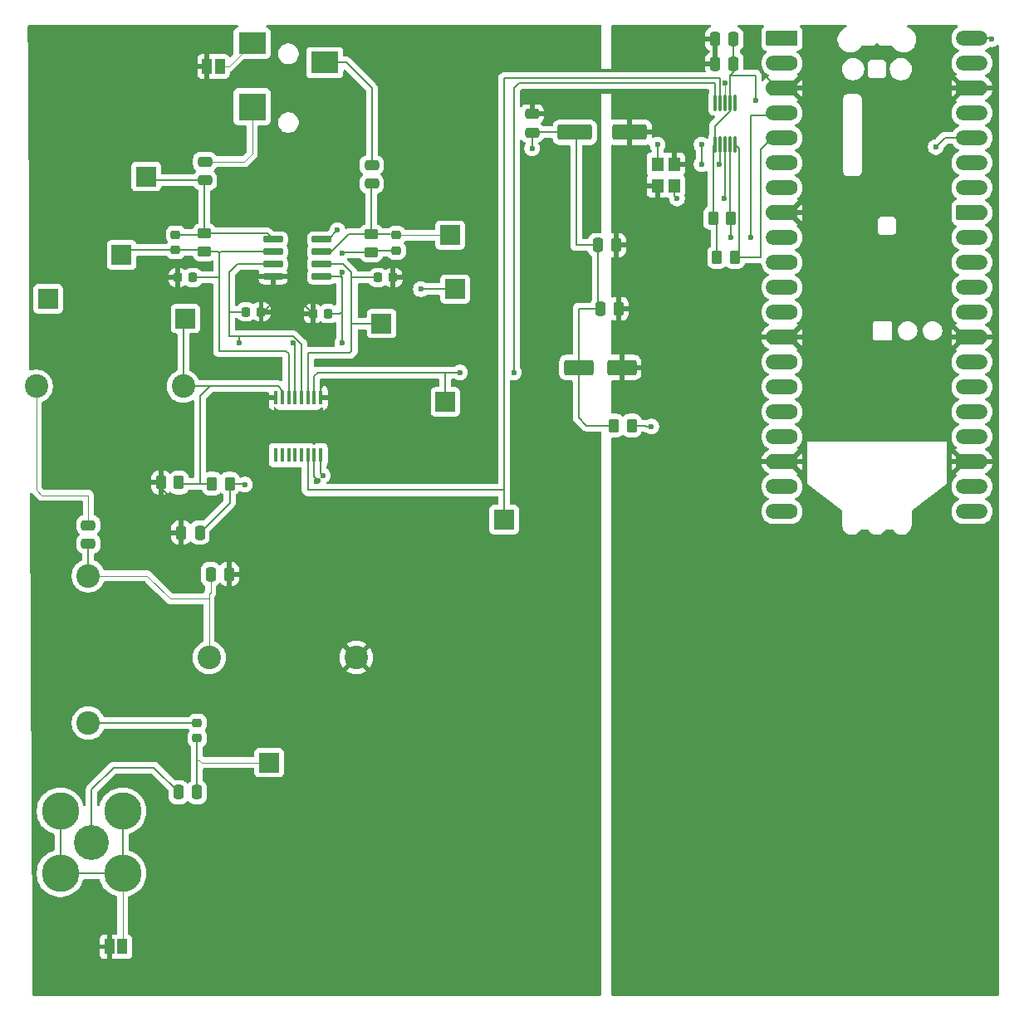
<source format=gbr>
%TF.GenerationSoftware,KiCad,Pcbnew,9.0.1*%
%TF.CreationDate,2025-05-08T16:34:57-07:00*%
%TF.ProjectId,Revision_Board,52657669-7369-46f6-9e5f-426f6172642e,rev?*%
%TF.SameCoordinates,Original*%
%TF.FileFunction,Copper,L1,Top*%
%TF.FilePolarity,Positive*%
%FSLAX46Y46*%
G04 Gerber Fmt 4.6, Leading zero omitted, Abs format (unit mm)*
G04 Created by KiCad (PCBNEW 9.0.1) date 2025-05-08 16:34:57*
%MOMM*%
%LPD*%
G01*
G04 APERTURE LIST*
G04 Aperture macros list*
%AMRoundRect*
0 Rectangle with rounded corners*
0 $1 Rounding radius*
0 $2 $3 $4 $5 $6 $7 $8 $9 X,Y pos of 4 corners*
0 Add a 4 corners polygon primitive as box body*
4,1,4,$2,$3,$4,$5,$6,$7,$8,$9,$2,$3,0*
0 Add four circle primitives for the rounded corners*
1,1,$1+$1,$2,$3*
1,1,$1+$1,$4,$5*
1,1,$1+$1,$6,$7*
1,1,$1+$1,$8,$9*
0 Add four rect primitives between the rounded corners*
20,1,$1+$1,$2,$3,$4,$5,0*
20,1,$1+$1,$4,$5,$6,$7,0*
20,1,$1+$1,$6,$7,$8,$9,0*
20,1,$1+$1,$8,$9,$2,$3,0*%
%AMFreePoly0*
4,1,37,0.800000,0.796148,0.878414,0.796148,1.032228,0.765552,1.177117,0.705537,1.307515,0.618408,1.418408,0.507515,1.505537,0.377117,1.565552,0.232228,1.596148,0.078414,1.596148,-0.078414,1.565552,-0.232228,1.505537,-0.377117,1.418408,-0.507515,1.307515,-0.618408,1.177117,-0.705537,1.032228,-0.765552,0.878414,-0.796148,0.800000,-0.796148,0.800000,-0.800000,-1.400000,-0.800000,
-1.403843,-0.796157,-1.439018,-0.796157,-1.511114,-0.766294,-1.566294,-0.711114,-1.596157,-0.639018,-1.596157,-0.603843,-1.600000,-0.600000,-1.600000,0.600000,-1.596157,0.603843,-1.596157,0.639018,-1.566294,0.711114,-1.511114,0.766294,-1.439018,0.796157,-1.403843,0.796157,-1.400000,0.800000,0.800000,0.800000,0.800000,0.796148,0.800000,0.796148,$1*%
%AMFreePoly1*
4,1,37,1.403843,0.796157,1.439018,0.796157,1.511114,0.766294,1.566294,0.711114,1.596157,0.639018,1.596157,0.603843,1.600000,0.600000,1.600000,-0.600000,1.596157,-0.603843,1.596157,-0.639018,1.566294,-0.711114,1.511114,-0.766294,1.439018,-0.796157,1.403843,-0.796157,1.400000,-0.800000,-0.800000,-0.800000,-0.800000,-0.796148,-0.878414,-0.796148,-1.032228,-0.765552,-1.177117,-0.705537,
-1.307515,-0.618408,-1.418408,-0.507515,-1.505537,-0.377117,-1.565552,-0.232228,-1.596148,-0.078414,-1.596148,0.078414,-1.565552,0.232228,-1.505537,0.377117,-1.418408,0.507515,-1.307515,0.618408,-1.177117,0.705537,-1.032228,0.765552,-0.878414,0.796148,-0.800000,0.796148,-0.800000,0.800000,1.400000,0.800000,1.403843,0.796157,1.403843,0.796157,$1*%
%AMFreePoly2*
4,1,37,0.603843,0.796157,0.639018,0.796157,0.711114,0.766294,0.766294,0.711114,0.796157,0.639018,0.796157,0.603843,0.800000,0.600000,0.800000,-0.600000,0.796157,-0.603843,0.796157,-0.639018,0.766294,-0.711114,0.711114,-0.766294,0.639018,-0.796157,0.603843,-0.796157,0.600000,-0.800000,0.000000,-0.800000,0.000000,-0.796148,-0.078414,-0.796148,-0.232228,-0.765552,-0.377117,-0.705537,
-0.507515,-0.618408,-0.618408,-0.507515,-0.705537,-0.377117,-0.765552,-0.232228,-0.796148,-0.078414,-0.796148,0.078414,-0.765552,0.232228,-0.705537,0.377117,-0.618408,0.507515,-0.507515,0.618408,-0.377117,0.705537,-0.232228,0.765552,-0.078414,0.796148,0.000000,0.796148,0.000000,0.800000,0.600000,0.800000,0.603843,0.796157,0.603843,0.796157,$1*%
%AMFreePoly3*
4,1,37,0.000000,0.796148,0.078414,0.796148,0.232228,0.765552,0.377117,0.705537,0.507515,0.618408,0.618408,0.507515,0.705537,0.377117,0.765552,0.232228,0.796148,0.078414,0.796148,-0.078414,0.765552,-0.232228,0.705537,-0.377117,0.618408,-0.507515,0.507515,-0.618408,0.377117,-0.705537,0.232228,-0.765552,0.078414,-0.796148,0.000000,-0.796148,0.000000,-0.800000,-0.600000,-0.800000,
-0.603843,-0.796157,-0.639018,-0.796157,-0.711114,-0.766294,-0.766294,-0.711114,-0.796157,-0.639018,-0.796157,-0.603843,-0.800000,-0.600000,-0.800000,0.600000,-0.796157,0.603843,-0.796157,0.639018,-0.766294,0.711114,-0.711114,0.766294,-0.639018,0.796157,-0.603843,0.796157,-0.600000,0.800000,0.000000,0.800000,0.000000,0.796148,0.000000,0.796148,$1*%
G04 Aperture macros list end*
%TA.AperFunction,SMDPad,CuDef*%
%ADD10RoundRect,0.250000X-0.262500X-0.450000X0.262500X-0.450000X0.262500X0.450000X-0.262500X0.450000X0*%
%TD*%
%TA.AperFunction,SMDPad,CuDef*%
%ADD11RoundRect,0.250000X0.262500X0.450000X-0.262500X0.450000X-0.262500X-0.450000X0.262500X-0.450000X0*%
%TD*%
%TA.AperFunction,ComponentPad*%
%ADD12R,2.000000X2.000000*%
%TD*%
%TA.AperFunction,SMDPad,CuDef*%
%ADD13RoundRect,0.250000X0.475000X-0.250000X0.475000X0.250000X-0.475000X0.250000X-0.475000X-0.250000X0*%
%TD*%
%TA.AperFunction,SMDPad,CuDef*%
%ADD14RoundRect,0.250000X-0.250000X-0.475000X0.250000X-0.475000X0.250000X0.475000X-0.250000X0.475000X0*%
%TD*%
%TA.AperFunction,SMDPad,CuDef*%
%ADD15RoundRect,0.225000X-0.225000X-0.250000X0.225000X-0.250000X0.225000X0.250000X-0.225000X0.250000X0*%
%TD*%
%TA.AperFunction,SMDPad,CuDef*%
%ADD16RoundRect,0.250000X-0.450000X0.262500X-0.450000X-0.262500X0.450000X-0.262500X0.450000X0.262500X0*%
%TD*%
%TA.AperFunction,SMDPad,CuDef*%
%ADD17R,1.000000X1.500000*%
%TD*%
%TA.AperFunction,ComponentPad*%
%ADD18C,2.400000*%
%TD*%
%TA.AperFunction,SMDPad,CuDef*%
%ADD19R,2.800000X2.200000*%
%TD*%
%TA.AperFunction,SMDPad,CuDef*%
%ADD20R,2.800000X2.800000*%
%TD*%
%TA.AperFunction,SMDPad,CuDef*%
%ADD21RoundRect,0.225000X0.225000X0.250000X-0.225000X0.250000X-0.225000X-0.250000X0.225000X-0.250000X0*%
%TD*%
%TA.AperFunction,SMDPad,CuDef*%
%ADD22RoundRect,0.250000X-0.475000X0.250000X-0.475000X-0.250000X0.475000X-0.250000X0.475000X0.250000X0*%
%TD*%
%TA.AperFunction,SMDPad,CuDef*%
%ADD23RoundRect,0.225000X-0.250000X0.225000X-0.250000X-0.225000X0.250000X-0.225000X0.250000X0.225000X0*%
%TD*%
%TA.AperFunction,SMDPad,CuDef*%
%ADD24RoundRect,0.250000X-1.500000X-0.550000X1.500000X-0.550000X1.500000X0.550000X-1.500000X0.550000X0*%
%TD*%
%TA.AperFunction,SMDPad,CuDef*%
%ADD25RoundRect,0.250000X0.250000X0.475000X-0.250000X0.475000X-0.250000X-0.475000X0.250000X-0.475000X0*%
%TD*%
%TA.AperFunction,SMDPad,CuDef*%
%ADD26R,0.450000X1.475000*%
%TD*%
%TA.AperFunction,SMDPad,CuDef*%
%ADD27RoundRect,0.087500X0.087500X-0.725000X0.087500X0.725000X-0.087500X0.725000X-0.087500X-0.725000X0*%
%TD*%
%TA.AperFunction,SMDPad,CuDef*%
%ADD28RoundRect,0.225000X0.250000X-0.225000X0.250000X0.225000X-0.250000X0.225000X-0.250000X-0.225000X0*%
%TD*%
%TA.AperFunction,SMDPad,CuDef*%
%ADD29RoundRect,0.075000X-0.910000X-0.225000X0.910000X-0.225000X0.910000X0.225000X-0.910000X0.225000X0*%
%TD*%
%TA.AperFunction,SMDPad,CuDef*%
%ADD30RoundRect,0.250000X-1.250000X-0.550000X1.250000X-0.550000X1.250000X0.550000X-1.250000X0.550000X0*%
%TD*%
%TA.AperFunction,SMDPad,CuDef*%
%ADD31R,1.200000X1.400000*%
%TD*%
%TA.AperFunction,SMDPad,CuDef*%
%ADD32FreePoly0,0.000000*%
%TD*%
%TA.AperFunction,ComponentPad*%
%ADD33RoundRect,0.200000X-0.600000X-0.600000X0.600000X-0.600000X0.600000X0.600000X-0.600000X0.600000X0*%
%TD*%
%TA.AperFunction,SMDPad,CuDef*%
%ADD34RoundRect,0.800000X-0.800000X-0.000010X0.800000X-0.000010X0.800000X0.000010X-0.800000X0.000010X0*%
%TD*%
%TA.AperFunction,ComponentPad*%
%ADD35C,1.600000*%
%TD*%
%TA.AperFunction,SMDPad,CuDef*%
%ADD36FreePoly1,0.000000*%
%TD*%
%TA.AperFunction,ComponentPad*%
%ADD37FreePoly2,0.000000*%
%TD*%
%TA.AperFunction,ComponentPad*%
%ADD38FreePoly3,0.000000*%
%TD*%
%TA.AperFunction,ComponentPad*%
%ADD39C,3.556000*%
%TD*%
%TA.AperFunction,ComponentPad*%
%ADD40C,3.810000*%
%TD*%
%TA.AperFunction,ViaPad*%
%ADD41C,0.600000*%
%TD*%
%TA.AperFunction,Conductor*%
%ADD42C,0.200000*%
%TD*%
%TA.AperFunction,Conductor*%
%ADD43C,0.100000*%
%TD*%
G04 APERTURE END LIST*
D10*
%TO.P,R3,1*%
%TO.N,Net-(U2-1A)*%
X31265000Y-59267500D03*
%TO.P,R3,2*%
%TO.N,Smoothed 5V*%
X33090000Y-59267500D03*
%TD*%
D11*
%TO.P,R7,1*%
%TO.N,+5V*%
X74075000Y-53345000D03*
%TO.P,R7,2*%
%TO.N,Smoothed 5V*%
X72250000Y-53345000D03*
%TD*%
D12*
%TO.P,TP8(180)1,1,1*%
%TO.N,Net-(U1-1IN+)*%
X14575000Y-40432500D03*
%TD*%
D13*
%TO.P,C10,1*%
%TO.N,Net-(C10-Pad1)*%
X18675000Y-65395000D03*
%TO.P,C10,2*%
%TO.N,Net-(C10-Pad2)*%
X18675000Y-63495000D03*
%TD*%
D14*
%TO.P,C19,1*%
%TO.N,Net-(J1-In)*%
X27870000Y-90730000D03*
%TO.P,C19,2*%
%TO.N,Net-(C12-Pad1)*%
X29770000Y-90730000D03*
%TD*%
D15*
%TO.P,C5,1*%
%TO.N,GND*%
X41575000Y-41932500D03*
%TO.P,C5,2*%
%TO.N,Net-(U1-2IN-)*%
X43125000Y-41932500D03*
%TD*%
D16*
%TO.P,R2,1*%
%TO.N,Net-(U1-2OUT)*%
X47525000Y-33835000D03*
%TO.P,R2,2*%
%TO.N,Net-(U1-2IN-)*%
X47525000Y-35660000D03*
%TD*%
D17*
%TO.P,JP2,1,A*%
%TO.N,GND*%
X30785000Y-16700000D03*
%TO.P,JP2,2,B*%
%TO.N,Net-(JP2-B)*%
X32085000Y-16700000D03*
%TD*%
%TO.P,JP1,1,A*%
%TO.N,Net-(J1-Ext)*%
X22150000Y-106500000D03*
%TO.P,JP1,2,B*%
%TO.N,GND*%
X20850000Y-106500000D03*
%TD*%
D12*
%TO.P,TP1(Q)1,1,1*%
%TO.N,Net-(U1-2OUT)*%
X55575000Y-33932500D03*
%TD*%
%TO.P,TP7(90)1,1,1*%
%TO.N,Net-(U1-2IN-)*%
X56075000Y-39432500D03*
%TD*%
D18*
%TO.P,L2,1,1*%
%TO.N,Net-(C10-Pad1)*%
X31000000Y-77000000D03*
%TO.P,L2,2,2*%
%TO.N,GND*%
X46000000Y-77000000D03*
%TD*%
D15*
%TO.P,C6,1*%
%TO.N,GND*%
X27800000Y-38247500D03*
%TO.P,C6,2*%
%TO.N,Net-(U1-1IN-)*%
X29350000Y-38247500D03*
%TD*%
D14*
%TO.P,C15,1*%
%TO.N,Smoothed 5V*%
X70875000Y-41432500D03*
%TO.P,C15,2*%
%TO.N,GND*%
X72775000Y-41432500D03*
%TD*%
D19*
%TO.P,J3,R*%
%TO.N,Q*%
X42775000Y-16332500D03*
%TO.P,J3,S*%
%TO.N,Net-(JP2-B)*%
X35375000Y-14332500D03*
D20*
%TO.P,J3,T*%
%TO.N,I*%
X35375000Y-20832500D03*
%TD*%
D21*
%TO.P,C8,1*%
%TO.N,GND*%
X49750000Y-38247500D03*
%TO.P,C8,2*%
%TO.N,Net-(U1-2IN+)*%
X48200000Y-38247500D03*
%TD*%
D12*
%TO.P,TP3(I)1,1,1*%
%TO.N,Net-(U1-1OUT)*%
X24575000Y-27932500D03*
%TD*%
D22*
%TO.P,C3,1*%
%TO.N,I*%
X30575000Y-26432500D03*
%TO.P,C3,2*%
%TO.N,Net-(U1-1OUT)*%
X30575000Y-28332500D03*
%TD*%
D23*
%TO.P,C1,1*%
%TO.N,Net-(U1-1OUT)*%
X27575000Y-33882500D03*
%TO.P,C1,2*%
%TO.N,Net-(U1-1IN-)*%
X27575000Y-35432500D03*
%TD*%
D11*
%TO.P,R6,1*%
%TO.N,GPIO3*%
X84607500Y-36182500D03*
%TO.P,R6,2*%
%TO.N,+3.3V*%
X82782500Y-36182500D03*
%TD*%
D24*
%TO.P,C17,1*%
%TO.N,Smoothed 5V*%
X68275000Y-23432500D03*
%TO.P,C17,2*%
%TO.N,GND*%
X73875000Y-23432500D03*
%TD*%
D12*
%TO.P,TP9(QLO)1,1,1*%
%TO.N,Net-(U2-S0)*%
X61075000Y-62932500D03*
%TD*%
D25*
%TO.P,C13,1*%
%TO.N,+3.3V*%
X84475000Y-16432500D03*
%TO.P,C13,2*%
%TO.N,GND*%
X82575000Y-16432500D03*
%TD*%
D10*
%TO.P,R4,1*%
%TO.N,GND*%
X26090000Y-59162500D03*
%TO.P,R4,2*%
%TO.N,Net-(U2-1A)*%
X27915000Y-59162500D03*
%TD*%
D12*
%TO.P,TP10 (ILO)1,1,1*%
%TO.N,Net-(U2-S1)*%
X55075000Y-50932500D03*
%TD*%
D14*
%TO.P,C9,1*%
%TO.N,GND*%
X28140000Y-64267500D03*
%TO.P,C9,2*%
%TO.N,Smoothed 5V*%
X30040000Y-64267500D03*
%TD*%
D18*
%TO.P,L3,1,1*%
%TO.N,Net-(C12-Pad2)*%
X18675000Y-83670000D03*
%TO.P,L3,2,2*%
%TO.N,Net-(C10-Pad1)*%
X18675000Y-68670000D03*
%TD*%
D12*
%TO.P,TP6,1,1*%
%TO.N,Net-(U1-2IN+)*%
X48575000Y-42932500D03*
%TD*%
D23*
%TO.P,C2,1*%
%TO.N,Net-(U1-2OUT)*%
X50075000Y-33932500D03*
%TO.P,C2,2*%
%TO.N,Net-(U1-2IN-)*%
X50075000Y-35482500D03*
%TD*%
D26*
%TO.P,U2,1,1~{OE}*%
%TO.N,GND*%
X42350000Y-50494500D03*
%TO.P,U2,2,S1*%
%TO.N,Net-(U2-S1)*%
X41700000Y-50494500D03*
%TO.P,U2,3,1B4*%
%TO.N,Net-(U1-2IN+)*%
X41050000Y-50494500D03*
%TO.P,U2,4,1B3*%
%TO.N,Net-(U1-1IN+)*%
X40400000Y-50494500D03*
%TO.P,U2,5,1B2*%
%TO.N,Net-(U1-2IN-)*%
X39750000Y-50494500D03*
%TO.P,U2,6,1B1*%
%TO.N,Net-(U1-1IN-)*%
X39100000Y-50494500D03*
%TO.P,U2,7,1A*%
%TO.N,Net-(U2-1A)*%
X38450000Y-50494500D03*
%TO.P,U2,8,GND*%
%TO.N,GND*%
X37800000Y-50494500D03*
%TO.P,U2,9,2A*%
%TO.N,unconnected-(U2-2A-Pad9)*%
X37800000Y-56370500D03*
%TO.P,U2,10,2B1*%
%TO.N,unconnected-(U2-2B1-Pad10)*%
X38450000Y-56370500D03*
%TO.P,U2,11,2B2*%
%TO.N,unconnected-(U2-2B2-Pad11)*%
X39100000Y-56370500D03*
%TO.P,U2,12,2B3*%
%TO.N,unconnected-(U2-2B3-Pad12)*%
X39750000Y-56370500D03*
%TO.P,U2,13,2B4*%
%TO.N,unconnected-(U2-2B4-Pad13)*%
X40400000Y-56370500D03*
%TO.P,U2,14,S0*%
%TO.N,Net-(U2-S0)*%
X41050000Y-56370500D03*
%TO.P,U2,15,2~{OE}*%
%TO.N,GND*%
X41700000Y-56370500D03*
%TO.P,U2,16,VCC*%
%TO.N,Smoothed 5V*%
X42350000Y-56370500D03*
%TD*%
D11*
%TO.P,R5,1*%
%TO.N,GPIO2*%
X84195000Y-32182500D03*
%TO.P,R5,2*%
%TO.N,+3.3V*%
X82370000Y-32182500D03*
%TD*%
D12*
%TO.P,TP13(RXNS)1,1,1*%
%TO.N,Net-(U2-1A)*%
X28575000Y-42432500D03*
%TD*%
D27*
%TO.P,Y1,1,VDD*%
%TO.N,+3.3V*%
X82575000Y-24657500D03*
%TO.P,Y1,2,XA*%
%TO.N,Net-(Y1-XA)*%
X83075000Y-24657500D03*
%TO.P,Y1,3,XB*%
%TO.N,Net-(Y1-XB)*%
X83575000Y-24657500D03*
%TO.P,Y1,4,SCL*%
%TO.N,GPIO2*%
X84075000Y-24657500D03*
%TO.P,Y1,5,SDA*%
%TO.N,GPIO3*%
X84575000Y-24657500D03*
%TO.P,Y1,6,CLK2*%
%TO.N,unconnected-(Y1-CLK2-Pad6)*%
X84575000Y-20432500D03*
%TO.P,Y1,7,VDDO*%
%TO.N,+3.3V*%
X84075000Y-20432500D03*
%TO.P,Y1,8,GND*%
%TO.N,GND*%
X83575000Y-20432500D03*
%TO.P,Y1,9,CLK1*%
%TO.N,Net-(U2-S0)*%
X83075000Y-20432500D03*
%TO.P,Y1,10,CLK0*%
%TO.N,Net-(U2-S1)*%
X82575000Y-20432500D03*
%TD*%
D21*
%TO.P,C7,1*%
%TO.N,GND*%
X36300000Y-41747500D03*
%TO.P,C7,2*%
%TO.N,Net-(U1-1IN+)*%
X34750000Y-41747500D03*
%TD*%
D22*
%TO.P,C4,1*%
%TO.N,Q*%
X47575000Y-26787500D03*
%TO.P,C4,2*%
%TO.N,Net-(U1-2OUT)*%
X47575000Y-28687500D03*
%TD*%
D28*
%TO.P,C12,1*%
%TO.N,Net-(C12-Pad1)*%
X29770000Y-85230000D03*
%TO.P,C12,2*%
%TO.N,Net-(C12-Pad2)*%
X29770000Y-83680000D03*
%TD*%
D18*
%TO.P,L1,1,1*%
%TO.N,Net-(C10-Pad2)*%
X13360000Y-49337500D03*
%TO.P,L1,2,2*%
%TO.N,Net-(U2-1A)*%
X28360000Y-49337500D03*
%TD*%
D13*
%TO.P,C18,1*%
%TO.N,Smoothed 5V*%
X63912500Y-23470000D03*
%TO.P,C18,2*%
%TO.N,GND*%
X63912500Y-21570000D03*
%TD*%
D29*
%TO.P,U1,1,1OUT*%
%TO.N,Net-(U1-1OUT)*%
X37525000Y-34342500D03*
%TO.P,U1,2,1IN-*%
%TO.N,Net-(U1-1IN-)*%
X37525000Y-35612500D03*
%TO.P,U1,3,1IN+*%
%TO.N,Net-(U1-1IN+)*%
X37525000Y-36882500D03*
%TO.P,U1,4,VCC-*%
%TO.N,GND*%
X37525000Y-38152500D03*
%TO.P,U1,5,2IN-*%
%TO.N,Net-(U1-2IN-)*%
X42465000Y-38152500D03*
%TO.P,U1,6,2IN+*%
%TO.N,Net-(U1-2IN+)*%
X42465000Y-36882500D03*
%TO.P,U1,7,2OUT*%
%TO.N,Net-(U1-2OUT)*%
X42465000Y-35612500D03*
%TO.P,U1,8,VCC+*%
%TO.N,Smoothed 5V*%
X42465000Y-34342500D03*
%TD*%
D12*
%TO.P,TP14(RXIN)1,1,1*%
%TO.N,Net-(C12-Pad1)*%
X37105000Y-87715000D03*
%TD*%
D25*
%TO.P,C20,1*%
%TO.N,+3.3V*%
X84475000Y-13932500D03*
%TO.P,C20,2*%
%TO.N,GND*%
X82575000Y-13932500D03*
%TD*%
D30*
%TO.P,C14,1*%
%TO.N,Smoothed 5V*%
X68662500Y-47432500D03*
%TO.P,C14,2*%
%TO.N,GND*%
X73062500Y-47432500D03*
%TD*%
D31*
%TO.P,Y2,1,1*%
%TO.N,Net-(Y1-XA)*%
X76695000Y-26682500D03*
%TO.P,Y2,2,2*%
%TO.N,GND*%
X76695000Y-28882500D03*
%TO.P,Y2,3,3*%
%TO.N,Net-(Y1-XB)*%
X78395000Y-28882500D03*
%TO.P,Y2,4,4*%
%TO.N,GND*%
X78395000Y-26682500D03*
%TD*%
D16*
%TO.P,R1,1*%
%TO.N,Net-(U1-1OUT)*%
X30525000Y-33747500D03*
%TO.P,R1,2*%
%TO.N,Net-(U1-1IN-)*%
X30525000Y-35572500D03*
%TD*%
D32*
%TO.P,A1,1,GPIO0*%
%TO.N,unconnected-(A1-GPIO0-Pad1)_1*%
X89385000Y-13840000D03*
D33*
%TO.N,unconnected-(A1-GPIO0-Pad1)*%
X90185000Y-13840000D03*
D34*
%TO.P,A1,2,GPIO1*%
%TO.N,unconnected-(A1-GPIO1-Pad2)_1*%
X89385000Y-16380000D03*
D35*
%TO.N,unconnected-(A1-GPIO1-Pad2)*%
X90185000Y-16380000D03*
D36*
%TO.P,A1,3,GND*%
%TO.N,GND*%
X89385000Y-18920000D03*
D37*
X90185000Y-18920000D03*
D34*
%TO.P,A1,4,GPIO2*%
%TO.N,GPIO2*%
X89385000Y-21460000D03*
D35*
X90185000Y-21460000D03*
D34*
%TO.P,A1,5,GPIO3*%
%TO.N,GPIO3*%
X89385000Y-24000000D03*
D35*
X90185000Y-24000000D03*
D34*
%TO.P,A1,6,GPIO4*%
%TO.N,unconnected-(A1-GPIO4-Pad6)*%
X89385000Y-26540000D03*
D35*
%TO.N,unconnected-(A1-GPIO4-Pad6)_1*%
X90185000Y-26540000D03*
D34*
%TO.P,A1,7,GPIO5*%
%TO.N,unconnected-(A1-GPIO5-Pad7)_1*%
X89385000Y-29080000D03*
D35*
%TO.N,unconnected-(A1-GPIO5-Pad7)*%
X90185000Y-29080000D03*
D36*
%TO.P,A1,8,GND*%
%TO.N,GND*%
X89385000Y-31620000D03*
D37*
X90185000Y-31620000D03*
D34*
%TO.P,A1,9,GPIO6*%
%TO.N,unconnected-(A1-GPIO6-Pad9)_1*%
X89385000Y-34160000D03*
D35*
%TO.N,unconnected-(A1-GPIO6-Pad9)*%
X90185000Y-34160000D03*
D34*
%TO.P,A1,10,GPIO7*%
%TO.N,unconnected-(A1-GPIO7-Pad10)*%
X89385000Y-36700000D03*
D35*
%TO.N,unconnected-(A1-GPIO7-Pad10)_1*%
X90185000Y-36700000D03*
D34*
%TO.P,A1,11,GPIO8*%
%TO.N,unconnected-(A1-GPIO8-Pad11)_1*%
X89385000Y-39240000D03*
D35*
%TO.N,unconnected-(A1-GPIO8-Pad11)*%
X90185000Y-39240000D03*
D34*
%TO.P,A1,12,GPIO9*%
%TO.N,unconnected-(A1-GPIO9-Pad12)_1*%
X89385000Y-41780000D03*
D35*
%TO.N,unconnected-(A1-GPIO9-Pad12)*%
X90185000Y-41780000D03*
D36*
%TO.P,A1,13,GND*%
%TO.N,GND*%
X89385000Y-44320000D03*
D37*
X90185000Y-44320000D03*
D34*
%TO.P,A1,14,GPIO10*%
%TO.N,unconnected-(A1-GPIO10-Pad14)_1*%
X89385000Y-46860000D03*
D35*
%TO.N,unconnected-(A1-GPIO10-Pad14)*%
X90185000Y-46860000D03*
D34*
%TO.P,A1,15,GPIO11*%
%TO.N,unconnected-(A1-GPIO11-Pad15)*%
X89385000Y-49400000D03*
D35*
%TO.N,unconnected-(A1-GPIO11-Pad15)_1*%
X90185000Y-49400000D03*
D34*
%TO.P,A1,16,GPIO12*%
%TO.N,unconnected-(A1-GPIO12-Pad16)*%
X89385000Y-51940000D03*
D35*
%TO.N,unconnected-(A1-GPIO12-Pad16)_1*%
X90185000Y-51940000D03*
D34*
%TO.P,A1,17,GPIO13*%
%TO.N,unconnected-(A1-GPIO13-Pad17)_1*%
X89385000Y-54480000D03*
D35*
%TO.N,unconnected-(A1-GPIO13-Pad17)*%
X90185000Y-54480000D03*
D36*
%TO.P,A1,18,GND*%
%TO.N,GND*%
X89385000Y-57020000D03*
D37*
X90185000Y-57020000D03*
D34*
%TO.P,A1,19,GPIO14*%
%TO.N,unconnected-(A1-GPIO14-Pad19)*%
X89385000Y-59560000D03*
D35*
%TO.N,unconnected-(A1-GPIO14-Pad19)_1*%
X90185000Y-59560000D03*
D34*
%TO.P,A1,20,GPIO15*%
%TO.N,unconnected-(A1-GPIO15-Pad20)*%
X89385000Y-62100000D03*
D35*
%TO.N,unconnected-(A1-GPIO15-Pad20)_1*%
X90185000Y-62100000D03*
%TO.P,A1,21,GPIO16*%
%TO.N,unconnected-(A1-GPIO16-Pad21)_1*%
X107965000Y-62100000D03*
D34*
%TO.N,unconnected-(A1-GPIO16-Pad21)*%
X108765000Y-62100000D03*
D35*
%TO.P,A1,22,GPIO17*%
%TO.N,unconnected-(A1-GPIO17-Pad22)_1*%
X107965000Y-59560000D03*
D34*
%TO.N,unconnected-(A1-GPIO17-Pad22)*%
X108765000Y-59560000D03*
D38*
%TO.P,A1,23,GND*%
%TO.N,GND*%
X107965000Y-57020000D03*
D32*
X108765000Y-57020000D03*
D35*
%TO.P,A1,24,GPIO18*%
%TO.N,unconnected-(A1-GPIO18-Pad24)_1*%
X107965000Y-54480000D03*
D34*
%TO.N,unconnected-(A1-GPIO18-Pad24)*%
X108765000Y-54480000D03*
D35*
%TO.P,A1,25,GPIO19*%
%TO.N,unconnected-(A1-GPIO19-Pad25)*%
X107965000Y-51940000D03*
D34*
%TO.N,unconnected-(A1-GPIO19-Pad25)_1*%
X108765000Y-51940000D03*
D35*
%TO.P,A1,26,GPIO20*%
%TO.N,unconnected-(A1-GPIO20-Pad26)*%
X107965000Y-49400000D03*
D34*
%TO.N,unconnected-(A1-GPIO20-Pad26)_1*%
X108765000Y-49400000D03*
D35*
%TO.P,A1,27,GPIO21*%
%TO.N,unconnected-(A1-GPIO21-Pad27)*%
X107965000Y-46860000D03*
D34*
%TO.N,unconnected-(A1-GPIO21-Pad27)_1*%
X108765000Y-46860000D03*
D38*
%TO.P,A1,28,GND*%
%TO.N,GND*%
X107965000Y-44320000D03*
D32*
X108765000Y-44320000D03*
D35*
%TO.P,A1,29,GPIO22*%
%TO.N,unconnected-(A1-GPIO22-Pad29)*%
X107965000Y-41780000D03*
D34*
%TO.N,unconnected-(A1-GPIO22-Pad29)_1*%
X108765000Y-41780000D03*
D35*
%TO.P,A1,30,RUN*%
%TO.N,unconnected-(A1-RUN-Pad30)_1*%
X107965000Y-39240000D03*
D34*
%TO.N,unconnected-(A1-RUN-Pad30)*%
X108765000Y-39240000D03*
D35*
%TO.P,A1,31,GPIO26_ADC0*%
%TO.N,unconnected-(A1-GPIO26_ADC0-Pad31)*%
X107965000Y-36700000D03*
D34*
%TO.N,unconnected-(A1-GPIO26_ADC0-Pad31)_1*%
X108765000Y-36700000D03*
D35*
%TO.P,A1,32,GPIO27_ADC1*%
%TO.N,unconnected-(A1-GPIO27_ADC1-Pad32)_1*%
X107965000Y-34160000D03*
D34*
%TO.N,unconnected-(A1-GPIO27_ADC1-Pad32)*%
X108765000Y-34160000D03*
D38*
%TO.P,A1,33,AGND*%
%TO.N,unconnected-(A1-AGND-Pad33)*%
X107965000Y-31620000D03*
D32*
%TO.N,unconnected-(A1-AGND-Pad33)_1*%
X108765000Y-31620000D03*
D35*
%TO.P,A1,34,GPIO28_ADC2*%
%TO.N,unconnected-(A1-GPIO28_ADC2-Pad34)_1*%
X107965000Y-29080000D03*
D34*
%TO.N,unconnected-(A1-GPIO28_ADC2-Pad34)*%
X108765000Y-29080000D03*
D35*
%TO.P,A1,35,ADC_VREF*%
%TO.N,unconnected-(A1-ADC_VREF-Pad35)*%
X107965000Y-26540000D03*
D34*
%TO.N,unconnected-(A1-ADC_VREF-Pad35)_1*%
X108765000Y-26540000D03*
D35*
%TO.P,A1,36,3V3*%
%TO.N,+3.3V*%
X107965000Y-24000000D03*
D34*
X108765000Y-24000000D03*
D35*
%TO.P,A1,37,3V3_EN*%
%TO.N,unconnected-(A1-3V3_EN-Pad37)_1*%
X107965000Y-21460000D03*
D34*
%TO.N,unconnected-(A1-3V3_EN-Pad37)*%
X108765000Y-21460000D03*
D38*
%TO.P,A1,38,GND*%
%TO.N,GND*%
X107965000Y-18920000D03*
D32*
X108765000Y-18920000D03*
D35*
%TO.P,A1,39,VSYS*%
%TO.N,unconnected-(A1-VSYS-Pad39)*%
X107965000Y-16380000D03*
D34*
%TO.N,unconnected-(A1-VSYS-Pad39)_1*%
X108765000Y-16380000D03*
D35*
%TO.P,A1,40,VBUS*%
%TO.N,+5V*%
X107965000Y-13840000D03*
D34*
X108765000Y-13840000D03*
%TD*%
D14*
%TO.P,C16,1*%
%TO.N,Smoothed 5V*%
X70625000Y-34932500D03*
%TO.P,C16,2*%
%TO.N,GND*%
X72525000Y-34932500D03*
%TD*%
D39*
%TO.P,J1,1,In*%
%TO.N,Net-(J1-In)*%
X19000000Y-95845000D03*
D40*
%TO.P,J1,2,Ext*%
%TO.N,Net-(J1-Ext)*%
X22175000Y-92670000D03*
X15825000Y-92670000D03*
X22175000Y-99020000D03*
X15825000Y-99020000D03*
%TD*%
D12*
%TO.P,TP2(0)1,1,1*%
%TO.N,Net-(U1-1IN-)*%
X22075000Y-35932500D03*
%TD*%
D14*
%TO.P,C11,1*%
%TO.N,Net-(C10-Pad1)*%
X31140000Y-68500000D03*
%TO.P,C11,2*%
%TO.N,GND*%
X33040000Y-68500000D03*
%TD*%
D41*
%TO.N,Smoothed 5V*%
X42575000Y-58432500D03*
X44075000Y-33432500D03*
X63912500Y-25070000D03*
X34632500Y-59372500D03*
%TO.N,GND*%
X63875000Y-19895000D03*
X29075000Y-16932500D03*
X42075000Y-58932500D03*
X26075000Y-38932500D03*
X74087500Y-34895000D03*
X83575000Y-18432500D03*
X42575000Y-48932500D03*
X51575000Y-37932500D03*
X38075000Y-40432500D03*
X75875000Y-47395000D03*
X35575000Y-38432500D03*
X19315000Y-106515000D03*
X24075000Y-59432500D03*
X78195000Y-23682500D03*
X34475000Y-68485000D03*
X86695000Y-16682500D03*
X40075000Y-40432500D03*
X74587500Y-41395000D03*
%TO.N,+3.3V*%
X86695000Y-20182500D03*
X105075000Y-24932500D03*
%TO.N,GPIO2*%
X84195000Y-34182500D03*
X86195000Y-34182500D03*
%TO.N,+5V*%
X110775000Y-13932500D03*
X76075000Y-53432500D03*
%TO.N,Net-(U1-2IN-)*%
X39575000Y-44932500D03*
X52575000Y-39432500D03*
X44525000Y-35747500D03*
X44525000Y-37747500D03*
X44575000Y-44932500D03*
%TO.N,Net-(U1-1IN+)*%
X34075000Y-44932500D03*
%TO.N,Net-(Y1-XB)*%
X83475000Y-30182500D03*
X78695000Y-30182500D03*
%TO.N,Net-(Y1-XA)*%
X82970000Y-26682500D03*
X81195000Y-24682500D03*
X81195000Y-26682500D03*
X76695000Y-24682500D03*
%TO.N,Net-(U2-S1)*%
X56575000Y-47932500D03*
X62075000Y-47932500D03*
%TD*%
D42*
%TO.N,Smoothed 5V*%
X33090000Y-59267500D02*
X33090000Y-61217500D01*
X68412500Y-34932500D02*
X70625000Y-34932500D01*
X42350000Y-58207500D02*
X42575000Y-58432500D01*
X33090000Y-59267500D02*
X33090000Y-59330000D01*
X68662500Y-41432500D02*
X70875000Y-41432500D01*
X42465000Y-34342500D02*
X43165000Y-34342500D01*
X70625000Y-40707500D02*
X70625000Y-34932500D01*
X33090000Y-59267500D02*
X34527500Y-59267500D01*
X68662500Y-52520000D02*
X68662500Y-47432500D01*
X33090000Y-61217500D02*
X30040000Y-64267500D01*
X68412500Y-23570000D02*
X68275000Y-23432500D01*
X70875000Y-41432500D02*
X70875000Y-40957500D01*
X42350000Y-56370500D02*
X42350000Y-58207500D01*
X68275000Y-23432500D02*
X63950000Y-23432500D01*
X33090000Y-59330000D02*
X33132500Y-59372500D01*
X68662500Y-47432500D02*
X68662500Y-41432500D01*
X63912500Y-23470000D02*
X63912500Y-25070000D01*
X68225000Y-23382500D02*
X68275000Y-23432500D01*
X69487500Y-53345000D02*
X68662500Y-52520000D01*
X72250000Y-53345000D02*
X69487500Y-53345000D01*
X70875000Y-40957500D02*
X70625000Y-40707500D01*
X34632500Y-59372500D02*
X34527500Y-59267500D01*
X68412500Y-34932500D02*
X68412500Y-23570000D01*
X63950000Y-23432500D02*
X63912500Y-23470000D01*
X43165000Y-34342500D02*
X44075000Y-33432500D01*
%TO.N,GND*%
X74050000Y-34932500D02*
X74087500Y-34895000D01*
X33960000Y-68500000D02*
X33040000Y-68500000D01*
X73062500Y-47432500D02*
X75837500Y-47432500D01*
D43*
X83575000Y-20432500D02*
X83575000Y-18432500D01*
D42*
X20850000Y-106500000D02*
X19330000Y-106500000D01*
X41700000Y-58557500D02*
X42075000Y-58932500D01*
X75837500Y-47432500D02*
X75875000Y-47395000D01*
X74550000Y-41432500D02*
X74587500Y-41395000D01*
X78395000Y-26682500D02*
X78395000Y-23882500D01*
X24345000Y-59162500D02*
X24075000Y-59432500D01*
X41700000Y-56370500D02*
X41700000Y-58557500D01*
X28140000Y-61730000D02*
X25677500Y-59267500D01*
X34475000Y-68485000D02*
X33975000Y-68485000D01*
X27625000Y-38247500D02*
X26760000Y-38247500D01*
X72525000Y-34932500D02*
X74050000Y-34932500D01*
X26760000Y-38247500D02*
X26075000Y-38932500D01*
X89145000Y-19132500D02*
X86695000Y-16682500D01*
X42350000Y-50494500D02*
X42350000Y-49157500D01*
X37790000Y-40432500D02*
X38075000Y-40432500D01*
X63912500Y-19932500D02*
X63875000Y-19895000D01*
X49925000Y-38247500D02*
X51260000Y-38247500D01*
X26090000Y-59162500D02*
X24345000Y-59162500D01*
X51260000Y-38247500D02*
X51575000Y-37932500D01*
X82575000Y-16432500D02*
X82575000Y-13932500D01*
X90305000Y-31832500D02*
X89500000Y-31832500D01*
X78395000Y-23882500D02*
X78195000Y-23682500D01*
X29307500Y-16700000D02*
X29075000Y-16932500D01*
X42350000Y-49157500D02*
X42575000Y-48932500D01*
X37525000Y-38152500D02*
X35855000Y-38152500D01*
X33975000Y-68485000D02*
X33960000Y-68500000D01*
X72775000Y-41432500D02*
X74550000Y-41432500D01*
X30785000Y-16700000D02*
X29307500Y-16700000D01*
X90305000Y-19132500D02*
X89145000Y-19132500D01*
X19330000Y-106500000D02*
X19315000Y-106515000D01*
X40075000Y-40432500D02*
X41575000Y-41932500D01*
X63912500Y-21570000D02*
X63912500Y-19932500D01*
X35855000Y-38152500D02*
X35575000Y-38432500D01*
X28140000Y-64267500D02*
X28140000Y-61730000D01*
X36475000Y-41747500D02*
X37790000Y-40432500D01*
%TO.N,+3.3V*%
X84475000Y-16432500D02*
X84475000Y-13932500D01*
X84475000Y-17282500D02*
X84475000Y-16432500D01*
X84114775Y-17642725D02*
X84475000Y-17282500D01*
X84075000Y-17682500D02*
X84114775Y-17642725D01*
X84114775Y-17642725D02*
X86695000Y-17642725D01*
X82782500Y-36182500D02*
X82782500Y-32595000D01*
X84075000Y-21296848D02*
X84075000Y-20432500D01*
X82370000Y-24862500D02*
X82575000Y-24657500D01*
X82782500Y-32595000D02*
X82370000Y-32182500D01*
X86695000Y-17642725D02*
X86695000Y-20182500D01*
X107965000Y-24000000D02*
X106007500Y-24000000D01*
X106007500Y-24000000D02*
X105075000Y-24932500D01*
X82575000Y-22796848D02*
X84075000Y-21296848D01*
X82370000Y-32182500D02*
X82370000Y-24862500D01*
X84075000Y-18182500D02*
X84075000Y-17682500D01*
X82575000Y-24657500D02*
X82575000Y-22796848D01*
X84075000Y-20432500D02*
X84075000Y-18182500D01*
%TO.N,GPIO2*%
X84075000Y-32062500D02*
X84075000Y-24657500D01*
X86205000Y-21672500D02*
X86195000Y-21682500D01*
X86195000Y-21682500D02*
X86195000Y-34182500D01*
X84195000Y-32182500D02*
X84075000Y-32062500D01*
X84195000Y-34182500D02*
X84195000Y-32182500D01*
X89505000Y-21672500D02*
X86205000Y-21672500D01*
%TO.N,GPIO3*%
X89465000Y-23462500D02*
X90265000Y-23462500D01*
X90305000Y-24212500D02*
X88165000Y-24212500D01*
X87195000Y-25182500D02*
X87195000Y-36182500D01*
X88165000Y-24212500D02*
X87195000Y-25182500D01*
X84607500Y-36182500D02*
X85008500Y-35781500D01*
X85008500Y-35781500D02*
X85008500Y-25091000D01*
X85008500Y-25091000D02*
X84575000Y-24657500D01*
X87195000Y-36182500D02*
X84607500Y-36182500D01*
%TO.N,+5V*%
X75575000Y-53432500D02*
X75487500Y-53345000D01*
X110682500Y-13840000D02*
X110775000Y-13932500D01*
X75487500Y-53345000D02*
X74075000Y-53345000D01*
X73755000Y-53025000D02*
X74075000Y-53345000D01*
X76075000Y-53432500D02*
X75575000Y-53432500D01*
X107965000Y-13840000D02*
X110682500Y-13840000D01*
%TO.N,Net-(U1-1OUT)*%
X36930000Y-33747500D02*
X37525000Y-34342500D01*
X30575000Y-28332500D02*
X24975000Y-28332500D01*
X30512500Y-33760000D02*
X30525000Y-33747500D01*
D43*
X30390000Y-33882500D02*
X30525000Y-33747500D01*
D42*
X27575000Y-33882500D02*
X30390000Y-33882500D01*
X30525000Y-33747500D02*
X36930000Y-33747500D01*
X30525000Y-28382500D02*
X30575000Y-28332500D01*
X24975000Y-28332500D02*
X24575000Y-27932500D01*
X30525000Y-33747500D02*
X30525000Y-28382500D01*
D43*
%TO.N,Net-(U1-1IN-)*%
X22575000Y-35432500D02*
X22075000Y-35932500D01*
D42*
X30437500Y-35660000D02*
X30525000Y-35572500D01*
X22575000Y-35932500D02*
X22847500Y-35660000D01*
X32025000Y-35747500D02*
X32160000Y-35612500D01*
X32025000Y-45747500D02*
X32025000Y-38247500D01*
X32160000Y-35612500D02*
X37525000Y-35612500D01*
X27575000Y-35432500D02*
X22575000Y-35432500D01*
X32025000Y-38247500D02*
X32025000Y-35747500D01*
X39100000Y-46007500D02*
X39100000Y-50494500D01*
X38840000Y-45747500D02*
X39100000Y-46007500D01*
D43*
X30310032Y-35432500D02*
X30347516Y-35395016D01*
D42*
X31850000Y-35572500D02*
X30525000Y-35572500D01*
X32025000Y-35747500D02*
X31850000Y-35572500D01*
X32025000Y-45747500D02*
X38840000Y-45747500D01*
X22075000Y-35932500D02*
X22575000Y-35932500D01*
X29525000Y-38247500D02*
X32025000Y-38247500D01*
X27575000Y-35432500D02*
X30310032Y-35432500D01*
%TO.N,Net-(U1-2OUT)*%
X49477500Y-33835000D02*
X47525000Y-33835000D01*
X45227499Y-33835000D02*
X47525000Y-33835000D01*
X47525000Y-28737500D02*
X47575000Y-28687500D01*
D43*
X49575000Y-33932500D02*
X49477500Y-33835000D01*
D42*
X47525000Y-33835000D02*
X47525000Y-28737500D01*
D43*
X50075000Y-33932500D02*
X49575000Y-33932500D01*
D42*
X42465000Y-35612500D02*
X43449999Y-35612500D01*
D43*
X50075000Y-33932500D02*
X55575000Y-33932500D01*
D42*
X43449999Y-35612500D02*
X45227499Y-33835000D01*
%TO.N,Net-(U1-2IN-)*%
X52575000Y-39432500D02*
X56075000Y-39432500D01*
X50075000Y-35482500D02*
X47702500Y-35482500D01*
X44525000Y-41747500D02*
X44340000Y-41932500D01*
X44525000Y-38247500D02*
X44493900Y-38216400D01*
X39575000Y-44932500D02*
X39750000Y-45107500D01*
X44340000Y-41932500D02*
X43125000Y-41932500D01*
X44612500Y-35660000D02*
X47525000Y-35660000D01*
X44493900Y-38216400D02*
X44493900Y-37778600D01*
D43*
X47702500Y-35482500D02*
X47702484Y-35482516D01*
D42*
X44525000Y-35747500D02*
X44612500Y-35660000D01*
X44525000Y-43932500D02*
X44525000Y-41747500D01*
X44525000Y-44882500D02*
X44575000Y-44932500D01*
X39750000Y-45107500D02*
X39750000Y-50494500D01*
X44493900Y-37778600D02*
X44525000Y-37747500D01*
X44525000Y-41747500D02*
X44525000Y-38247500D01*
X44525000Y-43932500D02*
X44525000Y-44882500D01*
X44430000Y-38152500D02*
X42465000Y-38152500D01*
X44525000Y-38247500D02*
X44430000Y-38152500D01*
D43*
%TO.N,I*%
X30575000Y-26432500D02*
X34567500Y-26432500D01*
X35375000Y-25625000D02*
X35375000Y-20832500D01*
X34567500Y-26432500D02*
X35375000Y-25625000D01*
D42*
%TO.N,Q*%
X44975000Y-16332500D02*
X42775000Y-16332500D01*
X47575000Y-18932500D02*
X44975000Y-16332500D01*
X47575000Y-26787500D02*
X47575000Y-18932500D01*
%TO.N,Net-(U1-1IN+)*%
X33025000Y-41747500D02*
X33025000Y-37747500D01*
X34075000Y-44247500D02*
X39598521Y-44247500D01*
X39598521Y-44247500D02*
X40400000Y-45048979D01*
X33025000Y-37747500D02*
X33890000Y-36882500D01*
X33025000Y-41747500D02*
X33025000Y-44247500D01*
X33025000Y-44247500D02*
X34075000Y-44247500D01*
X40400000Y-45048979D02*
X40400000Y-50494500D01*
X33025000Y-41747500D02*
X34575000Y-41747500D01*
X34075000Y-44932500D02*
X34075000Y-44247500D01*
X33890000Y-36882500D02*
X37525000Y-36882500D01*
%TO.N,Net-(U1-2IN+)*%
X44660000Y-36882500D02*
X42465000Y-36882500D01*
X41050000Y-45957500D02*
X41050000Y-50494500D01*
X45525000Y-38247500D02*
X45525000Y-37747500D01*
X45525000Y-37747500D02*
X44660000Y-36882500D01*
X45525000Y-38247500D02*
X48025000Y-38247500D01*
X45525000Y-42932500D02*
X48575000Y-42932500D01*
X45525000Y-38247500D02*
X45525000Y-42932500D01*
X45525000Y-42932500D02*
X45525000Y-45747500D01*
X45340000Y-45932500D02*
X41075000Y-45932500D01*
X45525000Y-45747500D02*
X45340000Y-45932500D01*
X41075000Y-45932500D02*
X41050000Y-45957500D01*
D43*
%TO.N,Net-(C10-Pad1)*%
X31000000Y-71000000D02*
X31000000Y-77000000D01*
X18675000Y-68670000D02*
X24670000Y-68670000D01*
X31000000Y-70500000D02*
X31140000Y-70360000D01*
X24670000Y-68670000D02*
X27000000Y-71000000D01*
D42*
X18630000Y-68715000D02*
X18675000Y-68670000D01*
D43*
X27000000Y-71000000D02*
X31000000Y-71000000D01*
X31140000Y-70360000D02*
X31140000Y-68500000D01*
D42*
X18675000Y-68670000D02*
X18675000Y-65395000D01*
D43*
X31000000Y-71000000D02*
X31000000Y-70500000D01*
%TO.N,Net-(C10-Pad2)*%
X13360000Y-59860000D02*
X13945000Y-60445000D01*
X18675000Y-60445000D02*
X18675000Y-63495000D01*
X13360000Y-49337500D02*
X13360000Y-59860000D01*
X13945000Y-60445000D02*
X18675000Y-60445000D01*
D42*
%TO.N,Net-(J1-In)*%
X21270000Y-88230000D02*
X19000000Y-90500000D01*
X25370000Y-88230000D02*
X21270000Y-88230000D01*
X19000000Y-90500000D02*
X19000000Y-95845000D01*
X27870000Y-90730000D02*
X25370000Y-88230000D01*
%TO.N,Net-(C12-Pad2)*%
X18675000Y-83670000D02*
X29760000Y-83670000D01*
X29760000Y-83670000D02*
X29770000Y-83680000D01*
%TO.N,Net-(Y1-XB)*%
X78395000Y-28882500D02*
X78395000Y-29882500D01*
X83475000Y-30182500D02*
X83575000Y-30082500D01*
X83575000Y-30082500D02*
X83575000Y-24657500D01*
X78395000Y-29882500D02*
X78695000Y-30182500D01*
%TO.N,Net-(Y1-XA)*%
X81195000Y-24682500D02*
X81195000Y-26682500D01*
X82970000Y-26682500D02*
X83075000Y-26577500D01*
X76695000Y-26682500D02*
X76695000Y-24682500D01*
X83075000Y-26577500D02*
X83075000Y-24657500D01*
%TO.N,Net-(C12-Pad1)*%
X29770000Y-87500000D02*
X29770000Y-90730000D01*
D43*
X30000000Y-87500000D02*
X30215000Y-87715000D01*
X29770000Y-87500000D02*
X30000000Y-87500000D01*
X30215000Y-87715000D02*
X37105000Y-87715000D01*
D42*
X29770000Y-85230000D02*
X29770000Y-87500000D01*
%TO.N,Net-(J1-Ext)*%
X22195000Y-106455000D02*
X22150000Y-106500000D01*
D43*
X22175000Y-99020000D02*
X22175000Y-106475000D01*
D42*
X15825000Y-99020000D02*
X15825000Y-92670000D01*
X15825000Y-99020000D02*
X22175000Y-99020000D01*
D43*
X22175000Y-106475000D02*
X22150000Y-106500000D01*
D42*
X22175000Y-92670000D02*
X22175000Y-99020000D01*
D43*
%TO.N,Net-(JP2-B)*%
X32085000Y-16700000D02*
X33007500Y-16700000D01*
X33007500Y-16700000D02*
X35375000Y-14332500D01*
D42*
%TO.N,Net-(U2-1A)*%
X28360000Y-49337500D02*
X28360000Y-42647500D01*
X31075000Y-49337500D02*
X38007500Y-49337500D01*
X30075000Y-59267500D02*
X29632500Y-59267500D01*
X30075000Y-59267500D02*
X30075000Y-50337500D01*
X28360000Y-49337500D02*
X31075000Y-49337500D01*
X28360000Y-42647500D02*
X28575000Y-42432500D01*
X31265000Y-59267500D02*
X30075000Y-59267500D01*
X38450000Y-49780000D02*
X38450000Y-50494500D01*
X30075000Y-50337500D02*
X31075000Y-49337500D01*
X29632500Y-59267500D02*
X27502500Y-59267500D01*
X38007500Y-49337500D02*
X38450000Y-49780000D01*
%TO.N,Net-(U2-S0)*%
X61075000Y-59932500D02*
X61075000Y-62932500D01*
X41050000Y-56370500D02*
X41050000Y-59907500D01*
X61075000Y-17932500D02*
X61075000Y-57932500D01*
X83075000Y-20432500D02*
X83075000Y-17932500D01*
X61075000Y-57932500D02*
X61075000Y-59932500D01*
X41075000Y-59932500D02*
X61075000Y-59932500D01*
X41050000Y-59907500D02*
X41075000Y-59932500D01*
X83075000Y-17932500D02*
X61075000Y-17932500D01*
%TO.N,Net-(U2-S1)*%
X82575000Y-20432500D02*
X82575000Y-18432500D01*
X62075000Y-18932500D02*
X62075000Y-47932500D01*
X41700000Y-48307500D02*
X41700000Y-50494500D01*
X42075000Y-47932500D02*
X41700000Y-48307500D01*
X55075000Y-47932500D02*
X55075000Y-50932500D01*
X82575000Y-18432500D02*
X62575000Y-18432500D01*
X56575000Y-47932500D02*
X55075000Y-47932500D01*
X55075000Y-47932500D02*
X42075000Y-47932500D01*
X62575000Y-18432500D02*
X62075000Y-18932500D01*
%TD*%
%TA.AperFunction,Conductor*%
%TO.N,GND*%
G36*
X33886469Y-12519685D02*
G01*
X33932224Y-12572489D01*
X33942168Y-12641647D01*
X33913143Y-12705203D01*
X33862763Y-12740182D01*
X33732671Y-12788702D01*
X33732664Y-12788706D01*
X33617455Y-12874952D01*
X33617452Y-12874955D01*
X33531206Y-12990164D01*
X33531202Y-12990171D01*
X33480908Y-13125017D01*
X33474633Y-13183386D01*
X33474501Y-13184623D01*
X33474500Y-13184635D01*
X33474500Y-15403112D01*
X33454815Y-15470151D01*
X33438181Y-15490793D01*
X33212401Y-15716573D01*
X33151078Y-15750058D01*
X33081386Y-15745074D01*
X33025454Y-15703204D01*
X32976922Y-15638375D01*
X32942546Y-15592454D01*
X32942544Y-15592453D01*
X32942544Y-15592452D01*
X32827335Y-15506206D01*
X32827328Y-15506202D01*
X32692482Y-15455908D01*
X32692483Y-15455908D01*
X32632883Y-15449501D01*
X32632881Y-15449500D01*
X32632873Y-15449500D01*
X32632864Y-15449500D01*
X31537129Y-15449500D01*
X31537123Y-15449501D01*
X31477515Y-15455909D01*
X31469971Y-15457692D01*
X31469675Y-15456439D01*
X31407926Y-15460855D01*
X31394357Y-15456870D01*
X31392372Y-15456401D01*
X31332844Y-15450000D01*
X31035000Y-15450000D01*
X31035000Y-17950000D01*
X31332828Y-17950000D01*
X31332844Y-17949999D01*
X31392375Y-17943598D01*
X31399926Y-17941814D01*
X31400315Y-17943462D01*
X31460624Y-17939140D01*
X31477387Y-17944060D01*
X31477512Y-17944089D01*
X31477517Y-17944091D01*
X31537127Y-17950500D01*
X32632872Y-17950499D01*
X32692483Y-17944091D01*
X32827331Y-17893796D01*
X32942546Y-17807546D01*
X33028796Y-17692331D01*
X33079091Y-17557483D01*
X33085500Y-17497873D01*
X33085499Y-17344166D01*
X33105183Y-17277128D01*
X33157987Y-17231373D01*
X33177400Y-17224394D01*
X33219985Y-17212984D01*
X33345515Y-17140510D01*
X34516705Y-15969317D01*
X34578028Y-15935833D01*
X34604386Y-15932999D01*
X36822871Y-15932999D01*
X36822872Y-15932999D01*
X36882483Y-15926591D01*
X37017331Y-15876296D01*
X37132546Y-15790046D01*
X37218796Y-15674831D01*
X37269091Y-15539983D01*
X37275500Y-15480373D01*
X37275500Y-15329030D01*
X38024500Y-15329030D01*
X38024500Y-15535969D01*
X38064868Y-15738912D01*
X38064870Y-15738920D01*
X38132484Y-15902155D01*
X38144059Y-15930098D01*
X38170265Y-15969318D01*
X38259024Y-16102157D01*
X38405342Y-16248475D01*
X38405345Y-16248477D01*
X38577402Y-16363441D01*
X38768580Y-16442630D01*
X38968267Y-16482350D01*
X38971530Y-16482999D01*
X38971534Y-16483000D01*
X38971535Y-16483000D01*
X39178466Y-16483000D01*
X39178467Y-16482999D01*
X39381420Y-16442630D01*
X39572598Y-16363441D01*
X39744655Y-16248477D01*
X39890977Y-16102155D01*
X40005941Y-15930098D01*
X40085130Y-15738920D01*
X40125500Y-15535965D01*
X40125500Y-15329035D01*
X40085130Y-15126080D01*
X40005941Y-14934902D01*
X39890977Y-14762845D01*
X39890975Y-14762842D01*
X39744657Y-14616524D01*
X39604326Y-14522759D01*
X39572598Y-14501559D01*
X39560657Y-14496613D01*
X39381420Y-14422370D01*
X39381412Y-14422368D01*
X39178469Y-14382000D01*
X39178465Y-14382000D01*
X38971535Y-14382000D01*
X38971530Y-14382000D01*
X38768587Y-14422368D01*
X38768579Y-14422370D01*
X38577403Y-14501558D01*
X38405342Y-14616524D01*
X38259024Y-14762842D01*
X38144058Y-14934903D01*
X38064870Y-15126079D01*
X38064868Y-15126087D01*
X38024500Y-15329030D01*
X37275500Y-15329030D01*
X37275499Y-14327167D01*
X37275499Y-13184629D01*
X37275498Y-13184623D01*
X37275497Y-13184616D01*
X37269091Y-13125017D01*
X37264353Y-13112315D01*
X37218797Y-12990171D01*
X37218793Y-12990164D01*
X37132547Y-12874955D01*
X37132544Y-12874952D01*
X37017335Y-12788706D01*
X37017328Y-12788702D01*
X36887237Y-12740182D01*
X36831303Y-12698311D01*
X36806886Y-12632847D01*
X36821737Y-12564574D01*
X36871142Y-12515168D01*
X36930570Y-12500000D01*
X70876000Y-12500000D01*
X70943039Y-12519685D01*
X70988794Y-12572489D01*
X71000000Y-12624000D01*
X71000000Y-17000000D01*
X72000000Y-17000000D01*
X72000000Y-15907513D01*
X81575000Y-15907513D01*
X81575000Y-16182500D01*
X82325000Y-16182500D01*
X82325000Y-14182500D01*
X81575001Y-14182500D01*
X81575001Y-14457486D01*
X81585494Y-14560197D01*
X81640641Y-14726619D01*
X81640643Y-14726624D01*
X81732684Y-14875845D01*
X81856655Y-14999816D01*
X81856659Y-14999819D01*
X81981726Y-15076962D01*
X82028451Y-15128910D01*
X82039672Y-15197872D01*
X82011829Y-15261954D01*
X81981726Y-15288038D01*
X81856659Y-15365180D01*
X81856655Y-15365183D01*
X81732684Y-15489154D01*
X81640643Y-15638375D01*
X81640641Y-15638380D01*
X81585494Y-15804802D01*
X81585493Y-15804809D01*
X81575000Y-15907513D01*
X72000000Y-15907513D01*
X72000000Y-12624000D01*
X72019685Y-12556961D01*
X72072489Y-12511206D01*
X72124000Y-12500000D01*
X82061742Y-12500000D01*
X82128781Y-12519685D01*
X82174536Y-12572489D01*
X82184480Y-12641647D01*
X82155455Y-12705203D01*
X82100746Y-12741706D01*
X82005880Y-12773141D01*
X82005875Y-12773143D01*
X81856654Y-12865184D01*
X81732684Y-12989154D01*
X81640643Y-13138375D01*
X81640641Y-13138380D01*
X81585494Y-13304802D01*
X81585493Y-13304809D01*
X81575000Y-13407513D01*
X81575000Y-13682500D01*
X82451000Y-13682500D01*
X82518039Y-13702185D01*
X82563794Y-13754989D01*
X82575000Y-13806500D01*
X82575000Y-13932500D01*
X82701000Y-13932500D01*
X82768039Y-13952185D01*
X82813794Y-14004989D01*
X82825000Y-14056500D01*
X82825000Y-16308500D01*
X82805315Y-16375539D01*
X82752511Y-16421294D01*
X82701000Y-16432500D01*
X82575000Y-16432500D01*
X82575000Y-16558500D01*
X82555315Y-16625539D01*
X82502511Y-16671294D01*
X82451000Y-16682500D01*
X81575001Y-16682500D01*
X81575001Y-16957486D01*
X81585494Y-17060197D01*
X81621547Y-17168996D01*
X81623949Y-17238824D01*
X81588217Y-17298866D01*
X81525697Y-17330059D01*
X81503841Y-17332000D01*
X60995943Y-17332000D01*
X60843216Y-17372923D01*
X60843209Y-17372926D01*
X60706290Y-17451975D01*
X60706282Y-17451981D01*
X60594481Y-17563782D01*
X60594475Y-17563790D01*
X60515426Y-17700709D01*
X60515423Y-17700716D01*
X60474500Y-17853443D01*
X60474500Y-59208000D01*
X60454815Y-59275039D01*
X60402011Y-59320794D01*
X60350500Y-59332000D01*
X43078439Y-59332000D01*
X43011400Y-59312315D01*
X42965645Y-59259511D01*
X42955701Y-59190353D01*
X42984726Y-59126797D01*
X43009548Y-59104898D01*
X43043118Y-59082467D01*
X43085289Y-59054289D01*
X43196789Y-58942789D01*
X43284394Y-58811679D01*
X43344737Y-58665997D01*
X43375500Y-58511342D01*
X43375500Y-58353658D01*
X43375500Y-58353655D01*
X43375499Y-58353653D01*
X43362153Y-58286557D01*
X43344737Y-58199003D01*
X43317268Y-58132686D01*
X43284397Y-58053327D01*
X43284390Y-58053314D01*
X43196789Y-57922211D01*
X43196786Y-57922207D01*
X43085292Y-57810713D01*
X43085288Y-57810710D01*
X43005609Y-57757470D01*
X43000518Y-57751378D01*
X42993297Y-57748081D01*
X42978433Y-57724953D01*
X42960804Y-57703858D01*
X42958852Y-57694483D01*
X42955523Y-57689303D01*
X42950500Y-57654368D01*
X42950500Y-57482833D01*
X42970185Y-57415794D01*
X42975225Y-57408533D01*
X43018796Y-57350331D01*
X43069091Y-57215483D01*
X43075500Y-57155873D01*
X43075499Y-55585128D01*
X43069091Y-55525517D01*
X43052130Y-55480043D01*
X43018797Y-55390671D01*
X43018793Y-55390664D01*
X42932547Y-55275455D01*
X42932544Y-55275452D01*
X42817335Y-55189206D01*
X42817328Y-55189202D01*
X42682486Y-55138910D01*
X42682485Y-55138909D01*
X42682483Y-55138909D01*
X42622873Y-55132500D01*
X42622863Y-55132500D01*
X42077132Y-55132500D01*
X42077117Y-55132501D01*
X42051177Y-55135289D01*
X42051170Y-55135291D01*
X42017517Y-55138909D01*
X41882669Y-55189204D01*
X41860864Y-55205526D01*
X41860864Y-55205527D01*
X41774311Y-55270321D01*
X41708846Y-55294738D01*
X41640573Y-55279886D01*
X41625689Y-55270321D01*
X41579969Y-55236095D01*
X41524687Y-55194711D01*
X41488888Y-55146888D01*
X41475000Y-55133000D01*
X41427165Y-55133000D01*
X41390598Y-55136931D01*
X41364092Y-55136931D01*
X41322873Y-55132500D01*
X40777130Y-55132500D01*
X40777119Y-55132501D01*
X40738253Y-55136679D01*
X40711748Y-55136679D01*
X40672874Y-55132500D01*
X40127130Y-55132500D01*
X40127119Y-55132501D01*
X40088253Y-55136679D01*
X40061748Y-55136679D01*
X40022874Y-55132500D01*
X39477130Y-55132500D01*
X39477119Y-55132501D01*
X39438253Y-55136679D01*
X39411748Y-55136679D01*
X39372874Y-55132500D01*
X38827130Y-55132500D01*
X38827119Y-55132501D01*
X38788253Y-55136679D01*
X38761748Y-55136679D01*
X38722874Y-55132500D01*
X38177130Y-55132500D01*
X38177119Y-55132501D01*
X38138253Y-55136679D01*
X38111748Y-55136679D01*
X38072874Y-55132500D01*
X37527129Y-55132500D01*
X37527123Y-55132501D01*
X37467516Y-55138908D01*
X37332671Y-55189202D01*
X37332664Y-55189206D01*
X37217455Y-55275452D01*
X37217452Y-55275455D01*
X37131206Y-55390664D01*
X37131202Y-55390671D01*
X37080908Y-55525517D01*
X37074922Y-55581199D01*
X37074501Y-55585123D01*
X37074500Y-55585135D01*
X37074500Y-57155870D01*
X37074501Y-57155876D01*
X37080908Y-57215483D01*
X37131202Y-57350328D01*
X37131206Y-57350335D01*
X37217452Y-57465544D01*
X37217455Y-57465547D01*
X37332664Y-57551793D01*
X37332671Y-57551797D01*
X37377618Y-57568561D01*
X37467517Y-57602091D01*
X37527127Y-57608500D01*
X38072872Y-57608499D01*
X38072873Y-57608498D01*
X38072885Y-57608498D01*
X38111744Y-57604320D01*
X38138252Y-57604320D01*
X38177127Y-57608500D01*
X38722872Y-57608499D01*
X38722873Y-57608498D01*
X38722885Y-57608498D01*
X38761744Y-57604320D01*
X38788252Y-57604320D01*
X38827127Y-57608500D01*
X39372872Y-57608499D01*
X39372873Y-57608498D01*
X39372885Y-57608498D01*
X39411744Y-57604320D01*
X39438252Y-57604320D01*
X39477127Y-57608500D01*
X40022872Y-57608499D01*
X40022873Y-57608498D01*
X40022885Y-57608498D01*
X40061744Y-57604320D01*
X40088252Y-57604320D01*
X40127127Y-57608500D01*
X40325500Y-57608499D01*
X40392539Y-57628183D01*
X40438294Y-57680987D01*
X40449500Y-57732499D01*
X40449500Y-59820830D01*
X40449499Y-59820848D01*
X40449499Y-59986554D01*
X40449498Y-59986554D01*
X40490423Y-60139285D01*
X40509887Y-60172996D01*
X40509888Y-60173000D01*
X40569475Y-60276209D01*
X40569479Y-60276214D01*
X40569480Y-60276216D01*
X40594480Y-60301216D01*
X40706284Y-60413020D01*
X40706286Y-60413021D01*
X40706290Y-60413024D01*
X40801511Y-60467999D01*
X40843216Y-60492077D01*
X40937999Y-60517474D01*
X40937998Y-60517474D01*
X40950243Y-60520754D01*
X40995942Y-60533000D01*
X40995943Y-60533000D01*
X60350500Y-60533000D01*
X60417539Y-60552685D01*
X60463294Y-60605489D01*
X60474500Y-60657000D01*
X60474500Y-61308000D01*
X60454815Y-61375039D01*
X60402011Y-61420794D01*
X60350500Y-61432000D01*
X60027130Y-61432000D01*
X60027123Y-61432001D01*
X59967516Y-61438408D01*
X59832671Y-61488702D01*
X59832664Y-61488706D01*
X59717455Y-61574952D01*
X59717452Y-61574955D01*
X59631206Y-61690164D01*
X59631202Y-61690171D01*
X59580908Y-61825017D01*
X59575716Y-61873313D01*
X59574501Y-61884623D01*
X59574500Y-61884635D01*
X59574500Y-63980370D01*
X59574501Y-63980376D01*
X59580908Y-64039983D01*
X59631202Y-64174828D01*
X59631206Y-64174835D01*
X59717452Y-64290044D01*
X59717455Y-64290047D01*
X59832664Y-64376293D01*
X59832671Y-64376297D01*
X59967517Y-64426591D01*
X59967516Y-64426591D01*
X59974444Y-64427335D01*
X60027127Y-64433000D01*
X62122872Y-64432999D01*
X62182483Y-64426591D01*
X62317331Y-64376296D01*
X62432546Y-64290046D01*
X62518796Y-64174831D01*
X62569091Y-64039983D01*
X62575500Y-63980373D01*
X62575499Y-61884628D01*
X62569091Y-61825017D01*
X62558069Y-61795466D01*
X62518797Y-61690171D01*
X62518793Y-61690164D01*
X62432547Y-61574955D01*
X62432544Y-61574952D01*
X62317335Y-61488706D01*
X62317328Y-61488702D01*
X62182482Y-61438408D01*
X62182483Y-61438408D01*
X62122883Y-61432001D01*
X62122881Y-61432000D01*
X62122873Y-61432000D01*
X62122865Y-61432000D01*
X61799500Y-61432000D01*
X61732461Y-61412315D01*
X61686706Y-61359511D01*
X61675500Y-61308000D01*
X61675500Y-48819055D01*
X61695185Y-48752016D01*
X61747989Y-48706261D01*
X61817147Y-48696317D01*
X61835411Y-48701340D01*
X61835676Y-48700469D01*
X61841492Y-48702232D01*
X61841503Y-48702237D01*
X61973802Y-48728553D01*
X61996153Y-48732999D01*
X61996156Y-48733000D01*
X61996158Y-48733000D01*
X62153844Y-48733000D01*
X62153845Y-48732999D01*
X62308497Y-48702237D01*
X62454179Y-48641894D01*
X62585289Y-48554289D01*
X62696789Y-48442789D01*
X62784394Y-48311679D01*
X62844737Y-48165997D01*
X62875500Y-48011342D01*
X62875500Y-47853658D01*
X62875500Y-47853655D01*
X62875499Y-47853653D01*
X62866636Y-47809095D01*
X62844737Y-47699003D01*
X62837901Y-47682500D01*
X62784397Y-47553327D01*
X62784390Y-47553314D01*
X62696398Y-47421625D01*
X62675520Y-47354947D01*
X62675500Y-47352734D01*
X62675500Y-24318730D01*
X62695185Y-24251691D01*
X62747989Y-24205936D01*
X62817147Y-24195992D01*
X62880703Y-24225017D01*
X62887181Y-24231049D01*
X62968844Y-24312712D01*
X63118166Y-24404814D01*
X63189612Y-24428489D01*
X63247056Y-24468260D01*
X63273880Y-24532776D01*
X63261565Y-24601552D01*
X63253711Y-24615084D01*
X63203108Y-24690816D01*
X63203102Y-24690827D01*
X63142764Y-24836498D01*
X63142761Y-24836510D01*
X63112000Y-24991153D01*
X63112000Y-25148846D01*
X63142761Y-25303489D01*
X63142764Y-25303501D01*
X63203102Y-25449172D01*
X63203109Y-25449185D01*
X63290710Y-25580288D01*
X63290713Y-25580292D01*
X63402207Y-25691786D01*
X63402211Y-25691789D01*
X63533314Y-25779390D01*
X63533327Y-25779397D01*
X63577035Y-25797501D01*
X63679003Y-25839737D01*
X63792510Y-25862315D01*
X63833653Y-25870499D01*
X63833656Y-25870500D01*
X63833658Y-25870500D01*
X63991344Y-25870500D01*
X63991345Y-25870499D01*
X64145997Y-25839737D01*
X64280716Y-25783935D01*
X64291672Y-25779397D01*
X64291672Y-25779396D01*
X64291679Y-25779394D01*
X64422789Y-25691789D01*
X64534289Y-25580289D01*
X64621894Y-25449179D01*
X64682237Y-25303497D01*
X64713000Y-25148842D01*
X64713000Y-24991158D01*
X64713000Y-24991155D01*
X64712999Y-24991153D01*
X64682762Y-24839142D01*
X64682237Y-24836503D01*
X64669390Y-24805487D01*
X64621897Y-24690827D01*
X64621890Y-24690814D01*
X64571289Y-24615085D01*
X64550411Y-24548408D01*
X64568895Y-24481028D01*
X64620874Y-24434337D01*
X64635375Y-24428493D01*
X64706834Y-24404814D01*
X64856156Y-24312712D01*
X64980212Y-24188656D01*
X65039889Y-24091902D01*
X65091837Y-24045179D01*
X65145428Y-24033000D01*
X65912837Y-24033000D01*
X65979876Y-24052685D01*
X66025631Y-24105489D01*
X66034089Y-24131041D01*
X66034999Y-24135292D01*
X66090185Y-24301831D01*
X66090187Y-24301836D01*
X66100607Y-24318730D01*
X66182288Y-24451156D01*
X66306344Y-24575212D01*
X66455666Y-24667314D01*
X66622203Y-24722499D01*
X66724991Y-24733000D01*
X67688000Y-24732999D01*
X67755039Y-24752683D01*
X67800794Y-24805487D01*
X67812000Y-24856999D01*
X67812000Y-35011557D01*
X67846360Y-35139788D01*
X67852923Y-35164283D01*
X67852926Y-35164290D01*
X67931975Y-35301209D01*
X67931979Y-35301214D01*
X67931980Y-35301216D01*
X68043784Y-35413020D01*
X68043786Y-35413021D01*
X68043790Y-35413024D01*
X68148125Y-35473261D01*
X68180716Y-35492077D01*
X68333443Y-35533000D01*
X68491557Y-35533000D01*
X69536415Y-35533000D01*
X69603454Y-35552685D01*
X69649209Y-35605489D01*
X69654118Y-35617989D01*
X69690186Y-35726834D01*
X69782288Y-35876156D01*
X69906344Y-36000212D01*
X69965596Y-36036758D01*
X70012321Y-36088704D01*
X70024500Y-36142297D01*
X70024500Y-40466304D01*
X70006039Y-40531400D01*
X69940189Y-40638159D01*
X69940185Y-40638168D01*
X69940115Y-40638380D01*
X69912480Y-40721779D01*
X69904121Y-40747004D01*
X69864348Y-40804449D01*
X69799833Y-40831272D01*
X69786415Y-40832000D01*
X68583443Y-40832000D01*
X68430716Y-40872923D01*
X68430709Y-40872926D01*
X68293790Y-40951975D01*
X68293782Y-40951981D01*
X68181981Y-41063782D01*
X68181975Y-41063790D01*
X68102926Y-41200709D01*
X68102923Y-41200716D01*
X68062000Y-41353443D01*
X68062000Y-46008000D01*
X68042315Y-46075039D01*
X67989511Y-46120794D01*
X67938000Y-46132000D01*
X67362498Y-46132000D01*
X67362480Y-46132001D01*
X67259703Y-46142500D01*
X67259700Y-46142501D01*
X67093168Y-46197685D01*
X67093163Y-46197687D01*
X66943842Y-46289789D01*
X66819789Y-46413842D01*
X66727687Y-46563163D01*
X66727685Y-46563168D01*
X66699849Y-46647170D01*
X66672501Y-46729703D01*
X66672501Y-46729704D01*
X66672500Y-46729704D01*
X66662000Y-46832483D01*
X66662000Y-48032501D01*
X66662001Y-48032518D01*
X66672500Y-48135296D01*
X66672501Y-48135299D01*
X66723005Y-48287708D01*
X66727686Y-48301834D01*
X66819788Y-48451156D01*
X66943844Y-48575212D01*
X67093166Y-48667314D01*
X67259703Y-48722499D01*
X67362491Y-48733000D01*
X67938000Y-48732999D01*
X68005039Y-48752683D01*
X68050794Y-48805487D01*
X68062000Y-48856999D01*
X68062000Y-52433330D01*
X68061999Y-52433348D01*
X68061999Y-52599054D01*
X68061998Y-52599054D01*
X68102923Y-52751786D01*
X68118715Y-52779137D01*
X68118716Y-52779139D01*
X68181977Y-52888712D01*
X68181981Y-52888717D01*
X68300849Y-53007585D01*
X68300855Y-53007590D01*
X69006978Y-53713713D01*
X69006980Y-53713716D01*
X69118784Y-53825520D01*
X69156282Y-53847169D01*
X69166903Y-53853301D01*
X69255709Y-53904574D01*
X69255710Y-53904574D01*
X69255715Y-53904577D01*
X69408442Y-53945500D01*
X69408443Y-53945500D01*
X70876000Y-53945500D01*
X70943039Y-53965185D01*
X70988794Y-54017989D01*
X71000000Y-54069500D01*
X71000000Y-111376000D01*
X70980315Y-111443039D01*
X70927511Y-111488794D01*
X70876000Y-111500000D01*
X13123375Y-111500000D01*
X13056336Y-111480315D01*
X13010581Y-111427511D01*
X12999377Y-111376626D01*
X12978777Y-107297844D01*
X19850000Y-107297844D01*
X19856401Y-107357372D01*
X19856403Y-107357379D01*
X19906645Y-107492086D01*
X19906649Y-107492093D01*
X19992809Y-107607187D01*
X19992812Y-107607190D01*
X20107906Y-107693350D01*
X20107913Y-107693354D01*
X20242620Y-107743596D01*
X20242627Y-107743598D01*
X20302155Y-107749999D01*
X20302172Y-107750000D01*
X20600000Y-107750000D01*
X20600000Y-106750000D01*
X19850000Y-106750000D01*
X19850000Y-107297844D01*
X12978777Y-107297844D01*
X12975754Y-106699264D01*
X12970718Y-105702155D01*
X19850000Y-105702155D01*
X19850000Y-106250000D01*
X20600000Y-106250000D01*
X20600000Y-105250000D01*
X20302155Y-105250000D01*
X20242627Y-105256401D01*
X20242620Y-105256403D01*
X20107913Y-105306645D01*
X20107906Y-105306649D01*
X19992812Y-105392809D01*
X19992809Y-105392812D01*
X19906649Y-105507906D01*
X19906645Y-105507913D01*
X19856403Y-105642620D01*
X19856401Y-105642627D01*
X19850000Y-105702155D01*
X12970718Y-105702155D01*
X12904217Y-92534905D01*
X13419500Y-92534905D01*
X13419500Y-92805094D01*
X13449749Y-93073558D01*
X13449751Y-93073570D01*
X13509872Y-93336979D01*
X13599106Y-93591996D01*
X13716331Y-93835416D01*
X13716333Y-93835419D01*
X13860077Y-94064187D01*
X14028532Y-94275422D01*
X14219578Y-94466468D01*
X14430813Y-94634923D01*
X14659581Y-94778667D01*
X14903005Y-94895894D01*
X15141454Y-94979330D01*
X15198230Y-95020052D01*
X15223978Y-95085004D01*
X15224500Y-95096372D01*
X15224500Y-96593627D01*
X15204815Y-96660666D01*
X15152011Y-96706421D01*
X15141455Y-96710669D01*
X14903001Y-96794107D01*
X14659583Y-96911331D01*
X14430814Y-97055076D01*
X14219578Y-97223531D01*
X14028531Y-97414578D01*
X13860076Y-97625814D01*
X13716331Y-97854583D01*
X13599106Y-98098003D01*
X13509872Y-98353020D01*
X13449751Y-98616429D01*
X13449749Y-98616441D01*
X13419500Y-98884905D01*
X13419500Y-99155094D01*
X13449749Y-99423558D01*
X13449751Y-99423570D01*
X13509872Y-99686979D01*
X13599106Y-99941996D01*
X13716331Y-100185416D01*
X13716333Y-100185419D01*
X13860077Y-100414187D01*
X14028532Y-100625422D01*
X14219578Y-100816468D01*
X14430813Y-100984923D01*
X14659581Y-101128667D01*
X14903005Y-101245894D01*
X15158020Y-101335127D01*
X15158022Y-101335127D01*
X15158023Y-101335128D01*
X15421429Y-101395249D01*
X15689905Y-101425499D01*
X15689906Y-101425500D01*
X15689910Y-101425500D01*
X15960094Y-101425500D01*
X15960094Y-101425499D01*
X16228571Y-101395249D01*
X16491977Y-101335128D01*
X16746995Y-101245894D01*
X16990419Y-101128667D01*
X17219187Y-100984923D01*
X17430422Y-100816468D01*
X17621468Y-100625422D01*
X17789923Y-100414187D01*
X17933667Y-100185419D01*
X18050894Y-99941995D01*
X18134331Y-99703545D01*
X18175053Y-99646769D01*
X18240006Y-99621022D01*
X18251373Y-99620500D01*
X19748627Y-99620500D01*
X19815666Y-99640185D01*
X19861421Y-99692989D01*
X19865669Y-99703545D01*
X19949107Y-99941998D01*
X20066331Y-100185416D01*
X20066333Y-100185419D01*
X20210077Y-100414187D01*
X20378532Y-100625422D01*
X20569578Y-100816468D01*
X20780813Y-100984923D01*
X21009581Y-101128667D01*
X21253005Y-101245894D01*
X21508023Y-101335128D01*
X21528091Y-101339708D01*
X21589068Y-101373814D01*
X21621928Y-101435474D01*
X21624500Y-101460599D01*
X21624500Y-105139236D01*
X21618263Y-105160473D01*
X21616688Y-105182553D01*
X21608611Y-105193344D01*
X21604815Y-105206275D01*
X21588088Y-105220768D01*
X21574825Y-105238492D01*
X21555372Y-105249117D01*
X21552011Y-105252030D01*
X21543850Y-105255411D01*
X21542636Y-105255864D01*
X21472946Y-105260859D01*
X21459363Y-105256871D01*
X21457372Y-105256401D01*
X21397844Y-105250000D01*
X21100000Y-105250000D01*
X21100000Y-107750000D01*
X21397828Y-107750000D01*
X21397844Y-107749999D01*
X21457375Y-107743598D01*
X21464926Y-107741814D01*
X21465315Y-107743462D01*
X21525624Y-107739140D01*
X21542387Y-107744060D01*
X21542512Y-107744089D01*
X21542517Y-107744091D01*
X21602127Y-107750500D01*
X22697872Y-107750499D01*
X22757483Y-107744091D01*
X22892331Y-107693796D01*
X23007546Y-107607546D01*
X23093796Y-107492331D01*
X23144091Y-107357483D01*
X23150500Y-107297873D01*
X23150499Y-105702128D01*
X23144091Y-105642517D01*
X23093884Y-105507906D01*
X23093797Y-105507671D01*
X23093793Y-105507664D01*
X23007547Y-105392455D01*
X23007544Y-105392452D01*
X22892335Y-105306206D01*
X22892330Y-105306203D01*
X22806166Y-105274066D01*
X22750233Y-105232194D01*
X22725816Y-105166730D01*
X22725500Y-105157884D01*
X22725500Y-101460599D01*
X22745185Y-101393560D01*
X22797989Y-101347805D01*
X22821902Y-101339709D01*
X22841977Y-101335128D01*
X23096995Y-101245894D01*
X23340419Y-101128667D01*
X23569187Y-100984923D01*
X23780422Y-100816468D01*
X23971468Y-100625422D01*
X24139923Y-100414187D01*
X24283667Y-100185419D01*
X24400894Y-99941995D01*
X24490128Y-99686977D01*
X24550249Y-99423571D01*
X24580500Y-99155090D01*
X24580500Y-98884910D01*
X24550249Y-98616429D01*
X24490128Y-98353023D01*
X24400894Y-98098005D01*
X24283667Y-97854581D01*
X24139923Y-97625813D01*
X23971468Y-97414578D01*
X23780422Y-97223532D01*
X23569187Y-97055077D01*
X23340419Y-96911333D01*
X23340416Y-96911331D01*
X23096998Y-96794107D01*
X22858545Y-96710669D01*
X22801769Y-96669947D01*
X22776022Y-96604994D01*
X22775500Y-96593627D01*
X22775500Y-95096372D01*
X22795185Y-95029333D01*
X22847989Y-94983578D01*
X22858544Y-94979331D01*
X23096995Y-94895894D01*
X23340419Y-94778667D01*
X23569187Y-94634923D01*
X23780422Y-94466468D01*
X23971468Y-94275422D01*
X24139923Y-94064187D01*
X24283667Y-93835419D01*
X24400894Y-93591995D01*
X24490128Y-93336977D01*
X24550249Y-93073571D01*
X24580500Y-92805090D01*
X24580500Y-92534910D01*
X24550249Y-92266429D01*
X24490128Y-92003023D01*
X24400894Y-91748005D01*
X24283667Y-91504581D01*
X24139923Y-91275813D01*
X23971468Y-91064578D01*
X23780422Y-90873532D01*
X23569187Y-90705077D01*
X23384524Y-90589046D01*
X23340416Y-90561331D01*
X23096996Y-90444106D01*
X22841978Y-90354872D01*
X22841980Y-90354872D01*
X22644422Y-90309781D01*
X22578571Y-90294751D01*
X22578567Y-90294750D01*
X22578558Y-90294749D01*
X22310094Y-90264500D01*
X22310090Y-90264500D01*
X22039910Y-90264500D01*
X22039906Y-90264500D01*
X21771441Y-90294749D01*
X21771429Y-90294751D01*
X21508020Y-90354872D01*
X21253003Y-90444106D01*
X21009583Y-90561331D01*
X20780814Y-90705076D01*
X20569578Y-90873531D01*
X20378531Y-91064578D01*
X20210076Y-91275814D01*
X20066331Y-91504583D01*
X19949106Y-91748003D01*
X19859872Y-92003020D01*
X19845391Y-92066468D01*
X19811282Y-92127446D01*
X19749621Y-92160304D01*
X19679983Y-92154609D01*
X19624480Y-92112169D01*
X19600732Y-92046459D01*
X19600500Y-92038875D01*
X19600500Y-90800097D01*
X19620185Y-90733058D01*
X19636819Y-90712416D01*
X21482417Y-88866819D01*
X21543740Y-88833334D01*
X21570098Y-88830500D01*
X25069903Y-88830500D01*
X25136942Y-88850185D01*
X25157584Y-88866819D01*
X26833181Y-90542416D01*
X26866666Y-90603739D01*
X26869500Y-90630097D01*
X26869500Y-91255001D01*
X26869501Y-91255019D01*
X26880000Y-91357796D01*
X26880001Y-91357799D01*
X26920000Y-91478505D01*
X26935186Y-91524334D01*
X27027288Y-91673656D01*
X27151344Y-91797712D01*
X27300666Y-91889814D01*
X27467203Y-91944999D01*
X27569991Y-91955500D01*
X28170008Y-91955499D01*
X28170016Y-91955498D01*
X28170019Y-91955498D01*
X28226302Y-91949748D01*
X28272797Y-91944999D01*
X28439334Y-91889814D01*
X28588656Y-91797712D01*
X28712712Y-91673656D01*
X28714461Y-91670819D01*
X28716169Y-91669283D01*
X28717193Y-91667989D01*
X28717414Y-91668163D01*
X28766406Y-91624096D01*
X28835368Y-91612872D01*
X28899451Y-91640713D01*
X28925537Y-91670817D01*
X28927288Y-91673656D01*
X29051344Y-91797712D01*
X29200666Y-91889814D01*
X29367203Y-91944999D01*
X29469991Y-91955500D01*
X30070008Y-91955499D01*
X30070016Y-91955498D01*
X30070019Y-91955498D01*
X30126302Y-91949748D01*
X30172797Y-91944999D01*
X30339334Y-91889814D01*
X30488656Y-91797712D01*
X30612712Y-91673656D01*
X30704814Y-91524334D01*
X30759999Y-91357797D01*
X30770500Y-91255009D01*
X30770499Y-90204992D01*
X30762969Y-90131282D01*
X30759999Y-90102203D01*
X30759998Y-90102200D01*
X30732587Y-90019480D01*
X30704814Y-89935666D01*
X30612712Y-89786344D01*
X30488656Y-89662288D01*
X30488655Y-89662287D01*
X30429402Y-89625739D01*
X30382678Y-89573791D01*
X30370500Y-89520201D01*
X30370500Y-88389500D01*
X30390185Y-88322461D01*
X30442989Y-88276706D01*
X30494500Y-88265500D01*
X35480501Y-88265500D01*
X35547540Y-88285185D01*
X35593295Y-88337989D01*
X35604501Y-88389500D01*
X35604501Y-88762876D01*
X35610908Y-88822483D01*
X35661202Y-88957328D01*
X35661206Y-88957335D01*
X35747452Y-89072544D01*
X35747455Y-89072547D01*
X35862664Y-89158793D01*
X35862671Y-89158797D01*
X35997517Y-89209091D01*
X35997516Y-89209091D01*
X36004444Y-89209835D01*
X36057127Y-89215500D01*
X38152872Y-89215499D01*
X38212483Y-89209091D01*
X38347331Y-89158796D01*
X38462546Y-89072546D01*
X38548796Y-88957331D01*
X38599091Y-88822483D01*
X38605500Y-88762873D01*
X38605499Y-86667128D01*
X38599091Y-86607517D01*
X38548796Y-86472669D01*
X38548795Y-86472668D01*
X38548793Y-86472664D01*
X38462547Y-86357455D01*
X38462544Y-86357452D01*
X38347335Y-86271206D01*
X38347328Y-86271202D01*
X38212482Y-86220908D01*
X38212483Y-86220908D01*
X38152883Y-86214501D01*
X38152881Y-86214500D01*
X38152873Y-86214500D01*
X38152864Y-86214500D01*
X36057129Y-86214500D01*
X36057123Y-86214501D01*
X35997516Y-86220908D01*
X35862671Y-86271202D01*
X35862664Y-86271206D01*
X35747455Y-86357452D01*
X35747452Y-86357455D01*
X35661206Y-86472664D01*
X35661202Y-86472671D01*
X35610908Y-86607517D01*
X35604501Y-86667116D01*
X35604501Y-86667123D01*
X35604500Y-86667135D01*
X35604500Y-87040500D01*
X35584815Y-87107539D01*
X35532011Y-87153294D01*
X35480500Y-87164500D01*
X30494500Y-87164500D01*
X30427461Y-87144815D01*
X30381706Y-87092011D01*
X30370500Y-87040500D01*
X30370500Y-86160424D01*
X30390185Y-86093385D01*
X30429402Y-86054886D01*
X30473044Y-86027968D01*
X30592968Y-85908044D01*
X30682003Y-85763697D01*
X30735349Y-85602708D01*
X30745500Y-85503345D01*
X30745499Y-84956656D01*
X30744946Y-84951247D01*
X30735349Y-84857292D01*
X30735348Y-84857289D01*
X30714253Y-84793629D01*
X30682003Y-84696303D01*
X30681999Y-84696297D01*
X30681998Y-84696294D01*
X30592970Y-84551959D01*
X30592967Y-84551955D01*
X30583693Y-84542681D01*
X30550208Y-84481358D01*
X30555192Y-84411666D01*
X30583693Y-84367319D01*
X30592968Y-84358044D01*
X30682003Y-84213697D01*
X30735349Y-84052708D01*
X30745500Y-83953345D01*
X30745499Y-83406656D01*
X30735349Y-83307292D01*
X30682003Y-83146303D01*
X30681999Y-83146297D01*
X30681998Y-83146294D01*
X30592970Y-83001959D01*
X30592967Y-83001955D01*
X30473044Y-82882032D01*
X30473040Y-82882029D01*
X30328705Y-82793001D01*
X30328699Y-82792998D01*
X30328697Y-82792997D01*
X30328694Y-82792996D01*
X30167709Y-82739651D01*
X30068346Y-82729500D01*
X29471662Y-82729500D01*
X29471644Y-82729501D01*
X29372292Y-82739650D01*
X29372289Y-82739651D01*
X29211305Y-82792996D01*
X29211294Y-82793001D01*
X29066959Y-82882029D01*
X29066955Y-82882032D01*
X28947033Y-83001954D01*
X28947032Y-83001956D01*
X28941702Y-83010596D01*
X28889757Y-83057321D01*
X28836164Y-83069500D01*
X20349727Y-83069500D01*
X20282688Y-83049815D01*
X20236933Y-82997011D01*
X20235166Y-82992952D01*
X20203409Y-82916282D01*
X20203404Y-82916273D01*
X20183635Y-82882032D01*
X20091948Y-82723226D01*
X19956247Y-82546376D01*
X19956242Y-82546370D01*
X19798629Y-82388757D01*
X19798622Y-82388751D01*
X19621782Y-82253058D01*
X19621780Y-82253057D01*
X19621774Y-82253052D01*
X19428726Y-82141595D01*
X19428722Y-82141593D01*
X19222790Y-82056293D01*
X19222783Y-82056291D01*
X19222781Y-82056290D01*
X19007463Y-81998596D01*
X19007457Y-81998595D01*
X19007452Y-81998594D01*
X18786466Y-81969501D01*
X18786463Y-81969500D01*
X18786457Y-81969500D01*
X18563543Y-81969500D01*
X18563537Y-81969500D01*
X18563533Y-81969501D01*
X18342547Y-81998594D01*
X18342540Y-81998595D01*
X18342537Y-81998596D01*
X18127219Y-82056290D01*
X18127209Y-82056293D01*
X17921277Y-82141593D01*
X17921273Y-82141595D01*
X17728226Y-82253052D01*
X17728217Y-82253058D01*
X17551377Y-82388751D01*
X17551370Y-82388757D01*
X17393757Y-82546370D01*
X17393751Y-82546377D01*
X17258058Y-82723217D01*
X17258052Y-82723226D01*
X17146595Y-82916273D01*
X17146593Y-82916277D01*
X17061293Y-83122209D01*
X17061290Y-83122219D01*
X17003597Y-83337534D01*
X17003594Y-83337547D01*
X16974501Y-83558533D01*
X16974500Y-83558549D01*
X16974500Y-83781450D01*
X16974501Y-83781466D01*
X17003594Y-84002452D01*
X17003595Y-84002457D01*
X17003596Y-84002463D01*
X17060195Y-84213694D01*
X17061290Y-84217780D01*
X17061293Y-84217790D01*
X17146591Y-84423717D01*
X17146595Y-84423726D01*
X17258052Y-84616774D01*
X17258057Y-84616780D01*
X17258058Y-84616782D01*
X17393751Y-84793622D01*
X17393757Y-84793629D01*
X17551370Y-84951242D01*
X17551377Y-84951248D01*
X17558413Y-84956647D01*
X17728226Y-85086948D01*
X17921274Y-85198405D01*
X18127219Y-85283710D01*
X18342537Y-85341404D01*
X18563543Y-85370500D01*
X18563550Y-85370500D01*
X18786450Y-85370500D01*
X18786457Y-85370500D01*
X19007463Y-85341404D01*
X19222781Y-85283710D01*
X19428726Y-85198405D01*
X19621774Y-85086948D01*
X19798624Y-84951247D01*
X19956247Y-84793624D01*
X20091948Y-84616774D01*
X20203405Y-84423726D01*
X20208401Y-84411666D01*
X20235166Y-84347048D01*
X20279006Y-84292644D01*
X20345300Y-84270579D01*
X20349727Y-84270500D01*
X28823828Y-84270500D01*
X28828528Y-84271880D01*
X28833321Y-84270864D01*
X28861725Y-84281628D01*
X28890867Y-84290185D01*
X28895331Y-84294362D01*
X28898656Y-84295623D01*
X28909944Y-84308040D01*
X28923482Y-84320710D01*
X28926607Y-84324931D01*
X28947032Y-84358044D01*
X28962807Y-84373819D01*
X28968280Y-84381210D01*
X28977277Y-84405724D01*
X28989792Y-84428642D01*
X28989123Y-84437995D01*
X28992355Y-84446801D01*
X28986670Y-84472288D01*
X28984808Y-84498334D01*
X28978764Y-84507737D01*
X28977146Y-84514995D01*
X28968778Y-84523275D01*
X28956307Y-84542681D01*
X28947032Y-84551955D01*
X28947029Y-84551959D01*
X28858001Y-84696294D01*
X28857996Y-84696305D01*
X28804651Y-84857290D01*
X28794500Y-84956647D01*
X28794500Y-85503337D01*
X28794501Y-85503355D01*
X28804650Y-85602707D01*
X28804651Y-85602710D01*
X28857996Y-85763694D01*
X28858001Y-85763705D01*
X28947029Y-85908040D01*
X28947032Y-85908044D01*
X29066956Y-86027968D01*
X29110597Y-86054886D01*
X29157321Y-86106832D01*
X29169500Y-86160424D01*
X29169500Y-89520201D01*
X29149815Y-89587240D01*
X29110598Y-89625739D01*
X29051344Y-89662287D01*
X28927285Y-89786346D01*
X28925537Y-89789182D01*
X28923829Y-89790717D01*
X28922807Y-89792011D01*
X28922585Y-89791836D01*
X28873589Y-89835905D01*
X28804626Y-89847126D01*
X28740544Y-89819282D01*
X28714463Y-89789182D01*
X28712714Y-89786346D01*
X28588657Y-89662289D01*
X28588656Y-89662288D01*
X28439334Y-89570186D01*
X28272797Y-89515001D01*
X28272795Y-89515000D01*
X28170010Y-89504500D01*
X27569999Y-89504500D01*
X27569983Y-89504501D01*
X27559413Y-89505581D01*
X27490721Y-89492807D01*
X27459138Y-89469903D01*
X25857590Y-87868355D01*
X25857588Y-87868352D01*
X25738717Y-87749481D01*
X25738716Y-87749480D01*
X25651904Y-87699360D01*
X25651904Y-87699359D01*
X25651900Y-87699358D01*
X25601785Y-87670423D01*
X25449057Y-87629499D01*
X25290943Y-87629499D01*
X25283347Y-87629499D01*
X25283331Y-87629500D01*
X21356670Y-87629500D01*
X21356654Y-87629499D01*
X21349058Y-87629499D01*
X21190943Y-87629499D01*
X21038215Y-87670423D01*
X21038213Y-87670423D01*
X21038213Y-87670424D01*
X20901281Y-87749482D01*
X18519481Y-90131282D01*
X18519475Y-90131290D01*
X18476926Y-90204989D01*
X18476926Y-90204990D01*
X18440423Y-90268214D01*
X18440423Y-90268215D01*
X18399499Y-90420943D01*
X18399499Y-90420945D01*
X18399499Y-90589046D01*
X18399500Y-90589059D01*
X18399500Y-92038875D01*
X18379815Y-92105914D01*
X18327011Y-92151669D01*
X18257853Y-92161613D01*
X18194297Y-92132588D01*
X18156523Y-92073810D01*
X18154609Y-92066468D01*
X18140127Y-92003020D01*
X18050893Y-91748003D01*
X17933668Y-91504583D01*
X17841438Y-91357799D01*
X17789923Y-91275813D01*
X17621468Y-91064578D01*
X17430422Y-90873532D01*
X17219187Y-90705077D01*
X17034524Y-90589046D01*
X16990416Y-90561331D01*
X16746996Y-90444106D01*
X16491978Y-90354872D01*
X16491980Y-90354872D01*
X16294422Y-90309781D01*
X16228571Y-90294751D01*
X16228567Y-90294750D01*
X16228558Y-90294749D01*
X15960094Y-90264500D01*
X15960090Y-90264500D01*
X15689910Y-90264500D01*
X15689906Y-90264500D01*
X15421441Y-90294749D01*
X15421429Y-90294751D01*
X15158020Y-90354872D01*
X14903003Y-90444106D01*
X14659583Y-90561331D01*
X14430814Y-90705076D01*
X14219578Y-90873531D01*
X14028531Y-91064578D01*
X13860076Y-91275814D01*
X13716331Y-91504583D01*
X13599106Y-91748003D01*
X13509872Y-92003020D01*
X13449751Y-92266429D01*
X13449749Y-92266441D01*
X13419500Y-92534905D01*
X12904217Y-92534905D01*
X12741515Y-60320020D01*
X12760859Y-60252887D01*
X12813432Y-60206866D01*
X12882539Y-60196574D01*
X12946240Y-60225277D01*
X12953193Y-60231718D01*
X13606985Y-60885510D01*
X13732515Y-60957984D01*
X13872525Y-60995500D01*
X13872526Y-60995500D01*
X14017474Y-60995500D01*
X18000500Y-60995500D01*
X18067539Y-61015185D01*
X18113294Y-61067989D01*
X18124500Y-61119500D01*
X18124500Y-62389845D01*
X18104815Y-62456884D01*
X18052011Y-62502639D01*
X18039505Y-62507551D01*
X17880666Y-62560186D01*
X17880663Y-62560187D01*
X17731342Y-62652289D01*
X17607289Y-62776342D01*
X17515187Y-62925663D01*
X17515186Y-62925666D01*
X17460001Y-63092203D01*
X17460001Y-63092204D01*
X17460000Y-63092204D01*
X17449500Y-63194983D01*
X17449500Y-63795001D01*
X17449501Y-63795019D01*
X17460000Y-63897796D01*
X17460001Y-63897799D01*
X17515185Y-64064331D01*
X17515187Y-64064336D01*
X17607289Y-64213657D01*
X17731346Y-64337714D01*
X17734182Y-64339463D01*
X17735717Y-64341170D01*
X17737011Y-64342193D01*
X17736836Y-64342414D01*
X17780905Y-64391411D01*
X17792126Y-64460374D01*
X17764282Y-64524456D01*
X17734182Y-64550537D01*
X17731346Y-64552285D01*
X17607289Y-64676342D01*
X17515187Y-64825663D01*
X17515185Y-64825668D01*
X17487349Y-64909670D01*
X17460001Y-64992203D01*
X17460001Y-64992204D01*
X17460000Y-64992204D01*
X17449500Y-65094983D01*
X17449500Y-65695001D01*
X17449501Y-65695019D01*
X17460000Y-65797796D01*
X17460001Y-65797799D01*
X17515185Y-65964331D01*
X17515186Y-65964334D01*
X17607288Y-66113656D01*
X17731344Y-66237712D01*
X17880666Y-66329814D01*
X17989505Y-66365879D01*
X18046949Y-66405652D01*
X18073772Y-66470167D01*
X18074500Y-66483585D01*
X18074500Y-66995272D01*
X18054815Y-67062311D01*
X18002011Y-67108066D01*
X17997954Y-67109832D01*
X17921274Y-67141594D01*
X17921272Y-67141595D01*
X17728226Y-67253052D01*
X17728217Y-67253058D01*
X17551377Y-67388751D01*
X17551370Y-67388757D01*
X17393757Y-67546370D01*
X17393751Y-67546377D01*
X17258058Y-67723217D01*
X17258052Y-67723226D01*
X17146595Y-67916273D01*
X17146593Y-67916277D01*
X17061293Y-68122209D01*
X17061290Y-68122219D01*
X17003597Y-68337534D01*
X17003594Y-68337547D01*
X16974501Y-68558533D01*
X16974500Y-68558549D01*
X16974500Y-68781450D01*
X16974501Y-68781466D01*
X17003594Y-69002452D01*
X17003595Y-69002457D01*
X17003596Y-69002463D01*
X17037179Y-69127796D01*
X17061290Y-69217780D01*
X17061293Y-69217790D01*
X17094123Y-69297048D01*
X17146595Y-69423726D01*
X17258052Y-69616774D01*
X17258057Y-69616780D01*
X17258058Y-69616782D01*
X17393751Y-69793622D01*
X17393757Y-69793629D01*
X17551370Y-69951242D01*
X17551376Y-69951247D01*
X17728226Y-70086948D01*
X17921274Y-70198405D01*
X18000916Y-70231394D01*
X18127206Y-70283705D01*
X18127209Y-70283706D01*
X18127219Y-70283710D01*
X18342537Y-70341404D01*
X18563543Y-70370500D01*
X18563550Y-70370500D01*
X18786450Y-70370500D01*
X18786457Y-70370500D01*
X19007463Y-70341404D01*
X19222781Y-70283710D01*
X19222791Y-70283705D01*
X19222794Y-70283705D01*
X19298862Y-70252196D01*
X19428726Y-70198405D01*
X19621774Y-70086948D01*
X19798624Y-69951247D01*
X19956247Y-69793624D01*
X20091948Y-69616774D01*
X20203405Y-69423726D01*
X20255877Y-69297048D01*
X20299718Y-69242644D01*
X20366012Y-69220579D01*
X20370438Y-69220500D01*
X24390613Y-69220500D01*
X24457652Y-69240185D01*
X24478294Y-69256819D01*
X25579069Y-70357593D01*
X26661986Y-71440510D01*
X26787515Y-71512984D01*
X26927525Y-71550500D01*
X26927526Y-71550500D01*
X27072474Y-71550500D01*
X30325500Y-71550500D01*
X30392539Y-71570185D01*
X30438294Y-71622989D01*
X30449500Y-71674500D01*
X30449500Y-75304561D01*
X30429815Y-75371600D01*
X30377011Y-75417355D01*
X30372953Y-75419122D01*
X30246278Y-75471592D01*
X30246273Y-75471595D01*
X30053226Y-75583052D01*
X30053217Y-75583058D01*
X29876377Y-75718751D01*
X29876370Y-75718757D01*
X29718757Y-75876370D01*
X29718751Y-75876377D01*
X29583058Y-76053217D01*
X29583052Y-76053226D01*
X29471595Y-76246273D01*
X29471593Y-76246277D01*
X29386293Y-76452209D01*
X29386290Y-76452219D01*
X29338228Y-76631592D01*
X29328597Y-76667534D01*
X29328594Y-76667547D01*
X29299501Y-76888533D01*
X29299500Y-76888549D01*
X29299500Y-77111450D01*
X29299501Y-77111466D01*
X29328594Y-77332452D01*
X29328595Y-77332457D01*
X29328596Y-77332463D01*
X29386290Y-77547780D01*
X29386293Y-77547790D01*
X29471593Y-77753722D01*
X29471595Y-77753726D01*
X29583052Y-77946774D01*
X29583057Y-77946780D01*
X29583058Y-77946782D01*
X29718751Y-78123622D01*
X29718757Y-78123629D01*
X29876370Y-78281242D01*
X29876376Y-78281247D01*
X30053226Y-78416948D01*
X30246274Y-78528405D01*
X30376140Y-78582197D01*
X30451074Y-78613236D01*
X30452219Y-78613710D01*
X30667537Y-78671404D01*
X30888543Y-78700500D01*
X30888550Y-78700500D01*
X31111450Y-78700500D01*
X31111457Y-78700500D01*
X31332463Y-78671404D01*
X31547781Y-78613710D01*
X31753726Y-78528405D01*
X31946774Y-78416948D01*
X32123624Y-78281247D01*
X32123629Y-78281242D01*
X32174550Y-78230322D01*
X32281242Y-78123629D01*
X32281247Y-78123624D01*
X32416948Y-77946774D01*
X32528405Y-77753726D01*
X32613710Y-77547781D01*
X32671404Y-77332463D01*
X32700500Y-77111457D01*
X32700500Y-76888575D01*
X44300000Y-76888575D01*
X44300000Y-77111424D01*
X44329085Y-77332354D01*
X44329088Y-77332367D01*
X44386763Y-77547618D01*
X44472045Y-77753502D01*
X44472054Y-77753520D01*
X44583464Y-77946491D01*
X44583473Y-77946504D01*
X44634040Y-78012403D01*
X44634043Y-78012403D01*
X45435387Y-77211058D01*
X45440889Y-77231591D01*
X45519881Y-77368408D01*
X45631592Y-77480119D01*
X45768409Y-77559111D01*
X45788940Y-77564612D01*
X44987595Y-78365955D01*
X44987595Y-78365956D01*
X45053507Y-78416533D01*
X45246485Y-78527949D01*
X45246497Y-78527954D01*
X45452381Y-78613236D01*
X45667632Y-78670911D01*
X45667645Y-78670914D01*
X45888575Y-78700000D01*
X46111425Y-78700000D01*
X46332354Y-78670914D01*
X46332367Y-78670911D01*
X46547618Y-78613236D01*
X46753502Y-78527954D01*
X46753514Y-78527949D01*
X46946498Y-78416530D01*
X47012403Y-78365957D01*
X47012404Y-78365956D01*
X46211059Y-77564612D01*
X46231591Y-77559111D01*
X46368408Y-77480119D01*
X46480119Y-77368408D01*
X46559111Y-77231591D01*
X46564612Y-77211059D01*
X47365956Y-78012404D01*
X47365957Y-78012403D01*
X47416530Y-77946498D01*
X47527949Y-77753514D01*
X47527954Y-77753502D01*
X47613236Y-77547618D01*
X47670911Y-77332367D01*
X47670914Y-77332354D01*
X47700000Y-77111424D01*
X47700000Y-76888575D01*
X47670914Y-76667645D01*
X47670911Y-76667632D01*
X47613236Y-76452381D01*
X47527954Y-76246497D01*
X47527949Y-76246485D01*
X47416533Y-76053507D01*
X47365956Y-75987595D01*
X47365955Y-75987595D01*
X46564612Y-76788939D01*
X46559111Y-76768409D01*
X46480119Y-76631592D01*
X46368408Y-76519881D01*
X46231591Y-76440889D01*
X46211058Y-76435387D01*
X47012403Y-75634043D01*
X47012403Y-75634040D01*
X46946504Y-75583473D01*
X46946491Y-75583464D01*
X46753520Y-75472054D01*
X46753502Y-75472045D01*
X46547618Y-75386763D01*
X46332367Y-75329088D01*
X46332354Y-75329085D01*
X46111425Y-75300000D01*
X45888575Y-75300000D01*
X45667645Y-75329085D01*
X45667632Y-75329088D01*
X45452381Y-75386763D01*
X45246497Y-75472045D01*
X45246479Y-75472054D01*
X45053511Y-75583462D01*
X44987595Y-75634042D01*
X45788941Y-76435387D01*
X45768409Y-76440889D01*
X45631592Y-76519881D01*
X45519881Y-76631592D01*
X45440889Y-76768409D01*
X45435387Y-76788940D01*
X44634042Y-75987595D01*
X44583462Y-76053511D01*
X44472054Y-76246479D01*
X44472045Y-76246497D01*
X44386763Y-76452381D01*
X44329088Y-76667632D01*
X44329085Y-76667645D01*
X44300000Y-76888575D01*
X32700500Y-76888575D01*
X32700500Y-76888543D01*
X32671404Y-76667537D01*
X32613710Y-76452219D01*
X32528405Y-76246274D01*
X32416948Y-76053226D01*
X32281247Y-75876376D01*
X32281242Y-75876370D01*
X32123629Y-75718757D01*
X32123622Y-75718751D01*
X31946782Y-75583058D01*
X31946780Y-75583057D01*
X31946774Y-75583052D01*
X31753726Y-75471595D01*
X31753721Y-75471592D01*
X31627047Y-75419122D01*
X31572644Y-75375281D01*
X31550579Y-75308986D01*
X31550500Y-75304561D01*
X31550500Y-70779216D01*
X31565494Y-70720109D01*
X31573877Y-70704647D01*
X31580510Y-70698015D01*
X31652984Y-70572485D01*
X31656466Y-70559491D01*
X31690500Y-70432475D01*
X31690500Y-69740638D01*
X31710185Y-69673599D01*
X31749401Y-69635100D01*
X31858656Y-69567712D01*
X31982712Y-69443656D01*
X31984752Y-69440347D01*
X31986745Y-69438555D01*
X31987193Y-69437989D01*
X31987289Y-69438065D01*
X32036694Y-69393623D01*
X32105656Y-69382395D01*
X32169740Y-69410234D01*
X32195829Y-69440339D01*
X32197681Y-69443341D01*
X32197683Y-69443344D01*
X32321654Y-69567315D01*
X32470875Y-69659356D01*
X32470880Y-69659358D01*
X32637302Y-69714505D01*
X32637309Y-69714506D01*
X32740019Y-69724999D01*
X33290000Y-69724999D01*
X33339972Y-69724999D01*
X33339986Y-69724998D01*
X33442697Y-69714505D01*
X33609119Y-69659358D01*
X33609124Y-69659356D01*
X33758345Y-69567315D01*
X33882315Y-69443345D01*
X33974356Y-69294124D01*
X33974358Y-69294119D01*
X34029505Y-69127697D01*
X34029506Y-69127690D01*
X34039999Y-69024986D01*
X34040000Y-69024973D01*
X34040000Y-68750000D01*
X33290000Y-68750000D01*
X33290000Y-69724999D01*
X32740019Y-69724999D01*
X32789999Y-69724998D01*
X32790000Y-69724998D01*
X32790000Y-68250000D01*
X33290000Y-68250000D01*
X34039999Y-68250000D01*
X34039999Y-67975028D01*
X34039998Y-67975013D01*
X34029505Y-67872302D01*
X33974358Y-67705880D01*
X33974356Y-67705875D01*
X33882315Y-67556654D01*
X33758345Y-67432684D01*
X33609124Y-67340643D01*
X33609119Y-67340641D01*
X33442697Y-67285494D01*
X33442690Y-67285493D01*
X33339986Y-67275000D01*
X33290000Y-67275000D01*
X33290000Y-68250000D01*
X32790000Y-68250000D01*
X32790000Y-67275000D01*
X32789999Y-67274999D01*
X32740029Y-67275000D01*
X32740011Y-67275001D01*
X32637302Y-67285494D01*
X32470880Y-67340641D01*
X32470875Y-67340643D01*
X32321654Y-67432684D01*
X32197683Y-67556655D01*
X32197679Y-67556660D01*
X32195826Y-67559665D01*
X32194018Y-67561290D01*
X32193202Y-67562323D01*
X32193025Y-67562183D01*
X32143874Y-67606385D01*
X32074911Y-67617601D01*
X32010831Y-67589752D01*
X31984753Y-67559653D01*
X31984737Y-67559628D01*
X31982712Y-67556344D01*
X31858656Y-67432288D01*
X31709334Y-67340186D01*
X31542797Y-67285001D01*
X31542795Y-67285000D01*
X31440010Y-67274500D01*
X30839998Y-67274500D01*
X30839980Y-67274501D01*
X30737203Y-67285000D01*
X30737200Y-67285001D01*
X30570668Y-67340185D01*
X30570663Y-67340187D01*
X30421342Y-67432289D01*
X30297289Y-67556342D01*
X30205187Y-67705663D01*
X30205185Y-67705668D01*
X30205115Y-67705880D01*
X30150001Y-67872203D01*
X30150001Y-67872204D01*
X30150000Y-67872204D01*
X30139500Y-67974983D01*
X30139500Y-69025001D01*
X30139501Y-69025019D01*
X30150000Y-69127796D01*
X30150001Y-69127799D01*
X30192755Y-69256819D01*
X30205186Y-69294334D01*
X30297288Y-69443656D01*
X30421344Y-69567712D01*
X30530597Y-69635099D01*
X30577321Y-69687047D01*
X30589500Y-69740638D01*
X30589500Y-70080783D01*
X30585117Y-70096749D01*
X30585639Y-70111486D01*
X30575142Y-70133084D01*
X30572122Y-70144089D01*
X30564428Y-70157046D01*
X30559490Y-70161985D01*
X30489213Y-70283710D01*
X30488898Y-70284254D01*
X30488852Y-70284333D01*
X30487017Y-70287512D01*
X30487016Y-70287515D01*
X30468237Y-70357594D01*
X30431874Y-70417254D01*
X30369027Y-70447783D01*
X30348464Y-70449500D01*
X27279386Y-70449500D01*
X27212347Y-70429815D01*
X27191705Y-70413181D01*
X25008016Y-68229491D01*
X25008015Y-68229490D01*
X24882485Y-68157016D01*
X24882486Y-68157016D01*
X24847482Y-68147637D01*
X24742475Y-68119500D01*
X24742472Y-68119500D01*
X20370438Y-68119500D01*
X20303399Y-68099815D01*
X20257644Y-68047011D01*
X20255877Y-68042952D01*
X20203409Y-67916282D01*
X20203404Y-67916273D01*
X20091948Y-67723226D01*
X20002293Y-67606385D01*
X19956248Y-67546377D01*
X19956242Y-67546370D01*
X19798629Y-67388757D01*
X19798622Y-67388751D01*
X19621782Y-67253058D01*
X19621780Y-67253057D01*
X19621774Y-67253052D01*
X19525250Y-67197323D01*
X19428727Y-67141595D01*
X19428725Y-67141594D01*
X19352046Y-67109832D01*
X19297643Y-67065991D01*
X19275579Y-66999696D01*
X19275500Y-66995272D01*
X19275500Y-66483585D01*
X19295185Y-66416546D01*
X19347989Y-66370791D01*
X19360489Y-66365881D01*
X19469334Y-66329814D01*
X19618656Y-66237712D01*
X19742712Y-66113656D01*
X19834814Y-65964334D01*
X19889999Y-65797797D01*
X19900500Y-65695009D01*
X19900499Y-65094992D01*
X19897090Y-65061624D01*
X19889999Y-64992203D01*
X19889998Y-64992200D01*
X19857887Y-64895297D01*
X19834814Y-64825666D01*
X19814349Y-64792486D01*
X27140001Y-64792486D01*
X27150494Y-64895197D01*
X27205641Y-65061619D01*
X27205643Y-65061624D01*
X27297684Y-65210845D01*
X27421654Y-65334815D01*
X27570875Y-65426856D01*
X27570880Y-65426858D01*
X27737302Y-65482005D01*
X27737309Y-65482006D01*
X27840019Y-65492499D01*
X27889999Y-65492498D01*
X27890000Y-65492498D01*
X27890000Y-64517500D01*
X27140001Y-64517500D01*
X27140001Y-64792486D01*
X19814349Y-64792486D01*
X19742712Y-64676344D01*
X19618656Y-64552288D01*
X19609879Y-64546874D01*
X19604392Y-64542571D01*
X19587982Y-64519590D01*
X19569096Y-64498594D01*
X19567946Y-64491532D01*
X19563789Y-64485710D01*
X19562408Y-64457503D01*
X19557872Y-64429632D01*
X19560722Y-64423070D01*
X19560373Y-64415924D01*
X19574460Y-64391450D01*
X19585713Y-64365549D01*
X19593006Y-64359228D01*
X19595228Y-64355370D01*
X19600764Y-64352506D01*
X19615817Y-64339462D01*
X19618656Y-64337712D01*
X19742712Y-64213656D01*
X19834814Y-64064334D01*
X19889999Y-63897797D01*
X19900500Y-63795009D01*
X19900500Y-63742513D01*
X27140000Y-63742513D01*
X27140000Y-64017500D01*
X27890000Y-64017500D01*
X27890000Y-63042500D01*
X27889999Y-63042499D01*
X27840029Y-63042500D01*
X27840011Y-63042501D01*
X27737302Y-63052994D01*
X27570880Y-63108141D01*
X27570875Y-63108143D01*
X27421654Y-63200184D01*
X27297684Y-63324154D01*
X27205643Y-63473375D01*
X27205641Y-63473380D01*
X27150494Y-63639802D01*
X27150493Y-63639809D01*
X27140000Y-63742513D01*
X19900500Y-63742513D01*
X19900499Y-63473380D01*
X19900499Y-63194998D01*
X19900498Y-63194980D01*
X19889999Y-63092203D01*
X19889998Y-63092200D01*
X19873529Y-63042500D01*
X19834814Y-62925666D01*
X19742712Y-62776344D01*
X19618656Y-62652288D01*
X19497457Y-62577532D01*
X19469336Y-62560187D01*
X19469331Y-62560185D01*
X19310496Y-62507552D01*
X19253051Y-62467779D01*
X19226228Y-62403263D01*
X19225500Y-62389846D01*
X19225500Y-60372527D01*
X19225500Y-60372525D01*
X19187984Y-60232515D01*
X19183265Y-60224342D01*
X19115511Y-60106988D01*
X19115506Y-60106982D01*
X19013017Y-60004493D01*
X19013011Y-60004488D01*
X18887488Y-59932017D01*
X18887489Y-59932017D01*
X18866444Y-59926378D01*
X18747475Y-59894500D01*
X18747472Y-59894500D01*
X14224387Y-59894500D01*
X14157348Y-59874815D01*
X14136706Y-59858181D01*
X13946819Y-59668294D01*
X13943648Y-59662486D01*
X25077501Y-59662486D01*
X25087994Y-59765197D01*
X25143141Y-59931619D01*
X25143143Y-59931624D01*
X25235184Y-60080845D01*
X25359154Y-60204815D01*
X25508375Y-60296856D01*
X25508380Y-60296858D01*
X25674802Y-60352005D01*
X25674809Y-60352006D01*
X25777519Y-60362499D01*
X25839999Y-60362498D01*
X25840000Y-60362498D01*
X25840000Y-59412500D01*
X25077501Y-59412500D01*
X25077501Y-59662486D01*
X13943648Y-59662486D01*
X13932115Y-59641366D01*
X13915523Y-59615548D01*
X13914631Y-59609347D01*
X13913334Y-59606971D01*
X13910500Y-59580613D01*
X13910500Y-58662513D01*
X25077500Y-58662513D01*
X25077500Y-58912500D01*
X25840000Y-58912500D01*
X25840000Y-57962500D01*
X25839999Y-57962499D01*
X25777528Y-57962500D01*
X25777511Y-57962501D01*
X25674802Y-57972994D01*
X25508380Y-58028141D01*
X25508375Y-58028143D01*
X25359154Y-58120184D01*
X25235184Y-58244154D01*
X25143143Y-58393375D01*
X25143141Y-58393380D01*
X25087994Y-58559802D01*
X25087993Y-58559809D01*
X25077500Y-58662513D01*
X13910500Y-58662513D01*
X13910500Y-51032937D01*
X13930185Y-50965898D01*
X13982989Y-50920143D01*
X13986994Y-50918398D01*
X14113726Y-50865905D01*
X14306774Y-50754448D01*
X14483624Y-50618747D01*
X14641247Y-50461124D01*
X14776948Y-50284274D01*
X14888405Y-50091226D01*
X14973710Y-49885281D01*
X15031404Y-49669963D01*
X15060500Y-49448957D01*
X15060500Y-49226043D01*
X15031404Y-49005037D01*
X14973710Y-48789719D01*
X14969859Y-48780423D01*
X14912477Y-48641890D01*
X14888405Y-48583774D01*
X14776948Y-48390726D01*
X14716298Y-48311685D01*
X14641248Y-48213877D01*
X14641242Y-48213870D01*
X14483629Y-48056257D01*
X14483622Y-48056251D01*
X14306782Y-47920558D01*
X14306780Y-47920557D01*
X14306774Y-47920552D01*
X14113726Y-47809095D01*
X14113724Y-47809094D01*
X14113722Y-47809093D01*
X13907790Y-47723793D01*
X13907783Y-47723791D01*
X13907781Y-47723790D01*
X13692463Y-47666096D01*
X13692457Y-47666095D01*
X13692452Y-47666094D01*
X13471466Y-47637001D01*
X13471463Y-47637000D01*
X13471457Y-47637000D01*
X13248543Y-47637000D01*
X13248537Y-47637000D01*
X13248533Y-47637001D01*
X13027547Y-47666094D01*
X13027540Y-47666095D01*
X13027537Y-47666096D01*
X12833357Y-47718125D01*
X12763508Y-47716463D01*
X12705646Y-47677300D01*
X12678142Y-47613072D01*
X12677267Y-47598986D01*
X12635780Y-39384635D01*
X13074500Y-39384635D01*
X13074500Y-41480370D01*
X13074501Y-41480376D01*
X13080908Y-41539983D01*
X13131202Y-41674828D01*
X13131206Y-41674835D01*
X13217452Y-41790044D01*
X13217455Y-41790047D01*
X13332664Y-41876293D01*
X13332671Y-41876297D01*
X13467517Y-41926591D01*
X13467516Y-41926591D01*
X13474444Y-41927335D01*
X13527127Y-41933000D01*
X15622872Y-41932999D01*
X15682483Y-41926591D01*
X15817331Y-41876296D01*
X15932546Y-41790046D01*
X16018796Y-41674831D01*
X16069091Y-41539983D01*
X16075500Y-41480373D01*
X16075499Y-39384628D01*
X16069091Y-39325017D01*
X16058561Y-39296785D01*
X16018797Y-39190171D01*
X16018793Y-39190164D01*
X15932547Y-39074955D01*
X15932544Y-39074952D01*
X15817335Y-38988706D01*
X15817328Y-38988702D01*
X15682482Y-38938408D01*
X15682483Y-38938408D01*
X15622883Y-38932001D01*
X15622881Y-38932000D01*
X15622873Y-38932000D01*
X15622864Y-38932000D01*
X13527129Y-38932000D01*
X13527123Y-38932001D01*
X13467516Y-38938408D01*
X13332671Y-38988702D01*
X13332664Y-38988706D01*
X13217455Y-39074952D01*
X13217452Y-39074955D01*
X13131206Y-39190164D01*
X13131202Y-39190171D01*
X13080908Y-39325017D01*
X13074501Y-39384616D01*
X13074501Y-39384623D01*
X13074500Y-39384635D01*
X12635780Y-39384635D01*
X12631543Y-38545822D01*
X26850001Y-38545822D01*
X26860144Y-38645107D01*
X26913452Y-38805981D01*
X26913457Y-38805992D01*
X27002424Y-38950228D01*
X27002427Y-38950232D01*
X27122267Y-39070072D01*
X27122271Y-39070075D01*
X27266507Y-39159042D01*
X27266518Y-39159047D01*
X27427393Y-39212355D01*
X27526683Y-39222499D01*
X27550000Y-39222498D01*
X27550000Y-38497500D01*
X26850001Y-38497500D01*
X26850001Y-38545822D01*
X12631543Y-38545822D01*
X12628530Y-37949177D01*
X26850000Y-37949177D01*
X26850000Y-37997500D01*
X27550000Y-37997500D01*
X27550000Y-37272499D01*
X27526693Y-37272500D01*
X27526674Y-37272501D01*
X27427392Y-37282644D01*
X27266518Y-37335952D01*
X27266507Y-37335957D01*
X27122271Y-37424924D01*
X27122267Y-37424927D01*
X27002427Y-37544767D01*
X27002424Y-37544771D01*
X26913457Y-37689007D01*
X26913452Y-37689018D01*
X26860144Y-37849893D01*
X26850000Y-37949177D01*
X12628530Y-37949177D01*
X12613053Y-34884635D01*
X20574500Y-34884635D01*
X20574500Y-36980370D01*
X20574501Y-36980376D01*
X20580908Y-37039983D01*
X20631202Y-37174828D01*
X20631206Y-37174835D01*
X20717452Y-37290044D01*
X20717455Y-37290047D01*
X20832664Y-37376293D01*
X20832671Y-37376297D01*
X20967517Y-37426591D01*
X20967516Y-37426591D01*
X20974444Y-37427335D01*
X21027127Y-37433000D01*
X23122872Y-37432999D01*
X23182483Y-37426591D01*
X23317331Y-37376296D01*
X23432546Y-37290046D01*
X23518796Y-37174831D01*
X23569091Y-37039983D01*
X23575500Y-36980373D01*
X23575500Y-36157000D01*
X23595185Y-36089961D01*
X23647989Y-36044206D01*
X23699500Y-36033000D01*
X26634996Y-36033000D01*
X26702035Y-36052685D01*
X26740535Y-36091904D01*
X26752031Y-36110543D01*
X26871955Y-36230467D01*
X26871959Y-36230470D01*
X27016294Y-36319498D01*
X27016297Y-36319499D01*
X27016303Y-36319503D01*
X27177292Y-36372849D01*
X27276655Y-36383000D01*
X27873344Y-36382999D01*
X27873352Y-36382998D01*
X27873355Y-36382998D01*
X27927760Y-36377440D01*
X27972708Y-36372849D01*
X28133697Y-36319503D01*
X28278044Y-36230468D01*
X28397968Y-36110544D01*
X28409465Y-36091903D01*
X28461412Y-36045179D01*
X28515004Y-36033000D01*
X29260439Y-36033000D01*
X29327478Y-36052685D01*
X29373233Y-36105489D01*
X29378141Y-36117986D01*
X29388242Y-36148466D01*
X29390186Y-36154333D01*
X29390187Y-36154336D01*
X29392138Y-36157499D01*
X29482288Y-36303656D01*
X29606344Y-36427712D01*
X29755666Y-36519814D01*
X29922203Y-36574999D01*
X30024991Y-36585500D01*
X31025008Y-36585499D01*
X31025016Y-36585498D01*
X31025019Y-36585498D01*
X31081302Y-36579748D01*
X31127797Y-36574999D01*
X31261497Y-36530694D01*
X31331324Y-36528293D01*
X31391366Y-36564024D01*
X31422559Y-36626545D01*
X31424500Y-36648401D01*
X31424500Y-37523000D01*
X31404815Y-37590039D01*
X31352011Y-37635794D01*
X31300500Y-37647000D01*
X30280425Y-37647000D01*
X30213386Y-37627315D01*
X30174887Y-37588098D01*
X30147968Y-37544456D01*
X30028044Y-37424532D01*
X30028040Y-37424529D01*
X29883705Y-37335501D01*
X29883699Y-37335498D01*
X29883697Y-37335497D01*
X29828818Y-37317312D01*
X29722709Y-37282151D01*
X29623346Y-37272000D01*
X29076662Y-37272000D01*
X29076644Y-37272001D01*
X28977292Y-37282150D01*
X28977289Y-37282151D01*
X28816305Y-37335496D01*
X28816294Y-37335501D01*
X28671959Y-37424529D01*
X28671953Y-37424533D01*
X28662324Y-37434163D01*
X28601000Y-37467646D01*
X28531308Y-37462659D01*
X28486965Y-37434160D01*
X28477732Y-37424927D01*
X28477728Y-37424924D01*
X28333492Y-37335957D01*
X28333481Y-37335952D01*
X28172606Y-37282644D01*
X28073322Y-37272500D01*
X28050000Y-37272500D01*
X28050000Y-39222499D01*
X28073308Y-39222499D01*
X28073322Y-39222498D01*
X28172607Y-39212355D01*
X28333481Y-39159047D01*
X28333492Y-39159042D01*
X28477731Y-39070073D01*
X28486959Y-39060845D01*
X28548279Y-39027356D01*
X28617971Y-39032335D01*
X28662327Y-39060839D01*
X28671955Y-39070467D01*
X28671959Y-39070470D01*
X28816294Y-39159498D01*
X28816297Y-39159499D01*
X28816303Y-39159503D01*
X28977292Y-39212849D01*
X29076655Y-39223000D01*
X29623344Y-39222999D01*
X29623352Y-39222998D01*
X29623355Y-39222998D01*
X29677760Y-39217440D01*
X29722708Y-39212849D01*
X29883697Y-39159503D01*
X30028044Y-39070468D01*
X30147968Y-38950544D01*
X30174887Y-38906902D01*
X30226835Y-38860178D01*
X30280425Y-38848000D01*
X31300500Y-38848000D01*
X31367539Y-38867685D01*
X31413294Y-38920489D01*
X31424500Y-38972000D01*
X31424500Y-45668442D01*
X31424500Y-45668443D01*
X31424500Y-45826557D01*
X31433449Y-45859953D01*
X31465423Y-45979283D01*
X31465426Y-45979290D01*
X31544475Y-46116209D01*
X31544477Y-46116211D01*
X31544480Y-46116216D01*
X31656284Y-46228020D01*
X31656286Y-46228021D01*
X31656290Y-46228024D01*
X31759969Y-46287882D01*
X31793216Y-46307077D01*
X31945943Y-46348000D01*
X38375500Y-46348000D01*
X38442539Y-46367685D01*
X38488294Y-46420489D01*
X38499500Y-46472000D01*
X38499500Y-48713384D01*
X38497790Y-48719207D01*
X38498939Y-48725167D01*
X38488059Y-48752344D01*
X38479815Y-48780423D01*
X38475229Y-48784396D01*
X38472973Y-48790033D01*
X38449124Y-48807016D01*
X38427011Y-48826178D01*
X38421004Y-48827041D01*
X38416060Y-48830563D01*
X38386820Y-48831956D01*
X38357853Y-48836122D01*
X38350782Y-48833674D01*
X38346270Y-48833890D01*
X38313501Y-48820772D01*
X38307047Y-48817046D01*
X38306985Y-48817010D01*
X38289404Y-48806860D01*
X38289402Y-48806858D01*
X38289401Y-48806858D01*
X38239285Y-48777923D01*
X38086557Y-48736999D01*
X37928443Y-48736999D01*
X37920847Y-48736999D01*
X37920831Y-48737000D01*
X31154062Y-48737000D01*
X31154058Y-48736999D01*
X30995943Y-48736999D01*
X30995939Y-48737000D01*
X30034727Y-48737000D01*
X29967688Y-48717315D01*
X29921933Y-48664511D01*
X29920166Y-48660452D01*
X29888409Y-48583782D01*
X29888404Y-48583773D01*
X29883799Y-48575797D01*
X29776948Y-48390726D01*
X29716298Y-48311685D01*
X29641248Y-48213877D01*
X29641242Y-48213870D01*
X29483629Y-48056257D01*
X29483622Y-48056251D01*
X29306782Y-47920558D01*
X29306780Y-47920557D01*
X29306774Y-47920552D01*
X29201977Y-47860047D01*
X29113727Y-47809095D01*
X29113725Y-47809094D01*
X29037046Y-47777332D01*
X28982643Y-47733491D01*
X28960579Y-47667196D01*
X28960500Y-47662772D01*
X28960500Y-44056999D01*
X28980185Y-43989960D01*
X29032989Y-43944205D01*
X29084500Y-43932999D01*
X29622871Y-43932999D01*
X29622872Y-43932999D01*
X29682483Y-43926591D01*
X29817331Y-43876296D01*
X29932546Y-43790046D01*
X30018796Y-43674831D01*
X30069091Y-43539983D01*
X30075500Y-43480373D01*
X30075499Y-41384628D01*
X30069091Y-41325017D01*
X30063243Y-41309339D01*
X30018797Y-41190171D01*
X30018793Y-41190164D01*
X29932547Y-41074955D01*
X29932544Y-41074952D01*
X29817335Y-40988706D01*
X29817328Y-40988702D01*
X29682482Y-40938408D01*
X29682483Y-40938408D01*
X29622883Y-40932001D01*
X29622881Y-40932000D01*
X29622873Y-40932000D01*
X29622864Y-40932000D01*
X27527129Y-40932000D01*
X27527123Y-40932001D01*
X27467516Y-40938408D01*
X27332671Y-40988702D01*
X27332664Y-40988706D01*
X27217455Y-41074952D01*
X27217452Y-41074955D01*
X27131206Y-41190164D01*
X27131202Y-41190171D01*
X27080908Y-41325017D01*
X27074501Y-41384616D01*
X27074501Y-41384623D01*
X27074500Y-41384635D01*
X27074500Y-43480370D01*
X27074501Y-43480376D01*
X27080908Y-43539983D01*
X27131202Y-43674828D01*
X27131206Y-43674835D01*
X27217452Y-43790044D01*
X27217455Y-43790047D01*
X27332664Y-43876293D01*
X27332671Y-43876297D01*
X27358290Y-43885852D01*
X27467517Y-43926591D01*
X27527127Y-43933000D01*
X27635500Y-43932999D01*
X27702539Y-43952683D01*
X27748294Y-44005487D01*
X27759500Y-44056999D01*
X27759500Y-47662772D01*
X27739815Y-47729811D01*
X27687011Y-47775566D01*
X27682954Y-47777332D01*
X27606274Y-47809094D01*
X27606272Y-47809095D01*
X27413226Y-47920552D01*
X27413217Y-47920558D01*
X27236377Y-48056251D01*
X27236370Y-48056257D01*
X27078757Y-48213870D01*
X27078751Y-48213877D01*
X26943058Y-48390717D01*
X26943052Y-48390726D01*
X26831595Y-48583773D01*
X26831593Y-48583777D01*
X26746293Y-48789709D01*
X26746290Y-48789719D01*
X26702404Y-48953507D01*
X26688597Y-49005034D01*
X26688594Y-49005047D01*
X26659501Y-49226033D01*
X26659500Y-49226049D01*
X26659500Y-49448950D01*
X26659501Y-49448966D01*
X26688594Y-49669952D01*
X26688595Y-49669957D01*
X26688596Y-49669963D01*
X26746117Y-49884635D01*
X26746290Y-49885280D01*
X26746293Y-49885290D01*
X26827612Y-50081610D01*
X26831595Y-50091226D01*
X26943052Y-50284274D01*
X26943057Y-50284280D01*
X26943058Y-50284282D01*
X27078751Y-50461122D01*
X27078757Y-50461129D01*
X27236370Y-50618742D01*
X27236377Y-50618748D01*
X27359550Y-50713261D01*
X27413226Y-50754448D01*
X27606274Y-50865905D01*
X27732948Y-50918375D01*
X27785044Y-50939954D01*
X27812219Y-50951210D01*
X28027537Y-51008904D01*
X28248543Y-51038000D01*
X28248550Y-51038000D01*
X28471450Y-51038000D01*
X28471457Y-51038000D01*
X28692463Y-51008904D01*
X28907781Y-50951210D01*
X29113726Y-50865905D01*
X29288502Y-50764997D01*
X29356399Y-50748525D01*
X29422426Y-50771377D01*
X29465617Y-50826298D01*
X29474500Y-50872385D01*
X29474500Y-58543000D01*
X29454815Y-58610039D01*
X29402011Y-58655794D01*
X29350500Y-58667000D01*
X29040438Y-58667000D01*
X28973399Y-58647315D01*
X28927644Y-58594511D01*
X28919930Y-58566101D01*
X28918915Y-58566319D01*
X28917498Y-58559700D01*
X28901474Y-58511342D01*
X28862314Y-58393166D01*
X28770212Y-58243844D01*
X28646156Y-58119788D01*
X28496834Y-58027686D01*
X28330297Y-57972501D01*
X28330295Y-57972500D01*
X28227510Y-57962000D01*
X27602498Y-57962000D01*
X27602480Y-57962001D01*
X27499703Y-57972500D01*
X27499700Y-57972501D01*
X27333168Y-58027685D01*
X27333163Y-58027687D01*
X27183845Y-58119787D01*
X27089827Y-58213805D01*
X27028503Y-58247289D01*
X26958812Y-58242305D01*
X26914465Y-58213804D01*
X26820845Y-58120184D01*
X26671624Y-58028143D01*
X26671619Y-58028141D01*
X26505197Y-57972994D01*
X26505190Y-57972993D01*
X26402486Y-57962500D01*
X26340000Y-57962500D01*
X26340000Y-60362499D01*
X26402472Y-60362499D01*
X26402486Y-60362498D01*
X26505197Y-60352005D01*
X26671619Y-60296858D01*
X26671624Y-60296856D01*
X26820842Y-60204817D01*
X26914464Y-60111195D01*
X26975787Y-60077710D01*
X27045479Y-60082694D01*
X27089827Y-60111195D01*
X27183844Y-60205212D01*
X27333166Y-60297314D01*
X27499703Y-60352499D01*
X27602491Y-60363000D01*
X28227508Y-60362999D01*
X28227516Y-60362998D01*
X28227519Y-60362998D01*
X28311031Y-60354467D01*
X28330297Y-60352499D01*
X28496834Y-60297314D01*
X28646156Y-60205212D01*
X28770212Y-60081156D01*
X28862314Y-59931834D01*
X28862314Y-59931832D01*
X28865355Y-59926903D01*
X28917303Y-59880179D01*
X28970894Y-59868000D01*
X29553443Y-59868000D01*
X29995943Y-59868000D01*
X30172199Y-59868000D01*
X30239238Y-59887685D01*
X30284993Y-59940489D01*
X30289905Y-59952996D01*
X30317685Y-60036831D01*
X30317687Y-60036836D01*
X30352499Y-60093276D01*
X30409788Y-60186156D01*
X30533844Y-60310212D01*
X30683166Y-60402314D01*
X30849703Y-60457499D01*
X30952491Y-60468000D01*
X31577508Y-60467999D01*
X31577516Y-60467998D01*
X31577519Y-60467998D01*
X31655745Y-60460007D01*
X31680297Y-60457499D01*
X31846834Y-60402314D01*
X31996156Y-60310212D01*
X32089819Y-60216549D01*
X32092597Y-60215031D01*
X32094250Y-60212331D01*
X32123063Y-60198396D01*
X32151142Y-60183064D01*
X32154299Y-60183289D01*
X32157150Y-60181911D01*
X32188916Y-60185765D01*
X32220834Y-60188048D01*
X32224312Y-60190060D01*
X32226511Y-60190327D01*
X32236608Y-60197173D01*
X32256616Y-60208749D01*
X32261079Y-60212447D01*
X32358844Y-60310212D01*
X32437957Y-60359009D01*
X32444616Y-60364526D01*
X32459508Y-60386611D01*
X32477321Y-60406415D01*
X32479587Y-60416390D01*
X32483678Y-60422456D01*
X32483969Y-60435670D01*
X32489500Y-60460007D01*
X32489500Y-60917402D01*
X32469815Y-60984441D01*
X32453181Y-61005083D01*
X30450861Y-63007402D01*
X30389538Y-63040887D01*
X30350582Y-63043079D01*
X30340028Y-63042001D01*
X30340012Y-63042000D01*
X30340009Y-63042000D01*
X30340004Y-63042000D01*
X29739998Y-63042000D01*
X29739980Y-63042001D01*
X29637203Y-63052500D01*
X29637200Y-63052501D01*
X29470668Y-63107685D01*
X29470663Y-63107687D01*
X29321342Y-63199789D01*
X29197288Y-63323843D01*
X29197283Y-63323849D01*
X29195241Y-63327161D01*
X29193247Y-63328953D01*
X29192807Y-63329511D01*
X29192711Y-63329435D01*
X29143291Y-63373883D01*
X29074328Y-63385102D01*
X29010247Y-63357255D01*
X28984168Y-63327156D01*
X28982319Y-63324159D01*
X28982316Y-63324155D01*
X28858345Y-63200184D01*
X28709124Y-63108143D01*
X28709119Y-63108141D01*
X28542697Y-63052994D01*
X28542690Y-63052993D01*
X28439986Y-63042500D01*
X28390000Y-63042500D01*
X28390000Y-65492499D01*
X28439972Y-65492499D01*
X28439986Y-65492498D01*
X28542697Y-65482005D01*
X28709119Y-65426858D01*
X28709124Y-65426856D01*
X28858345Y-65334815D01*
X28982318Y-65210842D01*
X28984165Y-65207848D01*
X28985969Y-65206224D01*
X28986798Y-65205177D01*
X28986976Y-65205318D01*
X29036110Y-65161121D01*
X29105073Y-65149896D01*
X29169156Y-65177736D01*
X29195243Y-65207841D01*
X29197288Y-65211156D01*
X29321344Y-65335212D01*
X29470666Y-65427314D01*
X29637203Y-65482499D01*
X29739991Y-65493000D01*
X30340008Y-65492999D01*
X30340016Y-65492998D01*
X30340019Y-65492998D01*
X30396302Y-65487248D01*
X30442797Y-65482499D01*
X30609334Y-65427314D01*
X30758656Y-65335212D01*
X30882712Y-65211156D01*
X30974814Y-65061834D01*
X31029999Y-64895297D01*
X31040500Y-64792509D01*
X31040499Y-64167595D01*
X31060183Y-64100557D01*
X31076813Y-64079920D01*
X33448506Y-61708228D01*
X33448511Y-61708224D01*
X33458714Y-61698020D01*
X33458716Y-61698020D01*
X33570520Y-61586216D01*
X33649577Y-61449284D01*
X33690500Y-61296557D01*
X33690500Y-60460007D01*
X33710185Y-60392968D01*
X33749403Y-60354468D01*
X33821156Y-60310212D01*
X33945212Y-60186156D01*
X34013166Y-60075983D01*
X34065114Y-60029259D01*
X34134076Y-60018036D01*
X34187596Y-60037978D01*
X34252218Y-60081157D01*
X34253321Y-60081894D01*
X34253323Y-60081895D01*
X34253327Y-60081897D01*
X34374631Y-60132142D01*
X34399003Y-60142237D01*
X34553638Y-60172996D01*
X34553653Y-60172999D01*
X34553656Y-60173000D01*
X34553658Y-60173000D01*
X34711344Y-60173000D01*
X34711345Y-60172999D01*
X34865997Y-60142237D01*
X35011679Y-60081894D01*
X35142789Y-59994289D01*
X35254289Y-59882789D01*
X35341894Y-59751679D01*
X35402237Y-59605997D01*
X35433000Y-59451342D01*
X35433000Y-59293658D01*
X35433000Y-59293655D01*
X35432999Y-59293653D01*
X35412071Y-59188441D01*
X35402237Y-59139003D01*
X35391674Y-59113502D01*
X35341897Y-58993327D01*
X35341890Y-58993314D01*
X35254289Y-58862211D01*
X35254286Y-58862207D01*
X35142792Y-58750713D01*
X35142788Y-58750710D01*
X35011685Y-58663109D01*
X35011672Y-58663102D01*
X34866001Y-58602764D01*
X34865989Y-58602761D01*
X34711345Y-58572000D01*
X34711342Y-58572000D01*
X34553658Y-58572000D01*
X34553655Y-58572000D01*
X34399010Y-58602761D01*
X34398998Y-58602764D01*
X34266707Y-58657561D01*
X34258530Y-58659187D01*
X34254190Y-58661977D01*
X34219255Y-58667000D01*
X34182801Y-58667000D01*
X34115762Y-58647315D01*
X34070007Y-58594511D01*
X34065095Y-58582004D01*
X34061780Y-58572000D01*
X34037314Y-58498166D01*
X33945212Y-58348844D01*
X33821156Y-58224788D01*
X33698039Y-58148849D01*
X33671836Y-58132687D01*
X33671831Y-58132685D01*
X33659017Y-58128439D01*
X33505297Y-58077501D01*
X33505295Y-58077500D01*
X33402510Y-58067000D01*
X32777498Y-58067000D01*
X32777480Y-58067001D01*
X32674703Y-58077500D01*
X32674700Y-58077501D01*
X32508168Y-58132685D01*
X32508163Y-58132687D01*
X32358842Y-58224789D01*
X32265181Y-58318451D01*
X32203858Y-58351936D01*
X32134166Y-58346952D01*
X32089819Y-58318451D01*
X31996157Y-58224789D01*
X31996156Y-58224788D01*
X31873039Y-58148849D01*
X31846836Y-58132687D01*
X31846831Y-58132685D01*
X31834017Y-58128439D01*
X31680297Y-58077501D01*
X31680295Y-58077500D01*
X31577510Y-58067000D01*
X30952498Y-58067000D01*
X30952480Y-58067001D01*
X30849703Y-58077500D01*
X30849695Y-58077502D01*
X30838500Y-58081212D01*
X30768671Y-58083612D01*
X30708631Y-58047878D01*
X30677441Y-57985356D01*
X30675500Y-57963505D01*
X30675500Y-50637597D01*
X30695185Y-50570558D01*
X30711819Y-50549916D01*
X31287417Y-49974319D01*
X31348740Y-49940834D01*
X31375098Y-49938000D01*
X36951000Y-49938000D01*
X37018039Y-49957685D01*
X37063794Y-50010489D01*
X37075000Y-50062000D01*
X37075000Y-50269500D01*
X37600500Y-50269500D01*
X37609185Y-50272050D01*
X37618147Y-50270762D01*
X37642187Y-50281740D01*
X37667539Y-50289185D01*
X37673466Y-50296025D01*
X37681703Y-50299787D01*
X37695992Y-50322021D01*
X37713294Y-50341989D01*
X37715581Y-50352503D01*
X37719477Y-50358565D01*
X37724500Y-50393500D01*
X37724500Y-50595500D01*
X37704815Y-50662539D01*
X37652011Y-50708294D01*
X37600500Y-50719500D01*
X37075000Y-50719500D01*
X37075000Y-51279844D01*
X37081401Y-51339372D01*
X37081403Y-51339379D01*
X37131645Y-51474086D01*
X37131649Y-51474093D01*
X37217809Y-51589187D01*
X37217812Y-51589190D01*
X37332906Y-51675350D01*
X37332913Y-51675354D01*
X37467620Y-51725596D01*
X37467627Y-51725598D01*
X37527155Y-51731999D01*
X37527172Y-51732000D01*
X37575000Y-51732000D01*
X37575000Y-51571434D01*
X37594685Y-51504395D01*
X37647489Y-51458640D01*
X37716647Y-51448696D01*
X37780203Y-51477721D01*
X37798262Y-51497118D01*
X37867454Y-51589546D01*
X37982669Y-51675796D01*
X38117517Y-51726091D01*
X38177127Y-51732500D01*
X38722872Y-51732499D01*
X38722873Y-51732498D01*
X38722885Y-51732498D01*
X38761744Y-51728320D01*
X38788252Y-51728320D01*
X38827127Y-51732500D01*
X39372872Y-51732499D01*
X39372873Y-51732498D01*
X39372885Y-51732498D01*
X39411744Y-51728320D01*
X39438252Y-51728320D01*
X39477127Y-51732500D01*
X40022872Y-51732499D01*
X40022873Y-51732498D01*
X40022885Y-51732498D01*
X40061744Y-51728320D01*
X40088252Y-51728320D01*
X40127127Y-51732500D01*
X40672872Y-51732499D01*
X40672873Y-51732498D01*
X40672885Y-51732498D01*
X40711744Y-51728320D01*
X40738252Y-51728320D01*
X40777127Y-51732500D01*
X41322872Y-51732499D01*
X41322873Y-51732498D01*
X41322885Y-51732498D01*
X41361744Y-51728320D01*
X41388252Y-51728320D01*
X41427127Y-51732500D01*
X41972872Y-51732499D01*
X42032483Y-51726091D01*
X42167331Y-51675796D01*
X42282546Y-51589546D01*
X42351735Y-51497121D01*
X42407667Y-51455252D01*
X42477359Y-51450268D01*
X42538682Y-51483753D01*
X42572166Y-51545077D01*
X42575000Y-51571434D01*
X42575000Y-51732000D01*
X42622828Y-51732000D01*
X42622844Y-51731999D01*
X42682372Y-51725598D01*
X42682379Y-51725596D01*
X42817086Y-51675354D01*
X42817093Y-51675350D01*
X42932187Y-51589190D01*
X42932190Y-51589187D01*
X43018350Y-51474093D01*
X43018354Y-51474086D01*
X43068596Y-51339379D01*
X43068598Y-51339372D01*
X43074999Y-51279844D01*
X43075000Y-51279827D01*
X43075000Y-50719500D01*
X42549500Y-50719500D01*
X42540814Y-50716949D01*
X42531854Y-50718238D01*
X42507815Y-50707259D01*
X42482461Y-50699815D01*
X42476533Y-50692973D01*
X42468298Y-50689213D01*
X42454010Y-50666980D01*
X42436706Y-50647011D01*
X42434418Y-50636496D01*
X42430523Y-50630435D01*
X42425500Y-50595501D01*
X42425499Y-50393501D01*
X42445183Y-50326461D01*
X42497987Y-50280706D01*
X42549499Y-50269500D01*
X43075000Y-50269500D01*
X43075000Y-49709172D01*
X43074999Y-49709155D01*
X43068598Y-49649627D01*
X43068596Y-49649620D01*
X43018354Y-49514913D01*
X43018350Y-49514906D01*
X42932190Y-49399812D01*
X42932187Y-49399809D01*
X42817093Y-49313649D01*
X42817086Y-49313645D01*
X42682379Y-49263403D01*
X42682372Y-49263401D01*
X42622844Y-49257000D01*
X42575000Y-49257000D01*
X42575000Y-49417564D01*
X42566356Y-49447000D01*
X42559833Y-49476990D01*
X42556601Y-49480221D01*
X42555315Y-49484603D01*
X42532134Y-49504688D01*
X42510428Y-49526396D01*
X42505962Y-49527367D01*
X42502511Y-49530358D01*
X42472142Y-49534724D01*
X42442155Y-49541248D01*
X42437875Y-49539651D01*
X42433353Y-49540302D01*
X42405438Y-49527553D01*
X42376691Y-49516832D01*
X42372261Y-49512402D01*
X42369797Y-49511277D01*
X42351734Y-49491876D01*
X42325234Y-49456477D01*
X42300816Y-49391012D01*
X42300500Y-49382165D01*
X42300500Y-48657000D01*
X42320185Y-48589961D01*
X42372989Y-48544206D01*
X42424500Y-48533000D01*
X54350500Y-48533000D01*
X54417539Y-48552685D01*
X54463294Y-48605489D01*
X54474500Y-48657000D01*
X54474500Y-49308000D01*
X54454815Y-49375039D01*
X54402011Y-49420794D01*
X54350500Y-49432000D01*
X54027130Y-49432000D01*
X54027123Y-49432001D01*
X53967516Y-49438408D01*
X53832671Y-49488702D01*
X53832664Y-49488706D01*
X53717455Y-49574952D01*
X53717452Y-49574955D01*
X53631206Y-49690164D01*
X53631202Y-49690171D01*
X53580908Y-49825017D01*
X53576002Y-49870654D01*
X53574501Y-49884623D01*
X53574500Y-49884635D01*
X53574500Y-51980370D01*
X53574501Y-51980376D01*
X53580908Y-52039983D01*
X53631202Y-52174828D01*
X53631206Y-52174835D01*
X53717452Y-52290044D01*
X53717455Y-52290047D01*
X53832664Y-52376293D01*
X53832671Y-52376297D01*
X53967517Y-52426591D01*
X53967516Y-52426591D01*
X53974444Y-52427335D01*
X54027127Y-52433000D01*
X56122872Y-52432999D01*
X56182483Y-52426591D01*
X56317331Y-52376296D01*
X56432546Y-52290046D01*
X56518796Y-52174831D01*
X56569091Y-52039983D01*
X56575500Y-51980373D01*
X56575499Y-49884628D01*
X56569091Y-49825017D01*
X56525877Y-49709155D01*
X56518797Y-49690171D01*
X56518793Y-49690164D01*
X56432547Y-49574955D01*
X56432544Y-49574952D01*
X56317335Y-49488706D01*
X56317328Y-49488702D01*
X56182482Y-49438408D01*
X56182483Y-49438408D01*
X56122883Y-49432001D01*
X56122881Y-49432000D01*
X56122873Y-49432000D01*
X56122865Y-49432000D01*
X55799500Y-49432000D01*
X55732461Y-49412315D01*
X55686706Y-49359511D01*
X55675500Y-49308000D01*
X55675500Y-48657000D01*
X55678050Y-48648314D01*
X55676762Y-48639353D01*
X55687740Y-48615312D01*
X55695185Y-48589961D01*
X55702025Y-48584033D01*
X55705787Y-48575797D01*
X55728021Y-48561507D01*
X55747989Y-48544206D01*
X55758503Y-48541918D01*
X55764565Y-48538023D01*
X55799500Y-48533000D01*
X55995234Y-48533000D01*
X56062273Y-48552685D01*
X56064125Y-48553898D01*
X56195814Y-48641890D01*
X56195827Y-48641897D01*
X56339337Y-48701340D01*
X56341503Y-48702237D01*
X56473802Y-48728553D01*
X56496153Y-48732999D01*
X56496156Y-48733000D01*
X56496158Y-48733000D01*
X56653844Y-48733000D01*
X56653845Y-48732999D01*
X56808497Y-48702237D01*
X56954179Y-48641894D01*
X57085289Y-48554289D01*
X57196789Y-48442789D01*
X57284394Y-48311679D01*
X57344737Y-48165997D01*
X57375500Y-48011342D01*
X57375500Y-47853658D01*
X57375500Y-47853655D01*
X57375499Y-47853653D01*
X57366636Y-47809095D01*
X57344737Y-47699003D01*
X57337901Y-47682500D01*
X57284397Y-47553327D01*
X57284390Y-47553314D01*
X57196789Y-47422211D01*
X57196786Y-47422207D01*
X57085292Y-47310713D01*
X57085288Y-47310710D01*
X56954185Y-47223109D01*
X56954172Y-47223102D01*
X56808501Y-47162764D01*
X56808489Y-47162761D01*
X56653845Y-47132000D01*
X56653842Y-47132000D01*
X56496158Y-47132000D01*
X56496155Y-47132000D01*
X56341510Y-47162761D01*
X56341498Y-47162764D01*
X56195827Y-47223102D01*
X56195814Y-47223109D01*
X56064125Y-47311102D01*
X55997447Y-47331980D01*
X55995234Y-47332000D01*
X55154057Y-47332000D01*
X42154057Y-47332000D01*
X41995943Y-47332000D01*
X41843215Y-47372923D01*
X41843214Y-47372923D01*
X41843212Y-47372924D01*
X41843209Y-47372925D01*
X41836498Y-47376800D01*
X41768598Y-47393271D01*
X41702571Y-47370418D01*
X41659382Y-47315496D01*
X41650500Y-47269412D01*
X41650500Y-46657000D01*
X41670185Y-46589961D01*
X41722989Y-46544206D01*
X41774500Y-46533000D01*
X45253331Y-46533000D01*
X45253347Y-46533001D01*
X45260943Y-46533001D01*
X45419054Y-46533001D01*
X45419057Y-46533001D01*
X45571785Y-46492077D01*
X45621904Y-46463139D01*
X45708716Y-46413020D01*
X45820520Y-46301216D01*
X45820520Y-46301215D01*
X45837960Y-46283775D01*
X45837962Y-46283772D01*
X46005517Y-46116219D01*
X46005519Y-46116217D01*
X46005520Y-46116216D01*
X46084577Y-45979284D01*
X46125501Y-45826557D01*
X46125501Y-45668442D01*
X46125501Y-45660847D01*
X46125500Y-45660829D01*
X46125500Y-43657000D01*
X46145185Y-43589961D01*
X46197989Y-43544206D01*
X46249500Y-43533000D01*
X46950501Y-43533000D01*
X47017540Y-43552685D01*
X47063295Y-43605489D01*
X47074501Y-43657000D01*
X47074501Y-43980376D01*
X47080908Y-44039983D01*
X47131202Y-44174828D01*
X47131206Y-44174835D01*
X47217452Y-44290044D01*
X47217455Y-44290047D01*
X47332664Y-44376293D01*
X47332671Y-44376297D01*
X47467517Y-44426591D01*
X47467516Y-44426591D01*
X47474444Y-44427335D01*
X47527127Y-44433000D01*
X49622872Y-44432999D01*
X49682483Y-44426591D01*
X49817331Y-44376296D01*
X49932546Y-44290046D01*
X50018796Y-44174831D01*
X50069091Y-44039983D01*
X50075500Y-43980373D01*
X50075499Y-41884628D01*
X50069091Y-41825017D01*
X50031121Y-41723215D01*
X50018797Y-41690171D01*
X50018793Y-41690164D01*
X49932547Y-41574955D01*
X49932544Y-41574952D01*
X49817335Y-41488706D01*
X49817328Y-41488702D01*
X49682482Y-41438408D01*
X49682483Y-41438408D01*
X49622883Y-41432001D01*
X49622881Y-41432000D01*
X49622873Y-41432000D01*
X49622864Y-41432000D01*
X47527129Y-41432000D01*
X47527123Y-41432001D01*
X47467516Y-41438408D01*
X47332671Y-41488702D01*
X47332664Y-41488706D01*
X47217455Y-41574952D01*
X47217452Y-41574955D01*
X47131206Y-41690164D01*
X47131202Y-41690171D01*
X47080908Y-41825017D01*
X47074501Y-41884616D01*
X47074501Y-41884623D01*
X47074500Y-41884635D01*
X47074500Y-42208000D01*
X47054815Y-42275039D01*
X47002011Y-42320794D01*
X46950500Y-42332000D01*
X46249500Y-42332000D01*
X46182461Y-42312315D01*
X46136706Y-42259511D01*
X46125500Y-42208000D01*
X46125500Y-39353653D01*
X51774500Y-39353653D01*
X51774500Y-39511346D01*
X51805261Y-39665989D01*
X51805264Y-39666001D01*
X51865602Y-39811672D01*
X51865609Y-39811685D01*
X51953210Y-39942788D01*
X51953213Y-39942792D01*
X52064707Y-40054286D01*
X52064711Y-40054289D01*
X52195814Y-40141890D01*
X52195827Y-40141897D01*
X52282878Y-40177954D01*
X52341503Y-40202237D01*
X52496153Y-40232999D01*
X52496156Y-40233000D01*
X52496158Y-40233000D01*
X52653844Y-40233000D01*
X52653845Y-40232999D01*
X52808497Y-40202237D01*
X52954179Y-40141894D01*
X53048094Y-40079142D01*
X53085875Y-40053898D01*
X53152553Y-40033020D01*
X53154766Y-40033000D01*
X54450501Y-40033000D01*
X54517540Y-40052685D01*
X54563295Y-40105489D01*
X54574501Y-40157000D01*
X54574501Y-40480376D01*
X54580908Y-40539983D01*
X54631202Y-40674828D01*
X54631206Y-40674835D01*
X54717452Y-40790044D01*
X54717455Y-40790047D01*
X54832664Y-40876293D01*
X54832671Y-40876297D01*
X54967517Y-40926591D01*
X54967516Y-40926591D01*
X54974444Y-40927335D01*
X55027127Y-40933000D01*
X57122872Y-40932999D01*
X57182483Y-40926591D01*
X57317331Y-40876296D01*
X57432546Y-40790046D01*
X57518796Y-40674831D01*
X57569091Y-40539983D01*
X57575500Y-40480373D01*
X57575499Y-38384628D01*
X57569091Y-38325017D01*
X57537364Y-38239953D01*
X57518797Y-38190171D01*
X57518793Y-38190164D01*
X57432547Y-38074955D01*
X57432544Y-38074952D01*
X57317335Y-37988706D01*
X57317328Y-37988702D01*
X57182482Y-37938408D01*
X57182483Y-37938408D01*
X57122883Y-37932001D01*
X57122881Y-37932000D01*
X57122873Y-37932000D01*
X57122864Y-37932000D01*
X55027129Y-37932000D01*
X55027123Y-37932001D01*
X54967516Y-37938408D01*
X54832671Y-37988702D01*
X54832664Y-37988706D01*
X54717455Y-38074952D01*
X54717452Y-38074955D01*
X54631206Y-38190164D01*
X54631202Y-38190171D01*
X54580908Y-38325017D01*
X54574501Y-38384616D01*
X54574501Y-38384623D01*
X54574500Y-38384635D01*
X54574500Y-38708000D01*
X54554815Y-38775039D01*
X54502011Y-38820794D01*
X54450500Y-38832000D01*
X53154766Y-38832000D01*
X53087727Y-38812315D01*
X53085875Y-38811102D01*
X52954185Y-38723109D01*
X52954172Y-38723102D01*
X52808501Y-38662764D01*
X52808489Y-38662761D01*
X52653845Y-38632000D01*
X52653842Y-38632000D01*
X52496158Y-38632000D01*
X52496155Y-38632000D01*
X52341510Y-38662761D01*
X52341498Y-38662764D01*
X52195827Y-38723102D01*
X52195814Y-38723109D01*
X52064711Y-38810710D01*
X52064707Y-38810713D01*
X51953213Y-38922207D01*
X51953210Y-38922211D01*
X51865609Y-39053314D01*
X51865602Y-39053327D01*
X51805264Y-39198998D01*
X51805261Y-39199010D01*
X51774500Y-39353653D01*
X46125500Y-39353653D01*
X46125500Y-38972000D01*
X46145185Y-38904961D01*
X46197989Y-38859206D01*
X46249500Y-38848000D01*
X47269575Y-38848000D01*
X47336614Y-38867685D01*
X47375113Y-38906902D01*
X47402031Y-38950543D01*
X47521955Y-39070467D01*
X47521959Y-39070470D01*
X47666294Y-39159498D01*
X47666297Y-39159499D01*
X47666303Y-39159503D01*
X47827292Y-39212849D01*
X47926655Y-39223000D01*
X48473344Y-39222999D01*
X48473352Y-39222998D01*
X48473355Y-39222998D01*
X48527760Y-39217440D01*
X48572708Y-39212849D01*
X48733697Y-39159503D01*
X48878044Y-39070468D01*
X48887668Y-39060843D01*
X48948987Y-39027356D01*
X49018679Y-39032335D01*
X49063034Y-39060839D01*
X49072267Y-39070072D01*
X49072271Y-39070075D01*
X49216507Y-39159042D01*
X49216518Y-39159047D01*
X49377393Y-39212355D01*
X49476683Y-39222499D01*
X50000000Y-39222499D01*
X50023308Y-39222499D01*
X50023322Y-39222498D01*
X50122607Y-39212355D01*
X50283481Y-39159047D01*
X50283492Y-39159042D01*
X50427728Y-39070075D01*
X50427732Y-39070072D01*
X50547572Y-38950232D01*
X50547575Y-38950228D01*
X50636542Y-38805992D01*
X50636547Y-38805981D01*
X50689855Y-38645106D01*
X50699999Y-38545822D01*
X50700000Y-38545809D01*
X50700000Y-38497500D01*
X50000000Y-38497500D01*
X50000000Y-39222499D01*
X49476683Y-39222499D01*
X49500000Y-39222498D01*
X49500000Y-37997500D01*
X50000000Y-37997500D01*
X50699999Y-37997500D01*
X50699999Y-37949192D01*
X50699998Y-37949177D01*
X50689855Y-37849892D01*
X50636547Y-37689018D01*
X50636542Y-37689007D01*
X50547575Y-37544771D01*
X50547572Y-37544767D01*
X50427732Y-37424927D01*
X50427728Y-37424924D01*
X50283492Y-37335957D01*
X50283481Y-37335952D01*
X50122606Y-37282644D01*
X50023322Y-37272500D01*
X50000000Y-37272500D01*
X50000000Y-37997500D01*
X49500000Y-37997500D01*
X49500000Y-37272499D01*
X49476693Y-37272500D01*
X49476674Y-37272501D01*
X49377392Y-37282644D01*
X49216518Y-37335952D01*
X49216507Y-37335957D01*
X49072271Y-37424924D01*
X49072265Y-37424928D01*
X49063031Y-37434163D01*
X49001707Y-37467646D01*
X48932015Y-37462659D01*
X48887672Y-37434160D01*
X48878044Y-37424532D01*
X48878040Y-37424529D01*
X48733705Y-37335501D01*
X48733699Y-37335498D01*
X48733697Y-37335497D01*
X48678818Y-37317312D01*
X48572709Y-37282151D01*
X48473346Y-37272000D01*
X47926662Y-37272000D01*
X47926644Y-37272001D01*
X47827292Y-37282150D01*
X47827289Y-37282151D01*
X47666305Y-37335496D01*
X47666294Y-37335501D01*
X47521959Y-37424529D01*
X47521955Y-37424532D01*
X47402031Y-37544456D01*
X47375113Y-37588098D01*
X47323165Y-37634822D01*
X47269575Y-37647000D01*
X46214903Y-37647000D01*
X46147864Y-37627315D01*
X46102109Y-37574511D01*
X46095128Y-37555094D01*
X46090853Y-37539141D01*
X46084577Y-37515716D01*
X46050155Y-37456094D01*
X46005524Y-37378790D01*
X46005518Y-37378782D01*
X45147590Y-36520855D01*
X45147589Y-36520854D01*
X45140520Y-36513785D01*
X45140520Y-36513784D01*
X45103337Y-36476601D01*
X45069852Y-36415278D01*
X45072786Y-36374265D01*
X45074837Y-36345587D01*
X45103338Y-36301240D01*
X45107759Y-36296819D01*
X45113825Y-36293506D01*
X45116710Y-36289653D01*
X45129874Y-36284743D01*
X45169082Y-36263334D01*
X45195440Y-36260500D01*
X46332492Y-36260500D01*
X46399531Y-36280185D01*
X46438029Y-36319401D01*
X46482288Y-36391156D01*
X46606344Y-36515212D01*
X46755666Y-36607314D01*
X46922203Y-36662499D01*
X47024991Y-36673000D01*
X48025008Y-36672999D01*
X48025016Y-36672998D01*
X48025019Y-36672998D01*
X48081302Y-36667248D01*
X48127797Y-36662499D01*
X48294334Y-36607314D01*
X48443656Y-36515212D01*
X48567712Y-36391156D01*
X48659814Y-36241834D01*
X48684281Y-36167995D01*
X48724054Y-36110551D01*
X48788569Y-36083728D01*
X48801987Y-36083000D01*
X49134996Y-36083000D01*
X49202035Y-36102685D01*
X49240535Y-36141904D01*
X49252031Y-36160543D01*
X49371955Y-36280467D01*
X49371959Y-36280470D01*
X49516294Y-36369498D01*
X49516297Y-36369499D01*
X49516303Y-36369503D01*
X49677292Y-36422849D01*
X49776655Y-36433000D01*
X50373344Y-36432999D01*
X50373352Y-36432998D01*
X50373355Y-36432998D01*
X50427760Y-36427440D01*
X50472708Y-36422849D01*
X50633697Y-36369503D01*
X50778044Y-36280468D01*
X50897968Y-36160544D01*
X50987003Y-36016197D01*
X51040349Y-35855208D01*
X51050500Y-35755845D01*
X51050499Y-35209156D01*
X51046992Y-35174828D01*
X51040349Y-35109792D01*
X51040348Y-35109789D01*
X51026850Y-35069055D01*
X50987003Y-34948803D01*
X50986999Y-34948797D01*
X50986998Y-34948794D01*
X50897970Y-34804459D01*
X50897967Y-34804455D01*
X50888693Y-34795181D01*
X50855208Y-34733858D01*
X50860192Y-34664166D01*
X50874372Y-34636991D01*
X50880755Y-34627756D01*
X50897968Y-34610544D01*
X50942004Y-34539151D01*
X50943843Y-34536491D01*
X50968586Y-34516466D01*
X50992255Y-34495178D01*
X50995922Y-34494344D01*
X50998156Y-34492537D01*
X51009206Y-34491325D01*
X51045845Y-34483000D01*
X53950501Y-34483000D01*
X54017540Y-34502685D01*
X54063295Y-34555489D01*
X54074501Y-34607000D01*
X54074501Y-34980376D01*
X54080908Y-35039983D01*
X54131202Y-35174828D01*
X54131206Y-35174835D01*
X54217452Y-35290044D01*
X54217455Y-35290047D01*
X54332664Y-35376293D01*
X54332671Y-35376297D01*
X54467517Y-35426591D01*
X54467516Y-35426591D01*
X54474444Y-35427335D01*
X54527127Y-35433000D01*
X56622872Y-35432999D01*
X56682483Y-35426591D01*
X56817331Y-35376296D01*
X56932546Y-35290046D01*
X57018796Y-35174831D01*
X57069091Y-35039983D01*
X57075500Y-34980373D01*
X57075499Y-32884628D01*
X57069091Y-32825017D01*
X57063755Y-32810711D01*
X57018797Y-32690171D01*
X57018793Y-32690164D01*
X56932547Y-32574955D01*
X56932544Y-32574952D01*
X56817335Y-32488706D01*
X56817328Y-32488702D01*
X56682482Y-32438408D01*
X56682483Y-32438408D01*
X56622883Y-32432001D01*
X56622881Y-32432000D01*
X56622873Y-32432000D01*
X56622864Y-32432000D01*
X54527129Y-32432000D01*
X54527123Y-32432001D01*
X54467516Y-32438408D01*
X54332671Y-32488702D01*
X54332664Y-32488706D01*
X54217455Y-32574952D01*
X54217452Y-32574955D01*
X54131206Y-32690164D01*
X54131202Y-32690171D01*
X54080908Y-32825017D01*
X54076244Y-32868406D01*
X54074501Y-32884623D01*
X54074500Y-32884635D01*
X54074500Y-33258000D01*
X54054815Y-33325039D01*
X54002011Y-33370794D01*
X53950500Y-33382000D01*
X51045845Y-33382000D01*
X50978806Y-33362315D01*
X50940307Y-33323097D01*
X50897970Y-33254459D01*
X50897967Y-33254455D01*
X50778044Y-33134532D01*
X50778040Y-33134529D01*
X50633705Y-33045501D01*
X50633699Y-33045498D01*
X50633697Y-33045497D01*
X50585213Y-33029431D01*
X50472709Y-32992151D01*
X50373346Y-32982000D01*
X49776662Y-32982000D01*
X49776644Y-32982001D01*
X49677292Y-32992150D01*
X49677289Y-32992151D01*
X49516305Y-33045496D01*
X49516294Y-33045501D01*
X49371959Y-33134529D01*
X49371955Y-33134532D01*
X49308307Y-33198181D01*
X49246984Y-33231666D01*
X49220626Y-33234500D01*
X48717508Y-33234500D01*
X48650469Y-33214815D01*
X48611969Y-33175597D01*
X48605845Y-33165668D01*
X48567712Y-33103844D01*
X48443656Y-32979788D01*
X48309208Y-32896860D01*
X48294336Y-32887687D01*
X48294331Y-32887685D01*
X48254134Y-32874365D01*
X48210495Y-32859904D01*
X48153051Y-32820132D01*
X48126228Y-32755616D01*
X48125500Y-32742199D01*
X48125500Y-29792654D01*
X48145185Y-29725615D01*
X48197989Y-29679860D01*
X48210496Y-29674948D01*
X48237179Y-29666105D01*
X48369334Y-29622314D01*
X48518656Y-29530212D01*
X48642712Y-29406156D01*
X48734814Y-29256834D01*
X48789999Y-29090297D01*
X48800500Y-28987509D01*
X48800499Y-28387492D01*
X48794006Y-28323934D01*
X48789999Y-28284703D01*
X48789998Y-28284700D01*
X48775471Y-28240861D01*
X48734814Y-28118166D01*
X48642712Y-27968844D01*
X48518656Y-27844788D01*
X48515819Y-27843038D01*
X48514283Y-27841330D01*
X48512989Y-27840307D01*
X48513163Y-27840085D01*
X48469096Y-27791094D01*
X48457872Y-27722132D01*
X48485713Y-27658049D01*
X48515817Y-27631962D01*
X48518656Y-27630212D01*
X48642712Y-27506156D01*
X48734814Y-27356834D01*
X48789999Y-27190297D01*
X48800500Y-27087509D01*
X48800499Y-26487492D01*
X48795407Y-26437649D01*
X48789999Y-26384703D01*
X48789998Y-26384700D01*
X48787482Y-26377106D01*
X48734814Y-26218166D01*
X48642712Y-26068844D01*
X48518656Y-25944788D01*
X48406568Y-25875652D01*
X48369336Y-25852687D01*
X48369335Y-25852686D01*
X48369334Y-25852686D01*
X48308301Y-25832461D01*
X48260495Y-25816620D01*
X48203050Y-25776847D01*
X48176228Y-25712331D01*
X48175500Y-25698914D01*
X48175500Y-18853445D01*
X48175500Y-18853443D01*
X48134577Y-18700716D01*
X48134577Y-18700715D01*
X48134577Y-18700714D01*
X48105639Y-18650595D01*
X48105637Y-18650592D01*
X48069587Y-18588150D01*
X48055520Y-18563784D01*
X47943716Y-18451980D01*
X47943715Y-18451979D01*
X47939385Y-18447649D01*
X47939374Y-18447639D01*
X45462590Y-15970855D01*
X45462588Y-15970852D01*
X45343717Y-15851981D01*
X45343716Y-15851980D01*
X45256904Y-15801860D01*
X45256904Y-15801859D01*
X45256900Y-15801858D01*
X45206785Y-15772923D01*
X45054057Y-15731999D01*
X44895943Y-15731999D01*
X44888347Y-15731999D01*
X44888331Y-15732000D01*
X44799499Y-15732000D01*
X44732460Y-15712315D01*
X44686705Y-15659511D01*
X44675499Y-15608000D01*
X44675499Y-15184629D01*
X44675498Y-15184623D01*
X44675497Y-15184616D01*
X44669909Y-15132622D01*
X44669091Y-15125016D01*
X44618797Y-14990171D01*
X44618793Y-14990164D01*
X44532547Y-14874955D01*
X44532544Y-14874952D01*
X44417335Y-14788706D01*
X44417328Y-14788702D01*
X44282482Y-14738408D01*
X44282483Y-14738408D01*
X44222883Y-14732001D01*
X44222881Y-14732000D01*
X44222873Y-14732000D01*
X44222864Y-14732000D01*
X41327129Y-14732000D01*
X41327123Y-14732001D01*
X41267516Y-14738408D01*
X41132671Y-14788702D01*
X41132664Y-14788706D01*
X41017455Y-14874952D01*
X41017452Y-14874955D01*
X40931206Y-14990164D01*
X40931202Y-14990171D01*
X40880908Y-15125017D01*
X40875511Y-15175220D01*
X40874501Y-15184623D01*
X40874500Y-15184635D01*
X40874500Y-17480370D01*
X40874501Y-17480376D01*
X40880908Y-17539983D01*
X40931202Y-17674828D01*
X40931206Y-17674835D01*
X41017452Y-17790044D01*
X41017455Y-17790047D01*
X41132664Y-17876293D01*
X41132671Y-17876297D01*
X41267517Y-17926591D01*
X41267516Y-17926591D01*
X41274444Y-17927335D01*
X41327127Y-17933000D01*
X44222872Y-17932999D01*
X44282483Y-17926591D01*
X44417331Y-17876296D01*
X44532546Y-17790046D01*
X44618796Y-17674831D01*
X44669091Y-17539983D01*
X44675500Y-17480373D01*
X44675500Y-17181597D01*
X44695185Y-17114558D01*
X44747989Y-17068803D01*
X44817147Y-17058859D01*
X44880703Y-17087884D01*
X44887181Y-17093916D01*
X46938181Y-19144916D01*
X46971666Y-19206239D01*
X46974500Y-19232597D01*
X46974500Y-25698914D01*
X46954815Y-25765953D01*
X46902011Y-25811708D01*
X46889505Y-25816620D01*
X46780666Y-25852686D01*
X46780663Y-25852687D01*
X46631342Y-25944789D01*
X46507289Y-26068842D01*
X46415187Y-26218163D01*
X46415185Y-26218168D01*
X46409453Y-26235466D01*
X46360001Y-26384703D01*
X46360001Y-26384704D01*
X46360000Y-26384704D01*
X46349500Y-26487483D01*
X46349500Y-27087501D01*
X46349501Y-27087519D01*
X46360000Y-27190296D01*
X46360001Y-27190299D01*
X46415185Y-27356831D01*
X46415187Y-27356836D01*
X46450069Y-27413388D01*
X46497312Y-27489983D01*
X46507289Y-27506157D01*
X46631346Y-27630214D01*
X46634182Y-27631963D01*
X46635717Y-27633670D01*
X46637011Y-27634693D01*
X46636836Y-27634914D01*
X46680905Y-27683911D01*
X46692126Y-27752874D01*
X46664282Y-27816956D01*
X46634182Y-27843037D01*
X46631346Y-27844785D01*
X46507289Y-27968842D01*
X46415187Y-28118163D01*
X46415185Y-28118168D01*
X46409722Y-28134655D01*
X46360001Y-28284703D01*
X46360001Y-28284704D01*
X46360000Y-28284704D01*
X46349500Y-28387483D01*
X46349500Y-28987501D01*
X46349501Y-28987519D01*
X46360000Y-29090296D01*
X46360001Y-29090299D01*
X46390505Y-29182352D01*
X46415186Y-29256834D01*
X46507288Y-29406156D01*
X46631344Y-29530212D01*
X46780663Y-29622312D01*
X46780668Y-29622315D01*
X46801110Y-29629088D01*
X46839502Y-29641810D01*
X46896947Y-29681581D01*
X46923772Y-29746096D01*
X46924500Y-29759516D01*
X46924500Y-32742199D01*
X46904815Y-32809238D01*
X46852011Y-32854993D01*
X46839507Y-32859903D01*
X46829756Y-32863135D01*
X46755668Y-32887685D01*
X46755663Y-32887687D01*
X46606342Y-32979789D01*
X46482289Y-33103842D01*
X46438031Y-33175597D01*
X46386083Y-33222321D01*
X46332492Y-33234500D01*
X45314169Y-33234500D01*
X45314153Y-33234499D01*
X45306557Y-33234499D01*
X45148442Y-33234499D01*
X45073967Y-33254455D01*
X44993351Y-33276056D01*
X44923501Y-33274393D01*
X44865638Y-33235231D01*
X44846696Y-33203733D01*
X44844396Y-33198181D01*
X44822107Y-33144368D01*
X44784397Y-33053327D01*
X44784390Y-33053314D01*
X44696789Y-32922211D01*
X44696786Y-32922207D01*
X44585292Y-32810713D01*
X44585288Y-32810710D01*
X44454185Y-32723109D01*
X44454172Y-32723102D01*
X44308501Y-32662764D01*
X44308489Y-32662761D01*
X44153845Y-32632000D01*
X44153842Y-32632000D01*
X43996158Y-32632000D01*
X43996155Y-32632000D01*
X43841510Y-32662761D01*
X43841498Y-32662764D01*
X43695827Y-32723102D01*
X43695814Y-32723109D01*
X43564711Y-32810710D01*
X43564707Y-32810713D01*
X43453213Y-32922207D01*
X43453210Y-32922211D01*
X43365609Y-33053314D01*
X43365602Y-33053327D01*
X43305264Y-33198998D01*
X43305261Y-33199008D01*
X43274361Y-33354350D01*
X43265596Y-33371105D01*
X43261577Y-33389584D01*
X43242831Y-33414625D01*
X43241976Y-33416261D01*
X43240426Y-33417839D01*
X43152582Y-33505682D01*
X43091262Y-33539166D01*
X43064903Y-33542000D01*
X41517272Y-33542000D01*
X41404764Y-33556813D01*
X41404763Y-33556813D01*
X41264770Y-33614800D01*
X41264767Y-33614801D01*
X41264767Y-33614802D01*
X41144549Y-33707049D01*
X41059118Y-33818385D01*
X41052300Y-33827270D01*
X40994313Y-33967263D01*
X40994313Y-33967264D01*
X40979500Y-34079772D01*
X40979500Y-34605227D01*
X40994313Y-34717735D01*
X40994313Y-34717736D01*
X41052301Y-34857733D01*
X41086279Y-34902014D01*
X41111473Y-34967184D01*
X41097434Y-35035629D01*
X41086279Y-35052986D01*
X41052301Y-35097266D01*
X40994313Y-35237263D01*
X40994313Y-35237264D01*
X40979500Y-35349772D01*
X40979500Y-35875227D01*
X40994313Y-35987735D01*
X40994313Y-35987736D01*
X41052301Y-36127733D01*
X41086279Y-36172014D01*
X41111473Y-36237184D01*
X41097434Y-36305629D01*
X41086279Y-36322986D01*
X41052301Y-36367266D01*
X40994313Y-36507263D01*
X40994313Y-36507264D01*
X40979500Y-36619772D01*
X40979500Y-37145227D01*
X40994313Y-37257735D01*
X40994313Y-37257736D01*
X41052301Y-37397733D01*
X41086279Y-37442014D01*
X41111473Y-37507184D01*
X41097434Y-37575629D01*
X41086279Y-37592986D01*
X41052301Y-37637266D01*
X40994313Y-37777263D01*
X40994313Y-37777264D01*
X40979500Y-37889772D01*
X40979500Y-38415227D01*
X40994313Y-38527735D01*
X40994313Y-38527736D01*
X41050243Y-38662764D01*
X41052302Y-38667733D01*
X41144549Y-38787951D01*
X41264767Y-38880198D01*
X41404764Y-38938187D01*
X41511586Y-38952250D01*
X41513474Y-38952499D01*
X41517280Y-38953000D01*
X41517287Y-38953000D01*
X43412713Y-38953000D01*
X43412720Y-38953000D01*
X43525236Y-38938187D01*
X43665233Y-38880198D01*
X43725013Y-38834327D01*
X43790182Y-38809132D01*
X43858627Y-38823170D01*
X43908617Y-38871984D01*
X43924500Y-38932702D01*
X43924500Y-40962271D01*
X43904815Y-41029310D01*
X43852011Y-41075065D01*
X43782853Y-41085009D01*
X43735403Y-41067810D01*
X43658699Y-41020498D01*
X43658694Y-41020496D01*
X43497709Y-40967151D01*
X43398346Y-40957000D01*
X42851662Y-40957000D01*
X42851644Y-40957001D01*
X42752292Y-40967150D01*
X42752289Y-40967151D01*
X42591305Y-41020496D01*
X42591294Y-41020501D01*
X42446959Y-41109529D01*
X42446953Y-41109533D01*
X42437324Y-41119163D01*
X42376000Y-41152646D01*
X42306308Y-41147659D01*
X42261965Y-41119160D01*
X42252732Y-41109927D01*
X42252728Y-41109924D01*
X42108492Y-41020957D01*
X42108481Y-41020952D01*
X41947606Y-40967644D01*
X41848322Y-40957500D01*
X41825000Y-40957500D01*
X41825000Y-42907499D01*
X41848308Y-42907499D01*
X41848322Y-42907498D01*
X41947607Y-42897355D01*
X42108481Y-42844047D01*
X42108492Y-42844042D01*
X42252731Y-42755073D01*
X42261959Y-42745845D01*
X42323279Y-42712356D01*
X42392971Y-42717335D01*
X42437327Y-42745839D01*
X42446955Y-42755467D01*
X42446959Y-42755470D01*
X42591294Y-42844498D01*
X42591297Y-42844499D01*
X42591303Y-42844503D01*
X42752292Y-42897849D01*
X42851655Y-42908000D01*
X43398344Y-42907999D01*
X43398352Y-42907998D01*
X43398355Y-42907998D01*
X43452760Y-42902440D01*
X43497708Y-42897849D01*
X43658697Y-42844503D01*
X43735403Y-42797189D01*
X43802795Y-42778749D01*
X43869458Y-42799671D01*
X43914228Y-42853313D01*
X43924500Y-42902728D01*
X43924500Y-44427564D01*
X43904815Y-44494603D01*
X43903603Y-44496454D01*
X43865608Y-44553317D01*
X43865602Y-44553328D01*
X43805264Y-44698998D01*
X43805261Y-44699010D01*
X43774500Y-44853653D01*
X43774500Y-45011346D01*
X43805261Y-45165989D01*
X43807031Y-45171824D01*
X43804279Y-45172658D01*
X43810503Y-45229859D01*
X43779309Y-45292378D01*
X43719266Y-45328108D01*
X43688445Y-45332000D01*
X41124500Y-45332000D01*
X41057461Y-45312315D01*
X41011706Y-45259511D01*
X41000500Y-45208000D01*
X41000500Y-44969924D01*
X41000500Y-44969922D01*
X40959577Y-44817195D01*
X40955649Y-44810391D01*
X40880524Y-44680269D01*
X40880521Y-44680265D01*
X40880520Y-44680263D01*
X40768716Y-44568459D01*
X40768715Y-44568458D01*
X40764385Y-44564128D01*
X40764374Y-44564118D01*
X40086111Y-43885855D01*
X40086109Y-43885852D01*
X39967238Y-43766981D01*
X39967230Y-43766975D01*
X39867920Y-43709639D01*
X39867918Y-43709638D01*
X39830311Y-43687925D01*
X39830310Y-43687924D01*
X39817784Y-43684567D01*
X39677578Y-43646999D01*
X39519464Y-43646999D01*
X39511868Y-43646999D01*
X39511852Y-43647000D01*
X33749500Y-43647000D01*
X33682461Y-43627315D01*
X33636706Y-43574511D01*
X33625500Y-43523000D01*
X33625500Y-42472000D01*
X33628050Y-42463314D01*
X33626762Y-42454353D01*
X33637740Y-42430312D01*
X33645185Y-42404961D01*
X33652025Y-42399033D01*
X33655787Y-42390797D01*
X33678021Y-42376507D01*
X33697989Y-42359206D01*
X33708503Y-42356918D01*
X33714565Y-42353023D01*
X33749500Y-42348000D01*
X33819575Y-42348000D01*
X33886614Y-42367685D01*
X33925113Y-42406902D01*
X33952031Y-42450543D01*
X34071955Y-42570467D01*
X34071959Y-42570470D01*
X34216294Y-42659498D01*
X34216297Y-42659499D01*
X34216303Y-42659503D01*
X34377292Y-42712849D01*
X34476655Y-42723000D01*
X35023344Y-42722999D01*
X35023352Y-42722998D01*
X35023355Y-42722998D01*
X35104793Y-42714679D01*
X35122708Y-42712849D01*
X35283697Y-42659503D01*
X35428044Y-42570468D01*
X35437668Y-42560843D01*
X35498987Y-42527356D01*
X35568679Y-42532335D01*
X35613034Y-42560839D01*
X35622267Y-42570072D01*
X35622271Y-42570075D01*
X35766507Y-42659042D01*
X35766518Y-42659047D01*
X35927393Y-42712355D01*
X36026683Y-42722499D01*
X36550000Y-42722499D01*
X36573308Y-42722499D01*
X36573322Y-42722498D01*
X36672607Y-42712355D01*
X36833481Y-42659047D01*
X36833492Y-42659042D01*
X36977728Y-42570075D01*
X36977732Y-42570072D01*
X37097572Y-42450232D01*
X37097575Y-42450228D01*
X37186542Y-42305992D01*
X37186547Y-42305981D01*
X37211452Y-42230822D01*
X40625001Y-42230822D01*
X40635144Y-42330107D01*
X40688452Y-42490981D01*
X40688457Y-42490992D01*
X40777424Y-42635228D01*
X40777427Y-42635232D01*
X40897267Y-42755072D01*
X40897271Y-42755075D01*
X41041507Y-42844042D01*
X41041518Y-42844047D01*
X41202393Y-42897355D01*
X41301683Y-42907499D01*
X41325000Y-42907498D01*
X41325000Y-42182500D01*
X40625001Y-42182500D01*
X40625001Y-42230822D01*
X37211452Y-42230822D01*
X37239855Y-42145107D01*
X37242571Y-42118534D01*
X37242571Y-42118533D01*
X37249999Y-42045824D01*
X37250000Y-42045809D01*
X37250000Y-41997500D01*
X36550000Y-41997500D01*
X36550000Y-42722499D01*
X36026683Y-42722499D01*
X36050000Y-42722498D01*
X36050000Y-41634177D01*
X40625000Y-41634177D01*
X40625000Y-41682500D01*
X41325000Y-41682500D01*
X41325000Y-40957499D01*
X41301693Y-40957500D01*
X41301674Y-40957501D01*
X41202392Y-40967644D01*
X41041518Y-41020952D01*
X41041507Y-41020957D01*
X40897271Y-41109924D01*
X40897267Y-41109927D01*
X40777427Y-41229767D01*
X40777424Y-41229771D01*
X40688457Y-41374007D01*
X40688452Y-41374018D01*
X40635144Y-41534893D01*
X40625000Y-41634177D01*
X36050000Y-41634177D01*
X36050000Y-41497500D01*
X36550000Y-41497500D01*
X37249999Y-41497500D01*
X37249999Y-41449192D01*
X37249998Y-41449177D01*
X37239855Y-41349892D01*
X37186547Y-41189018D01*
X37186542Y-41189007D01*
X37097575Y-41044771D01*
X37097572Y-41044767D01*
X36977732Y-40924927D01*
X36977728Y-40924924D01*
X36833492Y-40835957D01*
X36833481Y-40835952D01*
X36672606Y-40782644D01*
X36573322Y-40772500D01*
X36550000Y-40772500D01*
X36550000Y-41497500D01*
X36050000Y-41497500D01*
X36050000Y-40772499D01*
X36026693Y-40772500D01*
X36026674Y-40772501D01*
X35927392Y-40782644D01*
X35766518Y-40835952D01*
X35766507Y-40835957D01*
X35622271Y-40924924D01*
X35622265Y-40924928D01*
X35613031Y-40934163D01*
X35551707Y-40967646D01*
X35482015Y-40962659D01*
X35437672Y-40934160D01*
X35428044Y-40924532D01*
X35428040Y-40924529D01*
X35283705Y-40835501D01*
X35283699Y-40835498D01*
X35283697Y-40835497D01*
X35191065Y-40804802D01*
X35122709Y-40782151D01*
X35023346Y-40772000D01*
X34476662Y-40772000D01*
X34476644Y-40772001D01*
X34377292Y-40782150D01*
X34377289Y-40782151D01*
X34216305Y-40835496D01*
X34216294Y-40835501D01*
X34071959Y-40924529D01*
X34071955Y-40924532D01*
X33952031Y-41044456D01*
X33925113Y-41088098D01*
X33917526Y-41094921D01*
X33913288Y-41104203D01*
X33891989Y-41117890D01*
X33873165Y-41134822D01*
X33861528Y-41137466D01*
X33854510Y-41141977D01*
X33819575Y-41147000D01*
X33749500Y-41147000D01*
X33682461Y-41127315D01*
X33636706Y-41074511D01*
X33625500Y-41023000D01*
X33625500Y-38415197D01*
X36040000Y-38415197D01*
X36054800Y-38527604D01*
X36054801Y-38527608D01*
X36112736Y-38667478D01*
X36204905Y-38787594D01*
X36325021Y-38879763D01*
X36464891Y-38937698D01*
X36464895Y-38937699D01*
X36577302Y-38952499D01*
X36577317Y-38952500D01*
X37275000Y-38952500D01*
X37775000Y-38952500D01*
X38472683Y-38952500D01*
X38472697Y-38952499D01*
X38585104Y-38937699D01*
X38585108Y-38937698D01*
X38724978Y-38879763D01*
X38845094Y-38787594D01*
X38937263Y-38667478D01*
X38995198Y-38527608D01*
X38995199Y-38527604D01*
X39009999Y-38415197D01*
X39010000Y-38415183D01*
X39010000Y-38402500D01*
X37775000Y-38402500D01*
X37775000Y-38952500D01*
X37275000Y-38952500D01*
X37275000Y-38402500D01*
X36040000Y-38402500D01*
X36040000Y-38415197D01*
X33625500Y-38415197D01*
X33625500Y-38047597D01*
X33645185Y-37980558D01*
X33661819Y-37959916D01*
X34102417Y-37519319D01*
X34163740Y-37485834D01*
X34190098Y-37483000D01*
X35991163Y-37483000D01*
X36058202Y-37502685D01*
X36103957Y-37555489D01*
X36113901Y-37624647D01*
X36105724Y-37654452D01*
X36054801Y-37777391D01*
X36054800Y-37777395D01*
X36040000Y-37889802D01*
X36040000Y-37902500D01*
X39010000Y-37902500D01*
X39010000Y-37889816D01*
X39009999Y-37889802D01*
X38995199Y-37777395D01*
X38995198Y-37777391D01*
X38937262Y-37637518D01*
X38903405Y-37593395D01*
X38878211Y-37528226D01*
X38892250Y-37459781D01*
X38903398Y-37442433D01*
X38937698Y-37397733D01*
X38995687Y-37257736D01*
X39010500Y-37145220D01*
X39010500Y-36619780D01*
X38995687Y-36507264D01*
X38944215Y-36383000D01*
X38937699Y-36367269D01*
X38937697Y-36367266D01*
X38903720Y-36322986D01*
X38878526Y-36257817D01*
X38892564Y-36189372D01*
X38903720Y-36172014D01*
X38913683Y-36159030D01*
X38937698Y-36127733D01*
X38995687Y-35987736D01*
X39010500Y-35875220D01*
X39010500Y-35349780D01*
X38995687Y-35237264D01*
X38937698Y-35097267D01*
X38903720Y-35052986D01*
X38878526Y-34987817D01*
X38892564Y-34919372D01*
X38903720Y-34902014D01*
X38919077Y-34882000D01*
X38937698Y-34857733D01*
X38995687Y-34717736D01*
X39010500Y-34605220D01*
X39010500Y-34079780D01*
X38995687Y-33967264D01*
X38937698Y-33827267D01*
X38845451Y-33707049D01*
X38725233Y-33614802D01*
X38725229Y-33614800D01*
X38660178Y-33587855D01*
X38585236Y-33556813D01*
X38571171Y-33554961D01*
X38472727Y-33542000D01*
X38472720Y-33542000D01*
X37625097Y-33542000D01*
X37595656Y-33533355D01*
X37565670Y-33526832D01*
X37560654Y-33523077D01*
X37558058Y-33522315D01*
X37537416Y-33505681D01*
X37417590Y-33385855D01*
X37417588Y-33385852D01*
X37298717Y-33266981D01*
X37298716Y-33266980D01*
X37211904Y-33216860D01*
X37211904Y-33216859D01*
X37211900Y-33216858D01*
X37161785Y-33187923D01*
X37009057Y-33146999D01*
X36850943Y-33146999D01*
X36843347Y-33146999D01*
X36843331Y-33147000D01*
X31717508Y-33147000D01*
X31650469Y-33127315D01*
X31611969Y-33088097D01*
X31567712Y-33016344D01*
X31443656Y-32892288D01*
X31346344Y-32832266D01*
X31294336Y-32800187D01*
X31294331Y-32800185D01*
X31242941Y-32783156D01*
X31210495Y-32772404D01*
X31153051Y-32732632D01*
X31126228Y-32668116D01*
X31125500Y-32654699D01*
X31125500Y-29437654D01*
X31145185Y-29370615D01*
X31197989Y-29324860D01*
X31210496Y-29319948D01*
X31250514Y-29306687D01*
X31369334Y-29267314D01*
X31518656Y-29175212D01*
X31642712Y-29051156D01*
X31734814Y-28901834D01*
X31789999Y-28735297D01*
X31800500Y-28632509D01*
X31800499Y-28032492D01*
X31793881Y-27967710D01*
X31789999Y-27929703D01*
X31789998Y-27929700D01*
X31774832Y-27883932D01*
X31734814Y-27763166D01*
X31642712Y-27613844D01*
X31518656Y-27489788D01*
X31515819Y-27488038D01*
X31514283Y-27486330D01*
X31512989Y-27485307D01*
X31513163Y-27485085D01*
X31469096Y-27436094D01*
X31457872Y-27367132D01*
X31485713Y-27303049D01*
X31515817Y-27276962D01*
X31518656Y-27275212D01*
X31642712Y-27151156D01*
X31710099Y-27041902D01*
X31762047Y-26995179D01*
X31815638Y-26983000D01*
X34639972Y-26983000D01*
X34639974Y-26983000D01*
X34639975Y-26983000D01*
X34779985Y-26945484D01*
X34803340Y-26932000D01*
X34905515Y-26873010D01*
X35815510Y-25963015D01*
X35887984Y-25837485D01*
X35901511Y-25787001D01*
X35925500Y-25697475D01*
X35925500Y-22856999D01*
X35945185Y-22789960D01*
X35997989Y-22744205D01*
X36049500Y-22732999D01*
X36822871Y-22732999D01*
X36822872Y-22732999D01*
X36882483Y-22726591D01*
X37017331Y-22676296D01*
X37132546Y-22590046D01*
X37218796Y-22474831D01*
X37269091Y-22339983D01*
X37270269Y-22329030D01*
X38024500Y-22329030D01*
X38024500Y-22535969D01*
X38064868Y-22738912D01*
X38064870Y-22738920D01*
X38118930Y-22869433D01*
X38144059Y-22930098D01*
X38190734Y-22999953D01*
X38259024Y-23102157D01*
X38405342Y-23248475D01*
X38405345Y-23248477D01*
X38577402Y-23363441D01*
X38768580Y-23442630D01*
X38902957Y-23469359D01*
X38971530Y-23482999D01*
X38971534Y-23483000D01*
X38971535Y-23483000D01*
X39178466Y-23483000D01*
X39178467Y-23482999D01*
X39381420Y-23442630D01*
X39572598Y-23363441D01*
X39744655Y-23248477D01*
X39890977Y-23102155D01*
X40005941Y-22930098D01*
X40085130Y-22738920D01*
X40125500Y-22535965D01*
X40125500Y-22329035D01*
X40085130Y-22126080D01*
X40005941Y-21934902D01*
X39890977Y-21762845D01*
X39890975Y-21762842D01*
X39744657Y-21616524D01*
X39595384Y-21516784D01*
X39572598Y-21501559D01*
X39562825Y-21497511D01*
X39381420Y-21422370D01*
X39381412Y-21422368D01*
X39178469Y-21382000D01*
X39178465Y-21382000D01*
X38971535Y-21382000D01*
X38971530Y-21382000D01*
X38768587Y-21422368D01*
X38768579Y-21422370D01*
X38577403Y-21501558D01*
X38405342Y-21616524D01*
X38259024Y-21762842D01*
X38144058Y-21934903D01*
X38064870Y-22126079D01*
X38064868Y-22126087D01*
X38024500Y-22329030D01*
X37270269Y-22329030D01*
X37275500Y-22280373D01*
X37275499Y-19384628D01*
X37269091Y-19325017D01*
X37255334Y-19288133D01*
X37218797Y-19190171D01*
X37218793Y-19190164D01*
X37132547Y-19074955D01*
X37132544Y-19074952D01*
X37017335Y-18988706D01*
X37017328Y-18988702D01*
X36882482Y-18938408D01*
X36882483Y-18938408D01*
X36822883Y-18932001D01*
X36822881Y-18932000D01*
X36822873Y-18932000D01*
X36822864Y-18932000D01*
X33927129Y-18932000D01*
X33927123Y-18932001D01*
X33867516Y-18938408D01*
X33732671Y-18988702D01*
X33732664Y-18988706D01*
X33617455Y-19074952D01*
X33617452Y-19074955D01*
X33531206Y-19190164D01*
X33531202Y-19190171D01*
X33480908Y-19325017D01*
X33474501Y-19384616D01*
X33474501Y-19384623D01*
X33474500Y-19384635D01*
X33474500Y-22280370D01*
X33474501Y-22280376D01*
X33480908Y-22339983D01*
X33531202Y-22474828D01*
X33531206Y-22474835D01*
X33617452Y-22590044D01*
X33617455Y-22590047D01*
X33732664Y-22676293D01*
X33732671Y-22676297D01*
X33867517Y-22726591D01*
X33867516Y-22726591D01*
X33874444Y-22727335D01*
X33927127Y-22733000D01*
X34700500Y-22732999D01*
X34767539Y-22752683D01*
X34813294Y-22805487D01*
X34824500Y-22856999D01*
X34824500Y-25345613D01*
X34804815Y-25412652D01*
X34788181Y-25433294D01*
X34375794Y-25845681D01*
X34314471Y-25879166D01*
X34288113Y-25882000D01*
X31815638Y-25882000D01*
X31748599Y-25862315D01*
X31710099Y-25823097D01*
X31706104Y-25816620D01*
X31642712Y-25713844D01*
X31518656Y-25589788D01*
X31369334Y-25497686D01*
X31202797Y-25442501D01*
X31202795Y-25442500D01*
X31100010Y-25432000D01*
X30049998Y-25432000D01*
X30049980Y-25432001D01*
X29947203Y-25442500D01*
X29947200Y-25442501D01*
X29780668Y-25497685D01*
X29780663Y-25497687D01*
X29631342Y-25589789D01*
X29507289Y-25713842D01*
X29415187Y-25863163D01*
X29415185Y-25863168D01*
X29391510Y-25934616D01*
X29360001Y-26029703D01*
X29360001Y-26029704D01*
X29360000Y-26029704D01*
X29349500Y-26132483D01*
X29349500Y-26732501D01*
X29349501Y-26732519D01*
X29360000Y-26835296D01*
X29360001Y-26835299D01*
X29415185Y-27001831D01*
X29415187Y-27001836D01*
X29438245Y-27039219D01*
X29483215Y-27112128D01*
X29507289Y-27151157D01*
X29631346Y-27275214D01*
X29634182Y-27276963D01*
X29635717Y-27278670D01*
X29637011Y-27279693D01*
X29636836Y-27279914D01*
X29680905Y-27328911D01*
X29692126Y-27397874D01*
X29664282Y-27461956D01*
X29634182Y-27488037D01*
X29631346Y-27489785D01*
X29507289Y-27613842D01*
X29507288Y-27613844D01*
X29472300Y-27670570D01*
X29470741Y-27673097D01*
X29418793Y-27719821D01*
X29365202Y-27732000D01*
X26199499Y-27732000D01*
X26132460Y-27712315D01*
X26086705Y-27659511D01*
X26075499Y-27608000D01*
X26075499Y-26884629D01*
X26075498Y-26884623D01*
X26075497Y-26884616D01*
X26069091Y-26825017D01*
X26066168Y-26817181D01*
X26018797Y-26690171D01*
X26018793Y-26690164D01*
X25932547Y-26574955D01*
X25932544Y-26574952D01*
X25817335Y-26488706D01*
X25817328Y-26488702D01*
X25682482Y-26438408D01*
X25682483Y-26438408D01*
X25622883Y-26432001D01*
X25622881Y-26432000D01*
X25622873Y-26432000D01*
X25622864Y-26432000D01*
X23527129Y-26432000D01*
X23527123Y-26432001D01*
X23467516Y-26438408D01*
X23332671Y-26488702D01*
X23332664Y-26488706D01*
X23217455Y-26574952D01*
X23217452Y-26574955D01*
X23131206Y-26690164D01*
X23131202Y-26690171D01*
X23080908Y-26825017D01*
X23074501Y-26884616D01*
X23074501Y-26884623D01*
X23074500Y-26884635D01*
X23074500Y-28980370D01*
X23074501Y-28980376D01*
X23080908Y-29039983D01*
X23131202Y-29174828D01*
X23131206Y-29174835D01*
X23217452Y-29290044D01*
X23217455Y-29290047D01*
X23332664Y-29376293D01*
X23332671Y-29376297D01*
X23467517Y-29426591D01*
X23467516Y-29426591D01*
X23474444Y-29427335D01*
X23527127Y-29433000D01*
X25622872Y-29432999D01*
X25682483Y-29426591D01*
X25817331Y-29376296D01*
X25932546Y-29290046D01*
X26018796Y-29174831D01*
X26069091Y-29039983D01*
X26069091Y-29039981D01*
X26070874Y-29032438D01*
X26073146Y-29032974D01*
X26095429Y-28979188D01*
X26152823Y-28939343D01*
X26191976Y-28933000D01*
X29365202Y-28933000D01*
X29432241Y-28952685D01*
X29470739Y-28991901D01*
X29507288Y-29051156D01*
X29631344Y-29175212D01*
X29780663Y-29267312D01*
X29780668Y-29267315D01*
X29801110Y-29274088D01*
X29839502Y-29286810D01*
X29896947Y-29326581D01*
X29923772Y-29391096D01*
X29924500Y-29404516D01*
X29924500Y-32654699D01*
X29904815Y-32721738D01*
X29852011Y-32767493D01*
X29839507Y-32772403D01*
X29807059Y-32783156D01*
X29755668Y-32800185D01*
X29755663Y-32800187D01*
X29606342Y-32892289D01*
X29482289Y-33016342D01*
X29390187Y-33165663D01*
X29390185Y-33165668D01*
X29379802Y-33197004D01*
X29340029Y-33254449D01*
X29275513Y-33281272D01*
X29262096Y-33282000D01*
X28515004Y-33282000D01*
X28447965Y-33262315D01*
X28409465Y-33223096D01*
X28405617Y-33216858D01*
X28397968Y-33204456D01*
X28278044Y-33084532D01*
X28278040Y-33084529D01*
X28133705Y-32995501D01*
X28133699Y-32995498D01*
X28133697Y-32995497D01*
X28114996Y-32989300D01*
X27972709Y-32942151D01*
X27873346Y-32932000D01*
X27276662Y-32932000D01*
X27276644Y-32932001D01*
X27177292Y-32942150D01*
X27177289Y-32942151D01*
X27016305Y-32995496D01*
X27016294Y-32995501D01*
X26871959Y-33084529D01*
X26871955Y-33084532D01*
X26752032Y-33204455D01*
X26752029Y-33204459D01*
X26663001Y-33348794D01*
X26662996Y-33348805D01*
X26609651Y-33509790D01*
X26599500Y-33609147D01*
X26599500Y-34155837D01*
X26599501Y-34155855D01*
X26609650Y-34255207D01*
X26609651Y-34255210D01*
X26662996Y-34416194D01*
X26663001Y-34416205D01*
X26752029Y-34560540D01*
X26752032Y-34560544D01*
X26761307Y-34569819D01*
X26761628Y-34570407D01*
X26762215Y-34570736D01*
X26778363Y-34601055D01*
X26794792Y-34631142D01*
X26794744Y-34631810D01*
X26795060Y-34632404D01*
X26792254Y-34666624D01*
X26789808Y-34700834D01*
X26789387Y-34701594D01*
X26789351Y-34702040D01*
X26787949Y-34704196D01*
X26772115Y-34732839D01*
X26767122Y-34739365D01*
X26752032Y-34754456D01*
X26737263Y-34778400D01*
X26733485Y-34783339D01*
X26710120Y-34800452D01*
X26688588Y-34819821D01*
X26681470Y-34821438D01*
X26677119Y-34824626D01*
X26663888Y-34825433D01*
X26634996Y-34832000D01*
X23657791Y-34832000D01*
X23590752Y-34812315D01*
X23544997Y-34759511D01*
X23541609Y-34751333D01*
X23518797Y-34690171D01*
X23518793Y-34690164D01*
X23432547Y-34574955D01*
X23432544Y-34574952D01*
X23317335Y-34488706D01*
X23317328Y-34488702D01*
X23182482Y-34438408D01*
X23182483Y-34438408D01*
X23122883Y-34432001D01*
X23122881Y-34432000D01*
X23122873Y-34432000D01*
X23122864Y-34432000D01*
X21027129Y-34432000D01*
X21027123Y-34432001D01*
X20967516Y-34438408D01*
X20832671Y-34488702D01*
X20832664Y-34488706D01*
X20717455Y-34574952D01*
X20717452Y-34574955D01*
X20631206Y-34690164D01*
X20631202Y-34690171D01*
X20580908Y-34825017D01*
X20574501Y-34884616D01*
X20574500Y-34884635D01*
X12613053Y-34884635D01*
X12525241Y-17497844D01*
X29785000Y-17497844D01*
X29791401Y-17557372D01*
X29791403Y-17557379D01*
X29841645Y-17692086D01*
X29841649Y-17692093D01*
X29927809Y-17807187D01*
X29927812Y-17807190D01*
X30042906Y-17893350D01*
X30042913Y-17893354D01*
X30177620Y-17943596D01*
X30177627Y-17943598D01*
X30237155Y-17949999D01*
X30237172Y-17950000D01*
X30535000Y-17950000D01*
X30535000Y-16950000D01*
X29785000Y-16950000D01*
X29785000Y-17497844D01*
X12525241Y-17497844D01*
X12517182Y-15902155D01*
X29785000Y-15902155D01*
X29785000Y-16450000D01*
X30535000Y-16450000D01*
X30535000Y-15450000D01*
X30237155Y-15450000D01*
X30177627Y-15456401D01*
X30177620Y-15456403D01*
X30042913Y-15506645D01*
X30042906Y-15506649D01*
X29927812Y-15592809D01*
X29927809Y-15592812D01*
X29841649Y-15707906D01*
X29841645Y-15707913D01*
X29791403Y-15842620D01*
X29791401Y-15842627D01*
X29785000Y-15902155D01*
X12517182Y-15902155D01*
X12500629Y-12624624D01*
X12519974Y-12557488D01*
X12572547Y-12511467D01*
X12624627Y-12500000D01*
X33819430Y-12500000D01*
X33886469Y-12519685D01*
G37*
%TD.AperFunction*%
%TA.AperFunction,Conductor*%
G36*
X95898223Y-12504533D02*
G01*
X95914308Y-12504074D01*
X95931058Y-12514174D01*
X95949824Y-12519685D01*
X95960359Y-12531843D01*
X95974141Y-12540154D01*
X95982772Y-12557709D01*
X95995579Y-12572489D01*
X95997868Y-12588413D01*
X96004969Y-12602855D01*
X96002739Y-12622287D01*
X96005523Y-12641647D01*
X95998839Y-12656282D01*
X95997005Y-12672269D01*
X95984623Y-12687410D01*
X95976498Y-12705203D01*
X95962468Y-12714505D01*
X95952776Y-12726358D01*
X95921105Y-12741930D01*
X95896742Y-12749846D01*
X95850776Y-12764781D01*
X95668386Y-12857715D01*
X95502786Y-12978028D01*
X95358028Y-13122786D01*
X95237715Y-13288386D01*
X95144781Y-13470776D01*
X95081522Y-13665465D01*
X95049500Y-13867648D01*
X95049500Y-14072351D01*
X95081522Y-14274534D01*
X95144781Y-14469223D01*
X95193395Y-14564631D01*
X95232762Y-14641894D01*
X95237715Y-14651613D01*
X95358028Y-14817213D01*
X95502786Y-14961971D01*
X95617371Y-15045220D01*
X95668390Y-15082287D01*
X95759893Y-15128910D01*
X95850776Y-15175218D01*
X95850778Y-15175218D01*
X95850781Y-15175220D01*
X95955137Y-15209127D01*
X96045465Y-15238477D01*
X96114613Y-15249429D01*
X96247648Y-15270500D01*
X96247649Y-15270500D01*
X96452351Y-15270500D01*
X96452352Y-15270500D01*
X96654534Y-15238477D01*
X96849219Y-15175220D01*
X97031610Y-15082287D01*
X97140524Y-15003157D01*
X97197213Y-14961971D01*
X97197215Y-14961968D01*
X97197219Y-14961966D01*
X97341966Y-14817219D01*
X97449843Y-14668736D01*
X97505170Y-14626072D01*
X97554206Y-14617689D01*
X97559452Y-14617860D01*
X97559455Y-14617861D01*
X97625000Y-14620000D01*
X97625001Y-14620000D01*
X98525000Y-14620000D01*
X98590545Y-14617861D01*
X98717167Y-14583933D01*
X98830694Y-14518388D01*
X98923388Y-14425694D01*
X98963283Y-14356594D01*
X99013850Y-14308378D01*
X99082457Y-14295155D01*
X99147322Y-14321124D01*
X99178057Y-14356594D01*
X99226609Y-14440690D01*
X99226611Y-14440693D01*
X99226612Y-14440694D01*
X99319306Y-14533388D01*
X99432833Y-14598932D01*
X99559455Y-14632861D01*
X99625000Y-14635000D01*
X100525000Y-14635000D01*
X100590545Y-14632861D01*
X100590556Y-14632858D01*
X100591616Y-14632701D01*
X100592343Y-14632802D01*
X100597653Y-14632629D01*
X100597682Y-14633545D01*
X100660819Y-14642332D01*
X100710134Y-14682471D01*
X100792293Y-14795553D01*
X100808034Y-14817219D01*
X100952786Y-14961971D01*
X101067371Y-15045220D01*
X101118390Y-15082287D01*
X101209893Y-15128910D01*
X101300776Y-15175218D01*
X101300778Y-15175218D01*
X101300781Y-15175220D01*
X101405137Y-15209127D01*
X101495465Y-15238477D01*
X101564613Y-15249429D01*
X101697648Y-15270500D01*
X101697649Y-15270500D01*
X101902351Y-15270500D01*
X101902352Y-15270500D01*
X102104534Y-15238477D01*
X102299219Y-15175220D01*
X102481610Y-15082287D01*
X102590524Y-15003157D01*
X102647213Y-14961971D01*
X102647215Y-14961968D01*
X102647219Y-14961966D01*
X102791966Y-14817219D01*
X102791968Y-14817215D01*
X102791971Y-14817213D01*
X102855620Y-14729606D01*
X102912287Y-14651610D01*
X103005220Y-14469219D01*
X103068477Y-14274534D01*
X103100500Y-14072352D01*
X103100500Y-13867648D01*
X103090815Y-13806500D01*
X103068477Y-13665465D01*
X103005218Y-13470776D01*
X102953532Y-13369338D01*
X102912287Y-13288390D01*
X102897387Y-13267882D01*
X102791971Y-13122786D01*
X102647213Y-12978028D01*
X102481613Y-12857715D01*
X102481612Y-12857714D01*
X102481610Y-12857713D01*
X102387036Y-12809525D01*
X102299223Y-12764781D01*
X102265807Y-12753923D01*
X102228895Y-12741930D01*
X102171221Y-12702493D01*
X102144023Y-12638134D01*
X102155938Y-12569288D01*
X102203182Y-12517812D01*
X102267215Y-12500000D01*
X107215314Y-12500000D01*
X107245616Y-12508897D01*
X107276382Y-12516080D01*
X107278894Y-12518669D01*
X107282353Y-12519685D01*
X107303033Y-12543551D01*
X107325033Y-12566228D01*
X107325746Y-12569763D01*
X107328108Y-12572489D01*
X107332603Y-12603755D01*
X107338850Y-12634718D01*
X107337538Y-12638077D01*
X107338052Y-12641647D01*
X107324931Y-12670377D01*
X107313445Y-12699805D01*
X107310135Y-12702775D01*
X107309027Y-12705203D01*
X107288113Y-12724381D01*
X107283822Y-12727492D01*
X107283390Y-12727713D01*
X107211431Y-12779993D01*
X107210612Y-12780587D01*
X107210608Y-12780588D01*
X107208939Y-12781779D01*
X107125859Y-12839954D01*
X106964954Y-13000859D01*
X106906781Y-13083934D01*
X106906782Y-13083935D01*
X106906132Y-13084863D01*
X106852713Y-13158390D01*
X106847535Y-13168550D01*
X106842560Y-13175656D01*
X106842558Y-13175656D01*
X106834433Y-13187262D01*
X106796838Y-13267882D01*
X106795920Y-13269849D01*
X106759780Y-13340781D01*
X106752735Y-13362458D01*
X106749532Y-13369329D01*
X106749529Y-13369338D01*
X106738261Y-13393503D01*
X106738261Y-13393504D01*
X106718459Y-13467404D01*
X106718458Y-13467403D01*
X106717614Y-13470551D01*
X106696523Y-13535466D01*
X106691175Y-13569224D01*
X106689492Y-13575507D01*
X106689492Y-13575511D01*
X106679366Y-13613304D01*
X106679364Y-13613313D01*
X106673783Y-13677106D01*
X106672728Y-13685697D01*
X106664500Y-13737643D01*
X106664500Y-13737648D01*
X106664500Y-13942352D01*
X106673406Y-13998582D01*
X106679365Y-14066692D01*
X106691171Y-14110756D01*
X106692188Y-14117175D01*
X106692190Y-14117181D01*
X106696521Y-14144525D01*
X106696522Y-14144530D01*
X106716617Y-14206378D01*
X106718460Y-14212600D01*
X106738260Y-14286494D01*
X106749529Y-14310662D01*
X106750231Y-14312167D01*
X106752733Y-14317532D01*
X106759780Y-14339219D01*
X106795930Y-14410169D01*
X106796844Y-14412128D01*
X106834432Y-14492734D01*
X106842562Y-14504346D01*
X106847535Y-14511448D01*
X106852713Y-14521610D01*
X106906164Y-14595180D01*
X106906793Y-14596078D01*
X106964953Y-14679140D01*
X107125858Y-14840045D01*
X107177430Y-14876156D01*
X107209800Y-14898821D01*
X107283390Y-14952287D01*
X107293547Y-14957462D01*
X107300648Y-14962434D01*
X107300652Y-14962436D01*
X107312266Y-14970568D01*
X107312270Y-14970570D01*
X107370272Y-14997617D01*
X107380927Y-15006999D01*
X107394131Y-15012224D01*
X107406629Y-15029629D01*
X107422712Y-15043789D01*
X107426604Y-15057444D01*
X107434886Y-15068977D01*
X107435990Y-15090375D01*
X107441864Y-15110982D01*
X107437755Y-15124573D01*
X107438488Y-15138754D01*
X107427848Y-15157352D01*
X107421649Y-15177864D01*
X107410167Y-15188259D01*
X107403794Y-15199401D01*
X107379369Y-15216145D01*
X107375126Y-15219988D01*
X107372711Y-15221244D01*
X107312266Y-15249432D01*
X107294002Y-15262219D01*
X107286792Y-15265973D01*
X107286591Y-15266012D01*
X107285847Y-15266460D01*
X107283397Y-15267708D01*
X107283394Y-15267710D01*
X107210696Y-15320526D01*
X107208939Y-15321779D01*
X107125859Y-15379954D01*
X106964954Y-15540859D01*
X106906781Y-15623934D01*
X106906782Y-15623935D01*
X106906132Y-15624863D01*
X106852713Y-15698390D01*
X106847535Y-15708550D01*
X106842560Y-15715656D01*
X106842558Y-15715656D01*
X106834433Y-15727262D01*
X106796838Y-15807882D01*
X106795920Y-15809849D01*
X106759780Y-15880781D01*
X106752735Y-15902458D01*
X106749532Y-15909329D01*
X106749529Y-15909338D01*
X106738261Y-15933503D01*
X106738261Y-15933504D01*
X106718459Y-16007404D01*
X106718458Y-16007403D01*
X106717614Y-16010551D01*
X106696523Y-16075466D01*
X106691175Y-16109224D01*
X106689492Y-16115507D01*
X106689492Y-16115511D01*
X106679366Y-16153304D01*
X106679364Y-16153313D01*
X106673783Y-16217106D01*
X106672728Y-16225697D01*
X106664500Y-16277643D01*
X106664500Y-16277648D01*
X106664500Y-16482352D01*
X106673406Y-16538582D01*
X106679365Y-16606692D01*
X106691171Y-16650756D01*
X106692188Y-16657175D01*
X106692190Y-16657181D01*
X106696521Y-16684525D01*
X106696522Y-16684530D01*
X106716617Y-16746378D01*
X106718460Y-16752600D01*
X106738260Y-16826494D01*
X106749529Y-16850662D01*
X106752733Y-16857532D01*
X106759780Y-16879219D01*
X106795930Y-16950169D01*
X106796844Y-16952128D01*
X106834432Y-17032734D01*
X106842562Y-17044346D01*
X106847535Y-17051448D01*
X106852713Y-17061610D01*
X106906164Y-17135180D01*
X106906793Y-17136078D01*
X106964953Y-17219140D01*
X107125858Y-17380045D01*
X107192379Y-17426623D01*
X107236004Y-17481199D01*
X107243198Y-17550698D01*
X107211676Y-17613052D01*
X107151922Y-17648346D01*
X107131976Y-17653436D01*
X107131962Y-17653441D01*
X107075415Y-17676863D01*
X107835589Y-18437037D01*
X107772007Y-18454075D01*
X107657993Y-18519901D01*
X107564901Y-18612993D01*
X107499075Y-18727007D01*
X107465000Y-18854174D01*
X107465000Y-18985826D01*
X107499075Y-19112993D01*
X107564901Y-19227007D01*
X107657993Y-19320099D01*
X107772007Y-19385925D01*
X107835588Y-19402961D01*
X107075414Y-20163135D01*
X107131960Y-20186557D01*
X107131965Y-20186559D01*
X107160159Y-20196505D01*
X107216832Y-20237370D01*
X107242415Y-20302388D01*
X107228786Y-20370915D01*
X107190035Y-20415016D01*
X107125859Y-20459954D01*
X106964954Y-20620859D01*
X106906781Y-20703934D01*
X106906782Y-20703935D01*
X106906132Y-20704863D01*
X106852713Y-20778390D01*
X106847535Y-20788550D01*
X106842560Y-20795656D01*
X106842558Y-20795656D01*
X106834433Y-20807262D01*
X106796838Y-20887882D01*
X106795920Y-20889849D01*
X106759780Y-20960781D01*
X106752735Y-20982458D01*
X106749532Y-20989329D01*
X106749529Y-20989338D01*
X106738261Y-21013503D01*
X106738261Y-21013504D01*
X106718459Y-21087404D01*
X106718458Y-21087403D01*
X106717614Y-21090551D01*
X106696523Y-21155466D01*
X106691175Y-21189224D01*
X106689492Y-21195507D01*
X106689492Y-21195511D01*
X106679366Y-21233304D01*
X106679364Y-21233313D01*
X106673783Y-21297106D01*
X106672728Y-21305697D01*
X106664500Y-21357643D01*
X106664500Y-21357648D01*
X106664500Y-21562352D01*
X106673406Y-21618582D01*
X106679365Y-21686692D01*
X106691171Y-21730756D01*
X106692188Y-21737175D01*
X106692190Y-21737181D01*
X106696521Y-21764525D01*
X106696522Y-21764530D01*
X106696523Y-21764534D01*
X106704011Y-21787580D01*
X106716617Y-21826378D01*
X106718460Y-21832600D01*
X106738260Y-21906494D01*
X106749529Y-21930662D01*
X106751507Y-21934903D01*
X106752733Y-21937532D01*
X106759780Y-21959219D01*
X106795930Y-22030169D01*
X106796844Y-22032128D01*
X106834432Y-22112734D01*
X106842562Y-22124346D01*
X106847535Y-22131448D01*
X106852713Y-22141610D01*
X106906164Y-22215180D01*
X106906793Y-22216078D01*
X106964953Y-22299140D01*
X107125858Y-22460045D01*
X107154358Y-22480001D01*
X107209800Y-22518821D01*
X107283390Y-22572287D01*
X107293547Y-22577462D01*
X107300648Y-22582434D01*
X107300652Y-22582436D01*
X107312266Y-22590568D01*
X107312270Y-22590570D01*
X107370272Y-22617617D01*
X107380927Y-22626999D01*
X107394131Y-22632224D01*
X107406629Y-22649629D01*
X107422712Y-22663789D01*
X107426604Y-22677444D01*
X107434886Y-22688977D01*
X107435990Y-22710375D01*
X107441864Y-22730982D01*
X107437755Y-22744573D01*
X107438488Y-22758754D01*
X107427848Y-22777352D01*
X107421649Y-22797864D01*
X107410167Y-22808259D01*
X107403794Y-22819401D01*
X107379369Y-22836145D01*
X107375126Y-22839988D01*
X107372711Y-22841244D01*
X107312266Y-22869432D01*
X107294002Y-22882219D01*
X107286792Y-22885973D01*
X107286591Y-22886012D01*
X107285847Y-22886460D01*
X107283397Y-22887708D01*
X107283394Y-22887710D01*
X107210696Y-22940526D01*
X107208939Y-22941779D01*
X107125859Y-22999954D01*
X106964954Y-23160859D01*
X106906781Y-23243934D01*
X106906782Y-23243935D01*
X106906132Y-23244863D01*
X106852713Y-23318390D01*
X106847535Y-23328550D01*
X106842560Y-23335656D01*
X106842558Y-23335657D01*
X106834888Y-23346614D01*
X106780315Y-23390244D01*
X106733307Y-23399500D01*
X106086557Y-23399500D01*
X105928443Y-23399500D01*
X105775715Y-23440423D01*
X105775714Y-23440423D01*
X105775712Y-23440424D01*
X105775709Y-23440425D01*
X105725596Y-23469359D01*
X105725595Y-23469360D01*
X105701970Y-23483000D01*
X105638785Y-23519479D01*
X105638782Y-23519481D01*
X105060339Y-24097925D01*
X104999016Y-24131410D01*
X104996850Y-24131861D01*
X104841508Y-24162761D01*
X104841498Y-24162764D01*
X104695827Y-24223102D01*
X104695814Y-24223109D01*
X104564711Y-24310710D01*
X104564707Y-24310713D01*
X104453213Y-24422207D01*
X104453210Y-24422211D01*
X104365609Y-24553314D01*
X104365602Y-24553327D01*
X104305264Y-24698998D01*
X104305261Y-24699010D01*
X104274500Y-24853653D01*
X104274500Y-25011346D01*
X104305261Y-25165989D01*
X104305264Y-25166001D01*
X104365602Y-25311672D01*
X104365609Y-25311685D01*
X104453210Y-25442788D01*
X104453213Y-25442792D01*
X104564707Y-25554286D01*
X104564711Y-25554289D01*
X104695814Y-25641890D01*
X104695827Y-25641897D01*
X104838174Y-25700858D01*
X104841503Y-25702237D01*
X104996153Y-25732999D01*
X104996156Y-25733000D01*
X104996158Y-25733000D01*
X105153844Y-25733000D01*
X105153845Y-25732999D01*
X105308497Y-25702237D01*
X105454179Y-25641894D01*
X105585289Y-25554289D01*
X105696789Y-25442789D01*
X105784394Y-25311679D01*
X105844737Y-25165997D01*
X105866181Y-25058193D01*
X105875638Y-25010650D01*
X105908023Y-24948739D01*
X105909518Y-24947216D01*
X106219916Y-24636819D01*
X106281239Y-24603334D01*
X106307597Y-24600500D01*
X106733307Y-24600500D01*
X106739612Y-24602351D01*
X106746077Y-24601159D01*
X106772725Y-24612074D01*
X106800346Y-24620185D01*
X106806154Y-24625767D01*
X106810733Y-24627643D01*
X106834884Y-24653380D01*
X106842564Y-24664349D01*
X106851469Y-24679169D01*
X106852714Y-24681612D01*
X106852714Y-24681613D01*
X106905536Y-24754316D01*
X106906793Y-24756078D01*
X106964953Y-24839140D01*
X107125858Y-25000045D01*
X107125861Y-25000047D01*
X107209800Y-25058821D01*
X107283390Y-25112287D01*
X107293547Y-25117462D01*
X107300648Y-25122434D01*
X107300652Y-25122436D01*
X107312266Y-25130568D01*
X107312270Y-25130570D01*
X107370272Y-25157617D01*
X107380927Y-25166999D01*
X107394131Y-25172224D01*
X107406629Y-25189629D01*
X107422712Y-25203789D01*
X107426604Y-25217444D01*
X107434886Y-25228977D01*
X107435990Y-25250375D01*
X107441864Y-25270982D01*
X107437755Y-25284573D01*
X107438488Y-25298754D01*
X107427848Y-25317352D01*
X107421649Y-25337864D01*
X107410167Y-25348259D01*
X107403794Y-25359401D01*
X107379369Y-25376145D01*
X107375126Y-25379988D01*
X107372711Y-25381244D01*
X107312266Y-25409432D01*
X107294002Y-25422219D01*
X107286792Y-25425973D01*
X107286591Y-25426012D01*
X107285847Y-25426460D01*
X107283397Y-25427708D01*
X107283394Y-25427710D01*
X107210696Y-25480526D01*
X107208939Y-25481779D01*
X107125859Y-25539954D01*
X106964954Y-25700859D01*
X106906781Y-25783934D01*
X106906782Y-25783935D01*
X106906132Y-25784863D01*
X106852713Y-25858390D01*
X106847535Y-25868550D01*
X106842560Y-25875656D01*
X106842558Y-25875656D01*
X106834433Y-25887262D01*
X106796838Y-25967882D01*
X106795920Y-25969849D01*
X106759780Y-26040781D01*
X106752735Y-26062458D01*
X106749532Y-26069329D01*
X106749529Y-26069338D01*
X106738261Y-26093503D01*
X106738261Y-26093504D01*
X106718459Y-26167404D01*
X106718458Y-26167403D01*
X106717614Y-26170551D01*
X106696523Y-26235466D01*
X106691175Y-26269224D01*
X106689492Y-26275507D01*
X106689492Y-26275511D01*
X106679366Y-26313304D01*
X106679364Y-26313313D01*
X106673783Y-26377106D01*
X106672728Y-26385697D01*
X106664500Y-26437643D01*
X106664500Y-26437648D01*
X106664500Y-26642352D01*
X106673406Y-26698582D01*
X106679365Y-26766692D01*
X106691171Y-26810756D01*
X106692188Y-26817175D01*
X106692190Y-26817181D01*
X106696521Y-26844525D01*
X106696522Y-26844530D01*
X106696523Y-26844534D01*
X106709552Y-26884635D01*
X106716617Y-26906378D01*
X106718460Y-26912600D01*
X106738260Y-26986494D01*
X106749529Y-27010662D01*
X106752733Y-27017532D01*
X106759780Y-27039219D01*
X106795930Y-27110169D01*
X106796844Y-27112128D01*
X106834432Y-27192734D01*
X106842562Y-27204346D01*
X106847535Y-27211448D01*
X106852713Y-27221610D01*
X106906164Y-27295180D01*
X106906793Y-27296078D01*
X106964953Y-27379140D01*
X107125858Y-27540045D01*
X107125861Y-27540047D01*
X107209800Y-27598821D01*
X107283390Y-27652287D01*
X107293547Y-27657462D01*
X107300648Y-27662434D01*
X107300652Y-27662436D01*
X107312266Y-27670568D01*
X107312270Y-27670570D01*
X107370272Y-27697617D01*
X107380927Y-27706999D01*
X107394131Y-27712224D01*
X107406629Y-27729629D01*
X107422712Y-27743789D01*
X107426604Y-27757444D01*
X107434886Y-27768977D01*
X107435990Y-27790375D01*
X107441864Y-27810982D01*
X107437755Y-27824573D01*
X107438488Y-27838754D01*
X107427848Y-27857352D01*
X107421649Y-27877864D01*
X107410167Y-27888259D01*
X107403794Y-27899401D01*
X107379369Y-27916145D01*
X107375126Y-27919988D01*
X107372711Y-27921244D01*
X107312266Y-27949432D01*
X107294002Y-27962219D01*
X107286792Y-27965973D01*
X107286591Y-27966012D01*
X107285847Y-27966460D01*
X107283397Y-27967708D01*
X107283394Y-27967710D01*
X107210696Y-28020526D01*
X107208939Y-28021779D01*
X107125859Y-28079954D01*
X106964954Y-28240859D01*
X106906781Y-28323934D01*
X106906782Y-28323935D01*
X106906132Y-28324863D01*
X106852713Y-28398390D01*
X106847535Y-28408550D01*
X106842560Y-28415656D01*
X106842558Y-28415656D01*
X106834433Y-28427262D01*
X106796838Y-28507882D01*
X106795920Y-28509849D01*
X106759780Y-28580781D01*
X106752735Y-28602458D01*
X106749532Y-28609329D01*
X106749529Y-28609338D01*
X106738261Y-28633503D01*
X106738261Y-28633504D01*
X106718459Y-28707404D01*
X106718458Y-28707403D01*
X106717614Y-28710551D01*
X106696523Y-28775466D01*
X106691175Y-28809224D01*
X106689492Y-28815507D01*
X106689492Y-28815511D01*
X106679366Y-28853304D01*
X106679364Y-28853313D01*
X106673783Y-28917106D01*
X106672728Y-28925697D01*
X106664500Y-28977643D01*
X106664500Y-28977648D01*
X106664500Y-29182352D01*
X106673406Y-29238582D01*
X106679365Y-29306692D01*
X106691171Y-29350756D01*
X106692188Y-29357175D01*
X106692190Y-29357181D01*
X106696521Y-29384525D01*
X106696522Y-29384530D01*
X106696523Y-29384534D01*
X106703548Y-29406156D01*
X106716617Y-29446378D01*
X106718460Y-29452600D01*
X106738260Y-29526494D01*
X106749529Y-29550662D01*
X106751165Y-29554170D01*
X106752733Y-29557532D01*
X106759780Y-29579219D01*
X106795930Y-29650169D01*
X106796844Y-29652128D01*
X106834432Y-29732734D01*
X106842562Y-29744346D01*
X106847535Y-29751448D01*
X106852713Y-29761610D01*
X106906167Y-29835184D01*
X106906777Y-29836055D01*
X106964954Y-29919141D01*
X107125857Y-30080044D01*
X107125860Y-30080046D01*
X107125861Y-30080047D01*
X107191843Y-30126248D01*
X107235469Y-30180824D01*
X107242663Y-30250322D01*
X107211141Y-30312677D01*
X107151391Y-30347970D01*
X107131780Y-30352975D01*
X107131766Y-30352980D01*
X107058280Y-30383419D01*
X107058252Y-30383431D01*
X107009451Y-30406779D01*
X107009446Y-30406782D01*
X106894268Y-30493005D01*
X106894256Y-30493015D01*
X106838019Y-30549252D01*
X106801843Y-30589524D01*
X106801837Y-30589532D01*
X106728426Y-30713263D01*
X106697978Y-30786774D01*
X106697970Y-30786795D01*
X106679976Y-30837800D01*
X106659500Y-30980219D01*
X106659500Y-32259784D01*
X106662395Y-32313814D01*
X106662396Y-32313818D01*
X106697976Y-32453221D01*
X106697980Y-32453233D01*
X106728419Y-32526719D01*
X106728431Y-32526747D01*
X106751779Y-32575548D01*
X106751781Y-32575551D01*
X106838006Y-32690733D01*
X106838010Y-32690737D01*
X106838015Y-32690743D01*
X106894252Y-32746980D01*
X106894261Y-32746988D01*
X106894267Y-32746994D01*
X106934524Y-32783156D01*
X106934532Y-32783162D01*
X107058263Y-32856573D01*
X107058262Y-32856573D01*
X107065329Y-32859500D01*
X107131774Y-32887022D01*
X107144898Y-32891652D01*
X107159660Y-32896860D01*
X107216332Y-32937726D01*
X107241913Y-33002745D01*
X107228281Y-33071272D01*
X107189531Y-33115370D01*
X107125858Y-33159955D01*
X106964954Y-33320859D01*
X106906781Y-33403934D01*
X106906782Y-33403935D01*
X106906132Y-33404863D01*
X106852713Y-33478390D01*
X106847535Y-33488550D01*
X106842560Y-33495656D01*
X106842558Y-33495656D01*
X106834433Y-33507262D01*
X106796838Y-33587882D01*
X106795920Y-33589849D01*
X106759780Y-33660781D01*
X106752735Y-33682458D01*
X106749532Y-33689329D01*
X106749529Y-33689338D01*
X106738261Y-33713503D01*
X106738261Y-33713504D01*
X106718459Y-33787404D01*
X106718458Y-33787403D01*
X106717614Y-33790551D01*
X106696523Y-33855466D01*
X106691175Y-33889224D01*
X106689492Y-33895507D01*
X106689492Y-33895511D01*
X106679366Y-33933304D01*
X106679364Y-33933313D01*
X106673783Y-33997106D01*
X106672728Y-34005697D01*
X106664500Y-34057643D01*
X106664500Y-34057648D01*
X106664500Y-34262352D01*
X106673406Y-34318582D01*
X106679365Y-34386692D01*
X106691171Y-34430756D01*
X106692188Y-34437175D01*
X106692190Y-34437181D01*
X106696521Y-34464525D01*
X106696522Y-34464530D01*
X106696523Y-34464534D01*
X106701112Y-34478657D01*
X106716617Y-34526378D01*
X106718460Y-34532600D01*
X106738260Y-34606494D01*
X106749529Y-34630662D01*
X106752733Y-34637532D01*
X106759780Y-34659219D01*
X106795930Y-34730169D01*
X106796844Y-34732128D01*
X106834432Y-34812734D01*
X106842562Y-34824346D01*
X106847535Y-34831448D01*
X106852713Y-34841610D01*
X106906164Y-34915180D01*
X106906793Y-34916078D01*
X106964953Y-34999140D01*
X107125858Y-35160045D01*
X107195979Y-35209144D01*
X107209800Y-35218821D01*
X107283390Y-35272287D01*
X107293547Y-35277462D01*
X107300648Y-35282434D01*
X107300652Y-35282436D01*
X107312266Y-35290568D01*
X107312270Y-35290570D01*
X107370272Y-35317617D01*
X107380927Y-35326999D01*
X107394131Y-35332224D01*
X107406629Y-35349629D01*
X107422712Y-35363789D01*
X107426604Y-35377444D01*
X107434886Y-35388977D01*
X107435990Y-35410375D01*
X107441864Y-35430982D01*
X107437755Y-35444573D01*
X107438488Y-35458754D01*
X107427848Y-35477352D01*
X107421649Y-35497864D01*
X107410167Y-35508259D01*
X107403794Y-35519401D01*
X107379369Y-35536145D01*
X107375126Y-35539988D01*
X107372711Y-35541244D01*
X107312266Y-35569432D01*
X107294002Y-35582219D01*
X107286792Y-35585973D01*
X107286591Y-35586012D01*
X107285847Y-35586460D01*
X107283397Y-35587708D01*
X107283394Y-35587710D01*
X107210696Y-35640526D01*
X107208939Y-35641779D01*
X107125859Y-35699954D01*
X106964954Y-35860859D01*
X106906781Y-35943934D01*
X106906782Y-35943935D01*
X106906132Y-35944863D01*
X106852713Y-36018390D01*
X106847535Y-36028550D01*
X106842560Y-36035656D01*
X106842558Y-36035656D01*
X106834433Y-36047262D01*
X106796838Y-36127882D01*
X106795920Y-36129849D01*
X106759780Y-36200781D01*
X106752735Y-36222458D01*
X106749532Y-36229329D01*
X106749529Y-36229338D01*
X106738261Y-36253503D01*
X106738261Y-36253504D01*
X106718459Y-36327404D01*
X106718458Y-36327403D01*
X106717614Y-36330551D01*
X106696523Y-36395466D01*
X106691175Y-36429224D01*
X106689492Y-36435507D01*
X106689492Y-36435511D01*
X106679366Y-36473304D01*
X106679364Y-36473313D01*
X106673783Y-36537106D01*
X106672728Y-36545697D01*
X106664500Y-36597643D01*
X106664500Y-36597648D01*
X106664500Y-36802352D01*
X106673406Y-36858582D01*
X106679365Y-36926692D01*
X106691171Y-36970756D01*
X106692188Y-36977175D01*
X106692190Y-36977181D01*
X106696521Y-37004525D01*
X106696522Y-37004530D01*
X106716617Y-37066378D01*
X106718460Y-37072600D01*
X106738260Y-37146494D01*
X106749529Y-37170662D01*
X106751475Y-37174835D01*
X106752733Y-37177532D01*
X106759780Y-37199219D01*
X106795930Y-37270169D01*
X106796844Y-37272128D01*
X106834432Y-37352734D01*
X106842562Y-37364346D01*
X106847535Y-37371448D01*
X106852713Y-37381610D01*
X106906164Y-37455180D01*
X106906793Y-37456078D01*
X106964953Y-37539140D01*
X107125858Y-37700045D01*
X107125861Y-37700047D01*
X107209800Y-37758821D01*
X107283390Y-37812287D01*
X107293547Y-37817462D01*
X107300648Y-37822434D01*
X107300652Y-37822436D01*
X107312266Y-37830568D01*
X107312270Y-37830570D01*
X107370272Y-37857617D01*
X107380927Y-37866999D01*
X107394131Y-37872224D01*
X107406629Y-37889629D01*
X107422712Y-37903789D01*
X107426604Y-37917444D01*
X107434886Y-37928977D01*
X107435990Y-37950375D01*
X107441864Y-37970982D01*
X107437755Y-37984573D01*
X107438488Y-37998754D01*
X107427848Y-38017352D01*
X107421649Y-38037864D01*
X107410167Y-38048259D01*
X107403794Y-38059401D01*
X107379369Y-38076145D01*
X107375126Y-38079988D01*
X107372711Y-38081244D01*
X107312266Y-38109432D01*
X107294002Y-38122219D01*
X107286792Y-38125973D01*
X107286591Y-38126012D01*
X107285847Y-38126460D01*
X107283397Y-38127708D01*
X107283394Y-38127710D01*
X107210696Y-38180526D01*
X107208939Y-38181779D01*
X107125859Y-38239954D01*
X106964954Y-38400859D01*
X106906781Y-38483934D01*
X106906782Y-38483935D01*
X106906132Y-38484863D01*
X106852713Y-38558390D01*
X106847535Y-38568550D01*
X106842560Y-38575656D01*
X106842558Y-38575656D01*
X106834433Y-38587262D01*
X106796838Y-38667882D01*
X106795920Y-38669849D01*
X106759780Y-38740781D01*
X106752735Y-38762458D01*
X106749532Y-38769329D01*
X106749529Y-38769338D01*
X106738261Y-38793503D01*
X106738261Y-38793504D01*
X106718459Y-38867404D01*
X106718458Y-38867403D01*
X106717614Y-38870551D01*
X106696523Y-38935466D01*
X106691175Y-38969224D01*
X106689492Y-38975507D01*
X106689492Y-38975511D01*
X106679366Y-39013304D01*
X106679364Y-39013313D01*
X106673783Y-39077106D01*
X106672728Y-39085697D01*
X106664500Y-39137643D01*
X106664500Y-39137648D01*
X106664500Y-39342352D01*
X106673406Y-39398582D01*
X106679365Y-39466692D01*
X106691171Y-39510756D01*
X106692188Y-39517175D01*
X106692190Y-39517181D01*
X106696521Y-39544525D01*
X106696522Y-39544530D01*
X106716617Y-39606378D01*
X106718460Y-39612600D01*
X106738260Y-39686494D01*
X106749529Y-39710662D01*
X106752733Y-39717532D01*
X106759780Y-39739219D01*
X106795930Y-39810169D01*
X106796844Y-39812128D01*
X106834432Y-39892734D01*
X106842562Y-39904346D01*
X106847535Y-39911448D01*
X106852713Y-39921610D01*
X106906164Y-39995180D01*
X106906793Y-39996078D01*
X106964953Y-40079140D01*
X107125858Y-40240045D01*
X107173127Y-40273143D01*
X107209800Y-40298821D01*
X107283390Y-40352287D01*
X107293547Y-40357462D01*
X107300648Y-40362434D01*
X107300652Y-40362436D01*
X107312266Y-40370568D01*
X107312270Y-40370570D01*
X107370272Y-40397617D01*
X107380927Y-40406999D01*
X107394131Y-40412224D01*
X107406629Y-40429629D01*
X107422712Y-40443789D01*
X107426604Y-40457444D01*
X107434886Y-40468977D01*
X107435990Y-40490375D01*
X107441864Y-40510982D01*
X107437755Y-40524573D01*
X107438488Y-40538754D01*
X107427848Y-40557352D01*
X107421649Y-40577864D01*
X107410167Y-40588259D01*
X107403794Y-40599401D01*
X107379369Y-40616145D01*
X107375126Y-40619988D01*
X107372711Y-40621244D01*
X107312266Y-40649432D01*
X107294002Y-40662219D01*
X107286792Y-40665973D01*
X107286591Y-40666012D01*
X107285847Y-40666460D01*
X107283397Y-40667708D01*
X107283394Y-40667710D01*
X107210696Y-40720526D01*
X107208939Y-40721779D01*
X107125859Y-40779954D01*
X106964954Y-40940859D01*
X106906781Y-41023934D01*
X106906782Y-41023935D01*
X106906132Y-41024863D01*
X106852713Y-41098390D01*
X106847535Y-41108550D01*
X106842560Y-41115656D01*
X106842558Y-41115656D01*
X106834433Y-41127262D01*
X106796838Y-41207882D01*
X106795920Y-41209849D01*
X106759780Y-41280781D01*
X106752735Y-41302458D01*
X106749532Y-41309329D01*
X106749529Y-41309338D01*
X106738261Y-41333503D01*
X106738261Y-41333504D01*
X106718459Y-41407404D01*
X106718458Y-41407403D01*
X106717614Y-41410551D01*
X106696523Y-41475466D01*
X106691175Y-41509224D01*
X106689492Y-41515507D01*
X106689492Y-41515511D01*
X106679366Y-41553304D01*
X106679364Y-41553313D01*
X106673783Y-41617106D01*
X106672728Y-41625697D01*
X106664500Y-41677643D01*
X106664500Y-41677648D01*
X106664500Y-41882352D01*
X106673406Y-41938582D01*
X106679365Y-42006692D01*
X106691171Y-42050756D01*
X106692188Y-42057175D01*
X106692190Y-42057181D01*
X106696521Y-42084525D01*
X106696522Y-42084530D01*
X106696523Y-42084534D01*
X106703332Y-42105489D01*
X106716617Y-42146378D01*
X106718460Y-42152600D01*
X106738260Y-42226494D01*
X106749529Y-42250662D01*
X106752733Y-42257532D01*
X106759780Y-42279219D01*
X106795930Y-42350169D01*
X106796844Y-42352128D01*
X106834432Y-42432734D01*
X106842562Y-42444346D01*
X106847535Y-42451448D01*
X106852713Y-42461610D01*
X106906164Y-42535180D01*
X106906793Y-42536078D01*
X106964953Y-42619140D01*
X107125858Y-42780045D01*
X107192379Y-42826623D01*
X107236004Y-42881199D01*
X107243198Y-42950698D01*
X107211676Y-43013052D01*
X107151922Y-43048346D01*
X107131976Y-43053436D01*
X107131962Y-43053441D01*
X107075415Y-43076863D01*
X107835589Y-43837037D01*
X107772007Y-43854075D01*
X107657993Y-43919901D01*
X107564901Y-44012993D01*
X107499075Y-44127007D01*
X107465000Y-44254174D01*
X107465000Y-44385826D01*
X107499075Y-44512993D01*
X107564901Y-44627007D01*
X107657993Y-44720099D01*
X107772007Y-44785925D01*
X107835588Y-44802961D01*
X107075414Y-45563135D01*
X107131960Y-45586557D01*
X107131965Y-45586559D01*
X107160159Y-45596505D01*
X107216832Y-45637370D01*
X107242415Y-45702388D01*
X107228786Y-45770915D01*
X107190035Y-45815016D01*
X107125859Y-45859954D01*
X106964954Y-46020859D01*
X106906781Y-46103934D01*
X106906782Y-46103935D01*
X106906132Y-46104863D01*
X106852713Y-46178390D01*
X106847535Y-46188550D01*
X106842560Y-46195656D01*
X106842558Y-46195656D01*
X106834433Y-46207262D01*
X106796838Y-46287882D01*
X106795920Y-46289849D01*
X106759780Y-46360781D01*
X106752735Y-46382458D01*
X106749532Y-46389329D01*
X106749529Y-46389338D01*
X106738261Y-46413503D01*
X106738261Y-46413504D01*
X106718459Y-46487404D01*
X106718458Y-46487403D01*
X106717614Y-46490551D01*
X106696523Y-46555466D01*
X106691175Y-46589224D01*
X106689492Y-46595507D01*
X106689492Y-46595511D01*
X106679366Y-46633304D01*
X106679364Y-46633313D01*
X106673783Y-46697106D01*
X106672728Y-46705697D01*
X106664500Y-46757643D01*
X106664500Y-46757648D01*
X106664500Y-46962352D01*
X106673406Y-47018582D01*
X106679365Y-47086692D01*
X106691171Y-47130756D01*
X106692188Y-47137175D01*
X106692190Y-47137181D01*
X106696521Y-47164525D01*
X106696522Y-47164530D01*
X106696523Y-47164534D01*
X106714347Y-47219391D01*
X106716617Y-47226378D01*
X106718460Y-47232600D01*
X106738260Y-47306494D01*
X106749529Y-47330662D01*
X106750144Y-47331980D01*
X106752733Y-47337532D01*
X106759780Y-47359219D01*
X106795930Y-47430169D01*
X106796844Y-47432128D01*
X106834432Y-47512734D01*
X106842562Y-47524346D01*
X106847535Y-47531448D01*
X106852713Y-47541610D01*
X106906164Y-47615180D01*
X106906793Y-47616078D01*
X106964953Y-47699140D01*
X107125858Y-47860045D01*
X107125861Y-47860047D01*
X107209800Y-47918821D01*
X107283390Y-47972287D01*
X107293547Y-47977462D01*
X107300648Y-47982434D01*
X107300652Y-47982436D01*
X107312266Y-47990568D01*
X107312270Y-47990570D01*
X107370272Y-48017617D01*
X107380927Y-48026999D01*
X107394131Y-48032224D01*
X107406629Y-48049629D01*
X107422712Y-48063789D01*
X107426604Y-48077444D01*
X107434886Y-48088977D01*
X107435990Y-48110375D01*
X107441864Y-48130982D01*
X107437755Y-48144573D01*
X107438488Y-48158754D01*
X107427848Y-48177352D01*
X107421649Y-48197864D01*
X107410167Y-48208259D01*
X107403794Y-48219401D01*
X107379369Y-48236145D01*
X107375126Y-48239988D01*
X107372711Y-48241244D01*
X107312266Y-48269432D01*
X107294002Y-48282219D01*
X107286792Y-48285973D01*
X107286591Y-48286012D01*
X107285847Y-48286460D01*
X107283397Y-48287708D01*
X107283394Y-48287710D01*
X107210696Y-48340526D01*
X107208939Y-48341779D01*
X107125859Y-48399954D01*
X106964954Y-48560859D01*
X106906781Y-48643934D01*
X106906782Y-48643935D01*
X106906132Y-48644863D01*
X106852713Y-48718390D01*
X106847535Y-48728550D01*
X106842560Y-48735656D01*
X106842558Y-48735656D01*
X106834433Y-48747262D01*
X106796838Y-48827882D01*
X106795920Y-48829849D01*
X106759780Y-48900781D01*
X106752735Y-48922458D01*
X106749532Y-48929329D01*
X106749529Y-48929338D01*
X106738261Y-48953503D01*
X106738261Y-48953504D01*
X106718459Y-49027404D01*
X106718458Y-49027403D01*
X106717614Y-49030551D01*
X106696523Y-49095466D01*
X106691175Y-49129224D01*
X106689492Y-49135507D01*
X106689492Y-49135511D01*
X106679366Y-49173304D01*
X106679364Y-49173313D01*
X106673783Y-49237106D01*
X106672728Y-49245697D01*
X106664500Y-49297643D01*
X106664500Y-49297648D01*
X106664500Y-49502352D01*
X106673406Y-49558582D01*
X106679365Y-49626692D01*
X106691171Y-49670756D01*
X106692188Y-49677175D01*
X106692190Y-49677181D01*
X106696521Y-49704525D01*
X106696522Y-49704530D01*
X106696523Y-49704534D01*
X106698030Y-49709172D01*
X106716617Y-49766378D01*
X106718460Y-49772600D01*
X106738260Y-49846494D01*
X106749529Y-49870662D01*
X106752733Y-49877532D01*
X106759780Y-49899219D01*
X106795930Y-49970169D01*
X106796844Y-49972128D01*
X106834432Y-50052734D01*
X106842562Y-50064346D01*
X106847535Y-50071448D01*
X106852713Y-50081610D01*
X106906164Y-50155180D01*
X106906793Y-50156078D01*
X106964953Y-50239140D01*
X107125858Y-50400045D01*
X107125861Y-50400047D01*
X107209800Y-50458821D01*
X107283390Y-50512287D01*
X107293547Y-50517462D01*
X107300648Y-50522434D01*
X107300652Y-50522436D01*
X107312266Y-50530568D01*
X107312270Y-50530570D01*
X107370272Y-50557617D01*
X107380927Y-50566999D01*
X107394131Y-50572224D01*
X107406629Y-50589629D01*
X107422712Y-50603789D01*
X107426604Y-50617444D01*
X107434886Y-50628977D01*
X107435990Y-50650375D01*
X107441864Y-50670982D01*
X107437755Y-50684573D01*
X107438488Y-50698754D01*
X107427848Y-50717352D01*
X107421649Y-50737864D01*
X107410167Y-50748259D01*
X107403794Y-50759401D01*
X107379369Y-50776145D01*
X107375126Y-50779988D01*
X107372711Y-50781244D01*
X107312266Y-50809432D01*
X107294002Y-50822219D01*
X107286792Y-50825973D01*
X107286591Y-50826012D01*
X107285847Y-50826460D01*
X107283397Y-50827708D01*
X107283394Y-50827710D01*
X107210696Y-50880526D01*
X107208939Y-50881779D01*
X107125859Y-50939954D01*
X106964954Y-51100859D01*
X106906781Y-51183934D01*
X106906782Y-51183935D01*
X106906132Y-51184863D01*
X106852713Y-51258390D01*
X106847535Y-51268550D01*
X106842560Y-51275656D01*
X106842558Y-51275656D01*
X106834433Y-51287262D01*
X106796838Y-51367882D01*
X106795920Y-51369849D01*
X106759780Y-51440781D01*
X106752735Y-51462458D01*
X106749532Y-51469329D01*
X106749529Y-51469338D01*
X106738261Y-51493503D01*
X106738261Y-51493504D01*
X106718459Y-51567404D01*
X106718458Y-51567403D01*
X106717614Y-51570551D01*
X106696523Y-51635466D01*
X106691175Y-51669224D01*
X106689492Y-51675507D01*
X106689492Y-51675511D01*
X106679366Y-51713304D01*
X106679364Y-51713313D01*
X106673783Y-51777106D01*
X106672728Y-51785697D01*
X106664500Y-51837643D01*
X106664500Y-51837648D01*
X106664500Y-52042352D01*
X106673406Y-52098582D01*
X106679365Y-52166692D01*
X106691171Y-52210756D01*
X106692188Y-52217175D01*
X106692190Y-52217181D01*
X106696521Y-52244525D01*
X106696522Y-52244530D01*
X106716617Y-52306378D01*
X106718460Y-52312600D01*
X106738260Y-52386494D01*
X106749529Y-52410662D01*
X106752733Y-52417532D01*
X106759780Y-52439219D01*
X106795930Y-52510169D01*
X106796844Y-52512128D01*
X106834432Y-52592734D01*
X106842562Y-52604346D01*
X106847535Y-52611448D01*
X106852713Y-52621610D01*
X106906164Y-52695180D01*
X106906793Y-52696078D01*
X106964953Y-52779140D01*
X107125858Y-52940045D01*
X107125861Y-52940047D01*
X107209800Y-52998821D01*
X107283390Y-53052287D01*
X107293547Y-53057462D01*
X107300648Y-53062434D01*
X107300652Y-53062436D01*
X107312266Y-53070568D01*
X107312270Y-53070570D01*
X107370272Y-53097617D01*
X107380927Y-53106999D01*
X107394131Y-53112224D01*
X107406629Y-53129629D01*
X107422712Y-53143789D01*
X107426604Y-53157444D01*
X107434886Y-53168977D01*
X107435990Y-53190375D01*
X107441864Y-53210982D01*
X107437755Y-53224573D01*
X107438488Y-53238754D01*
X107427848Y-53257352D01*
X107421649Y-53277864D01*
X107410167Y-53288259D01*
X107403794Y-53299401D01*
X107379369Y-53316145D01*
X107375126Y-53319988D01*
X107372711Y-53321244D01*
X107312266Y-53349432D01*
X107294002Y-53362219D01*
X107286792Y-53365973D01*
X107286591Y-53366012D01*
X107285847Y-53366460D01*
X107283397Y-53367708D01*
X107283394Y-53367710D01*
X107210696Y-53420526D01*
X107208939Y-53421779D01*
X107125859Y-53479954D01*
X106964954Y-53640859D01*
X106906781Y-53723934D01*
X106906782Y-53723935D01*
X106906132Y-53724863D01*
X106852713Y-53798390D01*
X106847535Y-53808550D01*
X106842560Y-53815656D01*
X106842558Y-53815656D01*
X106834433Y-53827262D01*
X106796838Y-53907882D01*
X106795920Y-53909849D01*
X106759780Y-53980781D01*
X106752735Y-54002458D01*
X106749532Y-54009329D01*
X106749529Y-54009338D01*
X106738261Y-54033503D01*
X106738261Y-54033504D01*
X106718459Y-54107404D01*
X106718458Y-54107403D01*
X106717614Y-54110551D01*
X106696523Y-54175466D01*
X106691175Y-54209224D01*
X106689492Y-54215507D01*
X106689492Y-54215511D01*
X106679366Y-54253304D01*
X106679364Y-54253313D01*
X106673783Y-54317106D01*
X106672728Y-54325697D01*
X106664500Y-54377643D01*
X106664500Y-54377648D01*
X106664500Y-54582352D01*
X106673406Y-54638582D01*
X106679365Y-54706692D01*
X106691171Y-54750756D01*
X106692188Y-54757175D01*
X106692190Y-54757181D01*
X106696521Y-54784525D01*
X106696522Y-54784530D01*
X106716617Y-54846378D01*
X106718460Y-54852600D01*
X106738260Y-54926494D01*
X106749529Y-54950662D01*
X106752733Y-54957532D01*
X106759780Y-54979219D01*
X106795930Y-55050169D01*
X106796844Y-55052128D01*
X106834432Y-55132734D01*
X106842562Y-55144346D01*
X106847535Y-55151448D01*
X106852713Y-55161610D01*
X106906164Y-55235180D01*
X106906793Y-55236078D01*
X106964953Y-55319140D01*
X107125858Y-55480045D01*
X107192379Y-55526623D01*
X107236004Y-55581199D01*
X107243198Y-55650698D01*
X107211676Y-55713052D01*
X107151922Y-55748346D01*
X107131976Y-55753436D01*
X107131962Y-55753441D01*
X107075415Y-55776863D01*
X107835589Y-56537037D01*
X107772007Y-56554075D01*
X107657993Y-56619901D01*
X107564901Y-56712993D01*
X107499075Y-56827007D01*
X107465000Y-56954174D01*
X107465000Y-57085826D01*
X107499075Y-57212993D01*
X107564901Y-57327007D01*
X107657993Y-57420099D01*
X107772007Y-57485925D01*
X107835588Y-57502961D01*
X107075414Y-58263135D01*
X107131960Y-58286557D01*
X107131965Y-58286559D01*
X107160159Y-58296505D01*
X107216832Y-58337370D01*
X107242415Y-58402388D01*
X107228786Y-58470915D01*
X107190035Y-58515016D01*
X107125859Y-58559954D01*
X106964954Y-58720859D01*
X106906781Y-58803934D01*
X106906782Y-58803935D01*
X106906132Y-58804863D01*
X106852713Y-58878390D01*
X106847535Y-58888550D01*
X106842560Y-58895656D01*
X106842558Y-58895656D01*
X106834433Y-58907262D01*
X106796838Y-58987882D01*
X106795920Y-58989849D01*
X106759780Y-59060781D01*
X106752735Y-59082458D01*
X106749532Y-59089329D01*
X106749529Y-59089338D01*
X106738261Y-59113503D01*
X106738261Y-59113504D01*
X106718459Y-59187404D01*
X106718458Y-59187403D01*
X106717614Y-59190551D01*
X106696523Y-59255466D01*
X106691175Y-59289224D01*
X106689492Y-59295507D01*
X106689492Y-59295511D01*
X106679366Y-59333304D01*
X106679364Y-59333313D01*
X106673783Y-59397106D01*
X106672942Y-59403954D01*
X106672941Y-59404301D01*
X106672837Y-59405007D01*
X106664500Y-59457648D01*
X106664500Y-59662352D01*
X106673406Y-59718582D01*
X106679365Y-59786692D01*
X106691171Y-59830756D01*
X106692188Y-59837175D01*
X106692190Y-59837181D01*
X106696521Y-59864525D01*
X106696522Y-59864530D01*
X106696523Y-59864534D01*
X106714347Y-59919391D01*
X106716617Y-59926378D01*
X106718460Y-59932600D01*
X106738260Y-60006494D01*
X106749529Y-60030662D01*
X106752408Y-60036836D01*
X106752733Y-60037532D01*
X106759780Y-60059219D01*
X106795930Y-60130169D01*
X106796844Y-60132128D01*
X106834432Y-60212734D01*
X106842562Y-60224346D01*
X106847535Y-60231448D01*
X106852713Y-60241610D01*
X106906164Y-60315180D01*
X106906793Y-60316078D01*
X106964953Y-60399140D01*
X107125858Y-60560045D01*
X107190759Y-60605489D01*
X107209800Y-60618821D01*
X107283390Y-60672287D01*
X107293547Y-60677462D01*
X107300648Y-60682434D01*
X107300652Y-60682436D01*
X107312266Y-60690568D01*
X107312270Y-60690570D01*
X107370272Y-60717617D01*
X107380927Y-60726999D01*
X107394131Y-60732224D01*
X107406629Y-60749629D01*
X107422712Y-60763789D01*
X107426604Y-60777444D01*
X107434886Y-60788977D01*
X107435990Y-60810375D01*
X107441864Y-60830982D01*
X107437755Y-60844573D01*
X107438488Y-60858754D01*
X107427848Y-60877352D01*
X107421649Y-60897864D01*
X107410167Y-60908259D01*
X107403794Y-60919401D01*
X107379369Y-60936145D01*
X107375126Y-60939988D01*
X107372711Y-60941244D01*
X107312266Y-60969432D01*
X107294002Y-60982219D01*
X107286792Y-60985973D01*
X107286591Y-60986012D01*
X107285847Y-60986460D01*
X107283397Y-60987708D01*
X107283394Y-60987710D01*
X107210696Y-61040526D01*
X107208939Y-61041779D01*
X107125859Y-61099954D01*
X106964954Y-61260859D01*
X106906781Y-61343934D01*
X106906782Y-61343935D01*
X106906132Y-61344863D01*
X106852713Y-61418390D01*
X106847535Y-61428550D01*
X106842560Y-61435656D01*
X106842558Y-61435656D01*
X106834433Y-61447262D01*
X106796838Y-61527882D01*
X106795920Y-61529849D01*
X106759780Y-61600781D01*
X106752735Y-61622458D01*
X106749532Y-61629329D01*
X106749529Y-61629338D01*
X106738261Y-61653503D01*
X106738261Y-61653504D01*
X106718459Y-61727404D01*
X106718458Y-61727403D01*
X106717614Y-61730551D01*
X106696523Y-61795466D01*
X106691175Y-61829224D01*
X106689492Y-61835507D01*
X106689492Y-61835511D01*
X106679366Y-61873304D01*
X106679364Y-61873313D01*
X106673783Y-61937106D01*
X106672728Y-61945697D01*
X106664500Y-61997643D01*
X106664500Y-61997648D01*
X106664500Y-62202352D01*
X106673406Y-62258582D01*
X106679365Y-62326692D01*
X106691171Y-62370756D01*
X106692188Y-62377175D01*
X106692190Y-62377181D01*
X106696521Y-62404525D01*
X106696522Y-62404530D01*
X106716617Y-62466378D01*
X106718460Y-62472600D01*
X106738260Y-62546494D01*
X106749529Y-62570662D01*
X106752733Y-62577532D01*
X106759780Y-62599219D01*
X106795930Y-62670169D01*
X106796844Y-62672128D01*
X106834432Y-62752734D01*
X106842562Y-62764346D01*
X106847535Y-62771448D01*
X106852713Y-62781610D01*
X106906164Y-62855180D01*
X106906793Y-62856078D01*
X106964953Y-62939140D01*
X107125858Y-63100045D01*
X107208904Y-63158194D01*
X107209800Y-63158821D01*
X107283390Y-63212287D01*
X107293547Y-63217462D01*
X107300648Y-63222434D01*
X107300652Y-63222436D01*
X107312265Y-63230567D01*
X107312266Y-63230568D01*
X107394827Y-63269067D01*
X107465781Y-63305220D01*
X107487467Y-63312266D01*
X107518504Y-63326739D01*
X107518510Y-63326740D01*
X107518513Y-63326742D01*
X107592386Y-63346535D01*
X107595528Y-63347377D01*
X107660466Y-63368477D01*
X107694233Y-63373825D01*
X107738308Y-63385635D01*
X107802103Y-63391215D01*
X107810690Y-63392269D01*
X107862648Y-63400500D01*
X107862649Y-63400500D01*
X109621785Y-63400500D01*
X109621785Y-63400499D01*
X109791692Y-63385635D01*
X110011496Y-63326739D01*
X110217734Y-63230568D01*
X110404139Y-63100047D01*
X110565047Y-62939139D01*
X110695568Y-62752734D01*
X110791739Y-62546496D01*
X110850635Y-62326692D01*
X110865500Y-62156784D01*
X110865500Y-62043216D01*
X110850635Y-61873308D01*
X110801562Y-61690164D01*
X110791741Y-61653511D01*
X110791738Y-61653503D01*
X110695568Y-61447266D01*
X110565047Y-61260861D01*
X110565045Y-61260858D01*
X110404141Y-61099954D01*
X110217734Y-60969432D01*
X110217728Y-60969429D01*
X110159725Y-60942382D01*
X110107285Y-60896210D01*
X110088133Y-60829017D01*
X110108348Y-60762135D01*
X110159725Y-60717618D01*
X110217734Y-60690568D01*
X110404139Y-60560047D01*
X110565047Y-60399139D01*
X110695568Y-60212734D01*
X110791739Y-60006496D01*
X110850635Y-59786692D01*
X110865500Y-59616784D01*
X110865500Y-59503216D01*
X110850635Y-59333308D01*
X110795301Y-59126797D01*
X110791741Y-59113511D01*
X110791738Y-59113503D01*
X110695568Y-58907266D01*
X110565047Y-58720861D01*
X110565045Y-58720858D01*
X110404141Y-58559954D01*
X110217734Y-58429432D01*
X110217732Y-58429431D01*
X110165779Y-58405205D01*
X110113340Y-58359032D01*
X110094188Y-58291839D01*
X110114404Y-58224958D01*
X110159732Y-58183464D01*
X110224500Y-58148844D01*
X110224521Y-58148832D01*
X110355530Y-58061295D01*
X110355536Y-58061291D01*
X110432064Y-57998485D01*
X110543485Y-57887064D01*
X110606291Y-57810536D01*
X110606295Y-57810530D01*
X110693832Y-57679521D01*
X110693844Y-57679501D01*
X110740509Y-57592198D01*
X110800814Y-57446612D01*
X110829556Y-57351860D01*
X110829559Y-57351849D01*
X110845839Y-57270000D01*
X108398012Y-57270000D01*
X108430925Y-57212993D01*
X108465000Y-57085826D01*
X108465000Y-56954174D01*
X108430925Y-56827007D01*
X108398012Y-56770000D01*
X110845839Y-56770000D01*
X110845839Y-56769999D01*
X110829559Y-56688150D01*
X110829556Y-56688139D01*
X110800814Y-56593387D01*
X110740509Y-56447801D01*
X110693844Y-56360498D01*
X110693832Y-56360478D01*
X110606295Y-56229469D01*
X110606291Y-56229463D01*
X110543485Y-56152935D01*
X110432064Y-56041514D01*
X110355536Y-55978708D01*
X110355530Y-55978704D01*
X110224521Y-55891167D01*
X110224501Y-55891155D01*
X110159730Y-55856534D01*
X110109886Y-55807571D01*
X110094426Y-55739434D01*
X110118258Y-55673754D01*
X110165777Y-55634795D01*
X110217734Y-55610568D01*
X110404139Y-55480047D01*
X110565047Y-55319139D01*
X110695568Y-55132734D01*
X110791739Y-54926496D01*
X110850635Y-54706692D01*
X110865500Y-54536784D01*
X110865500Y-54423216D01*
X110850635Y-54253308D01*
X110797308Y-54054289D01*
X110791741Y-54033511D01*
X110791738Y-54033503D01*
X110695568Y-53827266D01*
X110565047Y-53640861D01*
X110565045Y-53640858D01*
X110404141Y-53479954D01*
X110217734Y-53349432D01*
X110217728Y-53349429D01*
X110159725Y-53322382D01*
X110107285Y-53276210D01*
X110088133Y-53209017D01*
X110108348Y-53142135D01*
X110159725Y-53097618D01*
X110217734Y-53070568D01*
X110404139Y-52940047D01*
X110565047Y-52779139D01*
X110695568Y-52592734D01*
X110791739Y-52386496D01*
X110850635Y-52166692D01*
X110865500Y-51996784D01*
X110865500Y-51883216D01*
X110850635Y-51713308D01*
X110792709Y-51497123D01*
X110791741Y-51493511D01*
X110791738Y-51493503D01*
X110695568Y-51287266D01*
X110565047Y-51100861D01*
X110565045Y-51100858D01*
X110404141Y-50939954D01*
X110217734Y-50809432D01*
X110217728Y-50809429D01*
X110159725Y-50782382D01*
X110107285Y-50736210D01*
X110088133Y-50669017D01*
X110108348Y-50602135D01*
X110159725Y-50557618D01*
X110217734Y-50530568D01*
X110404139Y-50400047D01*
X110565047Y-50239139D01*
X110695568Y-50052734D01*
X110791739Y-49846496D01*
X110850635Y-49626692D01*
X110865500Y-49456784D01*
X110865500Y-49343216D01*
X110850635Y-49173308D01*
X110795833Y-48968784D01*
X110791741Y-48953511D01*
X110791738Y-48953503D01*
X110695568Y-48747266D01*
X110565047Y-48560861D01*
X110565045Y-48560858D01*
X110404141Y-48399954D01*
X110217734Y-48269432D01*
X110217728Y-48269429D01*
X110159725Y-48242382D01*
X110107285Y-48196210D01*
X110088133Y-48129017D01*
X110108348Y-48062135D01*
X110159725Y-48017618D01*
X110217734Y-47990568D01*
X110404139Y-47860047D01*
X110565047Y-47699139D01*
X110695568Y-47512734D01*
X110791739Y-47306496D01*
X110850635Y-47086692D01*
X110865500Y-46916784D01*
X110865500Y-46803216D01*
X110850635Y-46633308D01*
X110791830Y-46413842D01*
X110791741Y-46413511D01*
X110791738Y-46413503D01*
X110695568Y-46207266D01*
X110565047Y-46020861D01*
X110565045Y-46020858D01*
X110404141Y-45859954D01*
X110217734Y-45729432D01*
X110217732Y-45729431D01*
X110165779Y-45705205D01*
X110113340Y-45659032D01*
X110094188Y-45591839D01*
X110114404Y-45524958D01*
X110159732Y-45483464D01*
X110224500Y-45448844D01*
X110224521Y-45448832D01*
X110355530Y-45361295D01*
X110355536Y-45361291D01*
X110432064Y-45298485D01*
X110543485Y-45187064D01*
X110606291Y-45110536D01*
X110606295Y-45110530D01*
X110693832Y-44979521D01*
X110693844Y-44979501D01*
X110740509Y-44892198D01*
X110800814Y-44746612D01*
X110829556Y-44651860D01*
X110829559Y-44651849D01*
X110845839Y-44570000D01*
X108398012Y-44570000D01*
X108430925Y-44512993D01*
X108465000Y-44385826D01*
X108465000Y-44254174D01*
X108430925Y-44127007D01*
X108398012Y-44070000D01*
X110845839Y-44070000D01*
X110845839Y-44069999D01*
X110829559Y-43988150D01*
X110829556Y-43988139D01*
X110800814Y-43893387D01*
X110740509Y-43747801D01*
X110693844Y-43660498D01*
X110693832Y-43660478D01*
X110606295Y-43529469D01*
X110606291Y-43529463D01*
X110543485Y-43452935D01*
X110432064Y-43341514D01*
X110355536Y-43278708D01*
X110355530Y-43278704D01*
X110224521Y-43191167D01*
X110224501Y-43191155D01*
X110159730Y-43156534D01*
X110109886Y-43107571D01*
X110094426Y-43039434D01*
X110118258Y-42973754D01*
X110165777Y-42934795D01*
X110217734Y-42910568D01*
X110404139Y-42780047D01*
X110565047Y-42619139D01*
X110695568Y-42432734D01*
X110791739Y-42226496D01*
X110850635Y-42006692D01*
X110865500Y-41836784D01*
X110865500Y-41723216D01*
X110850635Y-41553308D01*
X110796103Y-41349792D01*
X110791741Y-41333511D01*
X110791738Y-41333503D01*
X110695568Y-41127266D01*
X110583802Y-40967646D01*
X110565045Y-40940858D01*
X110404141Y-40779954D01*
X110217734Y-40649432D01*
X110217728Y-40649429D01*
X110159725Y-40622382D01*
X110107285Y-40576210D01*
X110088133Y-40509017D01*
X110108348Y-40442135D01*
X110159725Y-40397618D01*
X110217734Y-40370568D01*
X110404139Y-40240047D01*
X110565047Y-40079139D01*
X110695568Y-39892734D01*
X110791739Y-39686496D01*
X110850635Y-39466692D01*
X110865500Y-39296784D01*
X110865500Y-39183216D01*
X110850635Y-39013308D01*
X110796349Y-38810710D01*
X110791741Y-38793511D01*
X110791738Y-38793503D01*
X110695568Y-38587266D01*
X110565047Y-38400861D01*
X110565045Y-38400858D01*
X110404141Y-38239954D01*
X110217734Y-38109432D01*
X110217728Y-38109429D01*
X110159725Y-38082382D01*
X110107285Y-38036210D01*
X110088133Y-37969017D01*
X110108348Y-37902135D01*
X110159725Y-37857618D01*
X110217734Y-37830568D01*
X110404139Y-37700047D01*
X110565047Y-37539139D01*
X110695568Y-37352734D01*
X110791739Y-37146496D01*
X110850635Y-36926692D01*
X110865500Y-36756784D01*
X110865500Y-36643216D01*
X110850635Y-36473308D01*
X110799374Y-36281999D01*
X110791741Y-36253511D01*
X110791738Y-36253503D01*
X110695568Y-36047266D01*
X110565047Y-35860861D01*
X110565045Y-35860858D01*
X110404141Y-35699954D01*
X110217734Y-35569432D01*
X110217728Y-35569429D01*
X110159725Y-35542382D01*
X110107285Y-35496210D01*
X110088133Y-35429017D01*
X110108348Y-35362135D01*
X110159725Y-35317618D01*
X110217734Y-35290568D01*
X110404139Y-35160047D01*
X110565047Y-34999139D01*
X110695568Y-34812734D01*
X110791739Y-34606496D01*
X110850635Y-34386692D01*
X110865500Y-34216784D01*
X110865500Y-34103216D01*
X110850635Y-33933308D01*
X110792551Y-33716533D01*
X110791741Y-33713511D01*
X110791738Y-33713503D01*
X110695568Y-33507266D01*
X110588496Y-33354350D01*
X110565045Y-33320858D01*
X110404141Y-33159954D01*
X110217734Y-33029432D01*
X110217732Y-33029431D01*
X110189667Y-33016344D01*
X110166342Y-33005467D01*
X110113904Y-32959295D01*
X110094752Y-32892102D01*
X110114968Y-32825221D01*
X110160293Y-32783729D01*
X110224783Y-32749259D01*
X110355811Y-32661709D01*
X110432412Y-32598843D01*
X110543843Y-32487412D01*
X110606709Y-32410811D01*
X110694259Y-32279783D01*
X110740972Y-32192389D01*
X110801278Y-32046798D01*
X110830044Y-31951968D01*
X110860787Y-31797410D01*
X110870500Y-31698793D01*
X110870500Y-31541207D01*
X110860787Y-31442590D01*
X110830044Y-31288032D01*
X110801278Y-31193202D01*
X110740972Y-31047611D01*
X110694259Y-30960217D01*
X110688926Y-30952235D01*
X110606721Y-30829206D01*
X110606712Y-30829194D01*
X110606709Y-30829189D01*
X110543843Y-30752588D01*
X110432412Y-30641157D01*
X110355811Y-30578291D01*
X110355804Y-30578286D01*
X110355793Y-30578278D01*
X110224799Y-30490751D01*
X110224788Y-30490744D01*
X110224783Y-30490741D01*
X110160293Y-30456270D01*
X110110450Y-30407308D01*
X110094990Y-30339171D01*
X110118822Y-30273491D01*
X110166341Y-30234532D01*
X110217734Y-30210568D01*
X110404139Y-30080047D01*
X110565047Y-29919139D01*
X110695568Y-29732734D01*
X110791739Y-29526496D01*
X110850635Y-29306692D01*
X110865500Y-29136784D01*
X110865500Y-29023216D01*
X110850635Y-28853308D01*
X110796745Y-28652185D01*
X110791741Y-28633511D01*
X110791738Y-28633503D01*
X110695568Y-28427266D01*
X110565047Y-28240861D01*
X110565045Y-28240858D01*
X110404141Y-28079954D01*
X110217734Y-27949432D01*
X110217728Y-27949429D01*
X110159725Y-27922382D01*
X110107285Y-27876210D01*
X110088133Y-27809017D01*
X110108348Y-27742135D01*
X110159725Y-27697618D01*
X110217734Y-27670568D01*
X110404139Y-27540047D01*
X110565047Y-27379139D01*
X110695568Y-27192734D01*
X110791739Y-26986496D01*
X110850635Y-26766692D01*
X110865500Y-26596784D01*
X110865500Y-26483216D01*
X110850635Y-26313308D01*
X110805916Y-26146415D01*
X110791741Y-26093511D01*
X110791738Y-26093503D01*
X110695568Y-25887266D01*
X110566011Y-25702238D01*
X110565045Y-25700858D01*
X110404141Y-25539954D01*
X110217734Y-25409432D01*
X110217728Y-25409429D01*
X110190038Y-25396517D01*
X110159724Y-25382381D01*
X110107285Y-25336210D01*
X110088133Y-25269017D01*
X110108348Y-25202135D01*
X110159725Y-25157618D01*
X110217734Y-25130568D01*
X110404139Y-25000047D01*
X110565047Y-24839139D01*
X110695568Y-24652734D01*
X110791739Y-24446496D01*
X110850635Y-24226692D01*
X110865500Y-24056784D01*
X110865500Y-23943216D01*
X110850635Y-23773308D01*
X110805916Y-23606415D01*
X110791741Y-23553511D01*
X110791738Y-23553502D01*
X110780472Y-23529343D01*
X110695568Y-23347266D01*
X110565047Y-23160861D01*
X110565045Y-23160858D01*
X110404141Y-22999954D01*
X110217734Y-22869432D01*
X110217728Y-22869429D01*
X110159725Y-22842382D01*
X110107285Y-22796210D01*
X110088133Y-22729017D01*
X110108348Y-22662135D01*
X110159725Y-22617618D01*
X110217734Y-22590568D01*
X110404139Y-22460047D01*
X110565047Y-22299139D01*
X110695568Y-22112734D01*
X110791739Y-21906496D01*
X110850635Y-21686692D01*
X110865500Y-21516784D01*
X110865500Y-21403216D01*
X110850635Y-21233308D01*
X110796390Y-21030863D01*
X110791741Y-21013511D01*
X110791738Y-21013503D01*
X110695568Y-20807266D01*
X110565047Y-20620861D01*
X110565045Y-20620858D01*
X110404141Y-20459954D01*
X110217734Y-20329432D01*
X110217732Y-20329431D01*
X110165779Y-20305205D01*
X110113340Y-20259032D01*
X110094188Y-20191839D01*
X110114404Y-20124958D01*
X110159732Y-20083464D01*
X110224500Y-20048844D01*
X110224521Y-20048832D01*
X110355530Y-19961295D01*
X110355536Y-19961291D01*
X110432064Y-19898485D01*
X110543485Y-19787064D01*
X110606291Y-19710536D01*
X110606295Y-19710530D01*
X110693832Y-19579521D01*
X110693844Y-19579501D01*
X110740509Y-19492198D01*
X110800814Y-19346612D01*
X110829556Y-19251860D01*
X110829559Y-19251849D01*
X110845839Y-19170000D01*
X108398012Y-19170000D01*
X108430925Y-19112993D01*
X108465000Y-18985826D01*
X108465000Y-18854174D01*
X108430925Y-18727007D01*
X108398012Y-18670000D01*
X110845839Y-18670000D01*
X110845839Y-18669999D01*
X110829559Y-18588150D01*
X110829556Y-18588139D01*
X110800814Y-18493387D01*
X110740509Y-18347801D01*
X110693844Y-18260498D01*
X110693832Y-18260478D01*
X110606295Y-18129469D01*
X110606291Y-18129463D01*
X110543485Y-18052935D01*
X110432064Y-17941514D01*
X110355536Y-17878708D01*
X110355530Y-17878704D01*
X110224521Y-17791167D01*
X110224501Y-17791155D01*
X110159730Y-17756534D01*
X110109886Y-17707571D01*
X110094426Y-17639434D01*
X110118258Y-17573754D01*
X110165777Y-17534795D01*
X110217734Y-17510568D01*
X110404139Y-17380047D01*
X110565047Y-17219139D01*
X110695568Y-1703273
... [80213 chars truncated]
</source>
